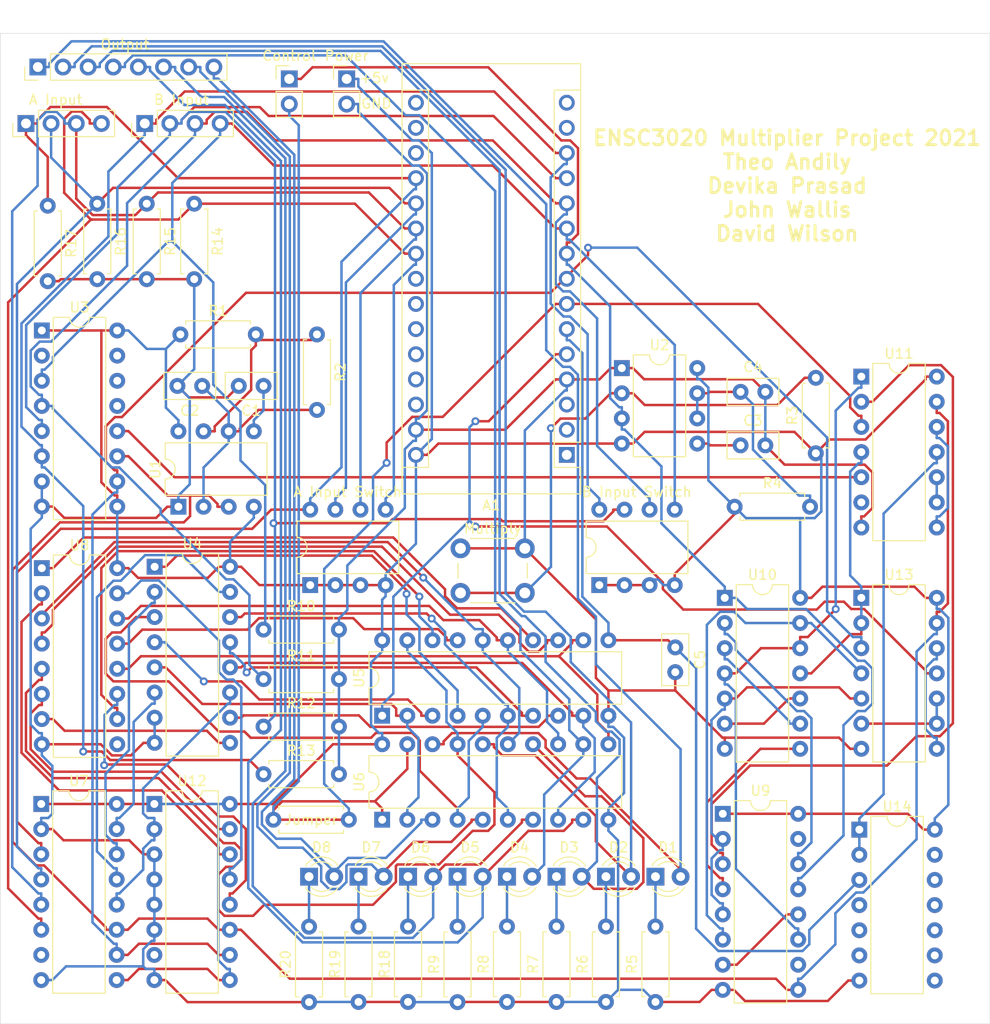
<source format=kicad_pcb>
(kicad_pcb (version 20171130) (host pcbnew "(5.1.10)-1")
  (layers (0 F.Cu signal) (31 B.Cu signal) (34 B.Paste user) (35 F.Paste user) (36 B.SilkS user) (37 F.SilkS user) (38 B.Mask user) (39 F.Mask user) (44 Edge.Cuts user))
  (net 0 "")
  (net 1 GND)
  (net 2 "Net-(C1-Pad1)")
  (net 3 "Net-(C2-Pad1)")
  (net 4 "Net-(C3-Pad1)")
  (net 5 "Net-(C4-Pad1)")
  (net 6 "Net-(D1-Pad1)")
  (net 7 "Net-(D2-Pad1)")
  (net 8 "Net-(D3-Pad1)")
  (net 9 "Net-(D4-Pad1)")
  (net 10 "Net-(D5-Pad1)")
  (net 11 "Net-(D6-Pad1)")
  (net 12 "Net-(D7-Pad1)")
  (net 13 "Net-(D8-Pad1)")
  (net 14 "Net-(R1-Pad2)")
  (net 15 +5V)
  (net 16 "Net-(R3-Pad2)")
  (net 17 /A3)
  (net 18 /A2)
  (net 19 /A1)
  (net 20 /A0)
  (net 21 /B3)
  (net 22 /B2)
  (net 23 /B1)
  (net 24 /B0)
  (net 25 /CLK)
  (net 26 /Go)
  (net 27 "Net-(U3-Pad15)")
  (net 28 "Net-(U3-Pad14)")
  (net 29 "Net-(U3-Pad13)")
  (net 30 /Astatus)
  (net 31 /~Ashift~\Load)
  (net 32 "Net-(U3-Pad2)")
  (net 33 /Bout2)
  (net 34 /Acc2)
  (net 35 /Bout0)
  (net 36 "Net-(U4-Pad13)")
  (net 37 /Acc0)
  (net 38 /Acc3)
  (net 39 "Net-(U4-Pad4)")
  (net 40 /Bout3)
  (net 41 /Acc1)
  (net 42 "Net-(U4-Pad10)")
  (net 43 /Bout1)
  (net 44 "Net-(U4-Pad9)")
  (net 45 "Net-(U4-Pad1)")
  (net 46 /Acc7)
  (net 47 "Net-(U5-Pad18)")
  (net 48 "Net-(U5-Pad17)")
  (net 49 /Acc6)
  (net 50 /Acc5)
  (net 51 "Net-(U5-Pad14)")
  (net 52 "Net-(U5-Pad13)")
  (net 53 /Acc4)
  (net 54 /AccCLK)
  (net 55 /~Reset)
  (net 56 /~DSP)
  (net 57 "Net-(U7-Pad7)")
  (net 58 /Bout6)
  (net 59 /Bout4)
  (net 60 /Bout7)
  (net 61 /Bout5)
  (net 62 "Net-(U8-Pad9)")
  (net 63 "Net-(U9-Pad15)")
  (net 64 /State1)
  (net 65 /~GoDetect)
  (net 66 /~State1)
  (net 67 /State0)
  (net 68 /PreState0)
  (net 69 /~State2)
  (net 70 /~State0)
  (net 71 /State2)
  (net 72 /~S2~nQ0)
  (net 73 /Acc_Load_En)
  (net 74 /~GoEdge)
  (net 75 /~Load~)
  (net 76 /Load)
  (net 77 /~AccCLK)
  (net 78 /~Load)
  (net 79 "Net-(U12-Pad7)")
  (net 80 /~Q1~nQ0)
  (net 81 /ResetFlag)
  (net 82 "Net-(A1-Pad16)")
  (net 83 "Net-(A1-Pad15)")
  (net 84 "Net-(A1-Pad14)")
  (net 85 "Net-(A1-Pad28)")
  (net 86 "Net-(A1-Pad27)")
  (net 87 "Net-(A1-Pad26)")
  (net 88 "Net-(A1-Pad25)")
  (net 89 "Net-(A1-Pad24)")
  (net 90 "Net-(A1-Pad23)")
  (net 91 "Net-(A1-Pad3)")
  (net 92 "Net-(A1-Pad18)")
  (net 93 "Net-(A1-Pad2)")
  (net 94 "Net-(A1-Pad17)")
  (net 95 "Net-(A1-Pad1)")
  (net 96 /Out0)
  (net 97 /Out1)
  (net 98 /Out2)
  (net 99 /Out3)
  (net 100 /Out4)
  (net 101 /Out5)
  (net 102 /Out6)
  (net 103 /Out7)
  (net 104 /~DSP1)
  (module Connector_PinHeader_2.54mm:PinHeader_1x02_P2.54mm_Vertical (layer F.Cu) (at 135 57.6)
    (fp_text reference Power (at 0 -2.33) (layer F.SilkS))
    (fp_text value Conn_01x02_Male)
    (pad 2 thru_hole oval (at 0 2.54) (size 1.7 1.7) (drill 1) (layers *.Cu *.Mask) (net 1 GND))
    (pad 1 thru_hole rect (at 0 0) (size 1.7 1.7) (drill 1) (layers *.Cu *.Mask) (net 15 +5V))
  )
  (module Resistor_THT:R_Axial_DIN0207_L6.3mm_D2.5mm_P7.62mm_Horizontal (layer F.Cu) (at 127.6 132.4)
    (fp_text reference Jumper (at 3.81 0) (layer F.SilkS))
    (fp_text value R)
    (pad 2 thru_hole oval (at 7.62 0) (size 1.6 1.6) (drill 0.8) (layers *.Cu *.Mask) (net 56 /~DSP))
    (pad 1 thru_hole circle (at 0 0) (size 1.6 1.6) (drill 0.8) (layers *.Cu *.Mask) (net 104 /~DSP1))
  )
  (module Connector_PinHeader_2.54mm:PinHeader_1x02_P2.54mm_Vertical (layer F.Cu) (at 129.2 57.6)
    (fp_text reference Control (at 0 -2.33) (layer F.SilkS))
    (fp_text value Conn_01x02_Male)
    (pad 2 thru_hole oval (at 0 2.54) (size 1.7 1.7) (drill 1) (layers *.Cu *.Mask) (net 104 /~DSP1))
    (pad 1 thru_hole rect (at 0 0) (size 1.7 1.7) (drill 1) (layers *.Cu *.Mask) (net 26 /Go))
  )
  (module Connector_PinHeader_2.54mm:PinHeader_1x08_P2.54mm_Vertical (layer F.Cu) (at 103.8 56.4 90)
    (fp_text reference Output (at 2.3 8.8 180) (layer F.SilkS))
    (fp_text value Conn_01x08_Male)
    (pad 8 thru_hole oval (at 0 17.78 90) (size 1.7 1.7) (drill 1) (layers *.Cu *.Mask) (net 103 /Out7))
    (pad 7 thru_hole oval (at 0 15.24 90) (size 1.7 1.7) (drill 1) (layers *.Cu *.Mask) (net 102 /Out6))
    (pad 6 thru_hole oval (at 0 12.7 90) (size 1.7 1.7) (drill 1) (layers *.Cu *.Mask) (net 101 /Out5))
    (pad 5 thru_hole oval (at 0 10.16 90) (size 1.7 1.7) (drill 1) (layers *.Cu *.Mask) (net 100 /Out4))
    (pad 4 thru_hole oval (at 0 7.62 90) (size 1.7 1.7) (drill 1) (layers *.Cu *.Mask) (net 99 /Out3))
    (pad 3 thru_hole oval (at 0 5.08 90) (size 1.7 1.7) (drill 1) (layers *.Cu *.Mask) (net 98 /Out2))
    (pad 2 thru_hole oval (at 0 2.54 90) (size 1.7 1.7) (drill 1) (layers *.Cu *.Mask) (net 97 /Out1))
    (pad 1 thru_hole rect (at 0 0 90) (size 1.7 1.7) (drill 1) (layers *.Cu *.Mask) (net 96 /Out0))
  )
  (module Connector_PinHeader_2.54mm:PinHeader_1x04_P2.54mm_Vertical (layer F.Cu) (at 102.6 62.1 90)
    (fp_text reference "A Input" (at 2.4 3 180) (layer F.SilkS))
    (fp_text value Conn_01x04_Male)
    (pad 4 thru_hole oval (at 0 7.62 90) (size 1.7 1.7) (drill 1) (layers *.Cu *.Mask) (net 21 /B3))
    (pad 3 thru_hole oval (at 0 5.08 90) (size 1.7 1.7) (drill 1) (layers *.Cu *.Mask) (net 22 /B2))
    (pad 2 thru_hole oval (at 0 2.54 90) (size 1.7 1.7) (drill 1) (layers *.Cu *.Mask) (net 23 /B1))
    (pad 1 thru_hole rect (at 0 0 90) (size 1.7 1.7) (drill 1) (layers *.Cu *.Mask) (net 24 /B0))
  )
  (module Connector_PinHeader_2.54mm:PinHeader_1x04_P2.54mm_Vertical (layer F.Cu) (at 114.6 62.1 90)
    (fp_text reference "B Input" (at 2.4 3.7 180) (layer F.SilkS))
    (fp_text value Conn_01x04_Male)
    (pad 4 thru_hole oval (at 0 7.62 90) (size 1.7 1.7) (drill 1) (layers *.Cu *.Mask) (net 17 /A3))
    (pad 3 thru_hole oval (at 0 5.08 90) (size 1.7 1.7) (drill 1) (layers *.Cu *.Mask) (net 18 /A2))
    (pad 2 thru_hole oval (at 0 2.54 90) (size 1.7 1.7) (drill 1) (layers *.Cu *.Mask) (net 19 /A1))
    (pad 1 thru_hole rect (at 0 0 90) (size 1.7 1.7) (drill 1) (layers *.Cu *.Mask) (net 20 /A0))
  )
  (module Module:Arduino_Nano (layer F.Cu) (at 157.24 95.56 180)
    (fp_text reference A1 (at 7.62 -5.08) (layer F.SilkS))
    (fp_text value Arduino_Nano_Every)
    (pad 16 thru_hole oval (at 15.24 35.56 180) (size 1.6 1.6) (drill 1) (layers *.Cu *.Mask) (net 82 "Net-(A1-Pad16)"))
    (pad 15 thru_hole oval (at 0 35.56 180) (size 1.6 1.6) (drill 1) (layers *.Cu *.Mask) (net 83 "Net-(A1-Pad15)"))
    (pad 30 thru_hole oval (at 15.24 0 180) (size 1.6 1.6) (drill 1) (layers *.Cu *.Mask) (net 15 +5V))
    (pad 14 thru_hole oval (at 0 33.02 180) (size 1.6 1.6) (drill 1) (layers *.Cu *.Mask) (net 84 "Net-(A1-Pad14)"))
    (pad 29 thru_hole oval (at 15.24 2.54 180) (size 1.6 1.6) (drill 1) (layers *.Cu *.Mask) (net 1 GND))
    (pad 13 thru_hole oval (at 0 30.48 180) (size 1.6 1.6) (drill 1) (layers *.Cu *.Mask) (net 20 /A0))
    (pad 28 thru_hole oval (at 15.24 5.08 180) (size 1.6 1.6) (drill 1) (layers *.Cu *.Mask) (net 85 "Net-(A1-Pad28)"))
    (pad 12 thru_hole oval (at 0 27.94 180) (size 1.6 1.6) (drill 1) (layers *.Cu *.Mask) (net 19 /A1))
    (pad 27 thru_hole oval (at 15.24 7.62 180) (size 1.6 1.6) (drill 1) (layers *.Cu *.Mask) (net 86 "Net-(A1-Pad27)"))
    (pad 11 thru_hole oval (at 0 25.4 180) (size 1.6 1.6) (drill 1) (layers *.Cu *.Mask) (net 18 /A2))
    (pad 26 thru_hole oval (at 15.24 10.16 180) (size 1.6 1.6) (drill 1) (layers *.Cu *.Mask) (net 87 "Net-(A1-Pad26)"))
    (pad 10 thru_hole oval (at 0 22.86 180) (size 1.6 1.6) (drill 1) (layers *.Cu *.Mask) (net 17 /A3))
    (pad 25 thru_hole oval (at 15.24 12.7 180) (size 1.6 1.6) (drill 1) (layers *.Cu *.Mask) (net 88 "Net-(A1-Pad25)"))
    (pad 9 thru_hole oval (at 0 20.32 180) (size 1.6 1.6) (drill 1) (layers *.Cu *.Mask) (net 26 /Go))
    (pad 24 thru_hole oval (at 15.24 15.24 180) (size 1.6 1.6) (drill 1) (layers *.Cu *.Mask) (net 89 "Net-(A1-Pad24)"))
    (pad 8 thru_hole oval (at 0 17.78 180) (size 1.6 1.6) (drill 1) (layers *.Cu *.Mask) (net 31 /~Ashift~\Load))
    (pad 23 thru_hole oval (at 15.24 17.78 180) (size 1.6 1.6) (drill 1) (layers *.Cu *.Mask) (net 90 "Net-(A1-Pad23)"))
    (pad 7 thru_hole oval (at 0 15.24 180) (size 1.6 1.6) (drill 1) (layers *.Cu *.Mask) (net 56 /~DSP))
    (pad 22 thru_hole oval (at 15.24 20.32 180) (size 1.6 1.6) (drill 1) (layers *.Cu *.Mask) (net 21 /B3))
    (pad 6 thru_hole oval (at 0 12.7 180) (size 1.6 1.6) (drill 1) (layers *.Cu *.Mask) (net 54 /AccCLK))
    (pad 21 thru_hole oval (at 15.24 22.86 180) (size 1.6 1.6) (drill 1) (layers *.Cu *.Mask) (net 22 /B2))
    (pad 5 thru_hole oval (at 0 10.16 180) (size 1.6 1.6) (drill 1) (layers *.Cu *.Mask) (net 55 /~Reset))
    (pad 20 thru_hole oval (at 15.24 25.4 180) (size 1.6 1.6) (drill 1) (layers *.Cu *.Mask) (net 23 /B1))
    (pad 4 thru_hole oval (at 0 7.62 180) (size 1.6 1.6) (drill 1) (layers *.Cu *.Mask) (net 1 GND))
    (pad 19 thru_hole oval (at 15.24 27.94 180) (size 1.6 1.6) (drill 1) (layers *.Cu *.Mask) (net 24 /B0))
    (pad 3 thru_hole oval (at 0 5.08 180) (size 1.6 1.6) (drill 1) (layers *.Cu *.Mask) (net 91 "Net-(A1-Pad3)"))
    (pad 18 thru_hole oval (at 15.24 30.48 180) (size 1.6 1.6) (drill 1) (layers *.Cu *.Mask) (net 92 "Net-(A1-Pad18)"))
    (pad 2 thru_hole oval (at 0 2.54 180) (size 1.6 1.6) (drill 1) (layers *.Cu *.Mask) (net 93 "Net-(A1-Pad2)"))
    (pad 17 thru_hole oval (at 15.24 33.02 180) (size 1.6 1.6) (drill 1) (layers *.Cu *.Mask) (net 94 "Net-(A1-Pad17)"))
    (pad 1 thru_hole rect (at 0 0 180) (size 1.6 1.6) (drill 1) (layers *.Cu *.Mask) (net 95 "Net-(A1-Pad1)"))
  )
  (module Package_DIP:DIP-8_W7.62mm (layer F.Cu) (at 131.318 108.712 90)
    (fp_text reference "A Input Switch" (at 9.412 3.782 180) (layer F.SilkS))
    (fp_text value SW_DIP_x04)
    (pad 8 thru_hole oval (at 7.62 0 90) (size 1.6 1.6) (drill 0.8) (layers *.Cu *.Mask) (net 24 /B0))
    (pad 4 thru_hole oval (at 0 7.62 90) (size 1.6 1.6) (drill 0.8) (layers *.Cu *.Mask) (net 15 +5V))
    (pad 7 thru_hole oval (at 7.62 2.54 90) (size 1.6 1.6) (drill 0.8) (layers *.Cu *.Mask) (net 23 /B1))
    (pad 3 thru_hole oval (at 0 5.08 90) (size 1.6 1.6) (drill 0.8) (layers *.Cu *.Mask) (net 15 +5V))
    (pad 6 thru_hole oval (at 7.62 5.08 90) (size 1.6 1.6) (drill 0.8) (layers *.Cu *.Mask) (net 22 /B2))
    (pad 2 thru_hole oval (at 0 2.54 90) (size 1.6 1.6) (drill 0.8) (layers *.Cu *.Mask) (net 15 +5V))
    (pad 5 thru_hole oval (at 7.62 7.62 90) (size 1.6 1.6) (drill 0.8) (layers *.Cu *.Mask) (net 21 /B3))
    (pad 1 thru_hole rect (at 0 0 90) (size 1.6 1.6) (drill 0.8) (layers *.Cu *.Mask) (net 15 +5V))
  )
  (module Package_DIP:DIP-8_W7.62mm (layer F.Cu) (at 160.528 108.712 90)
    (fp_text reference "B Input Switch" (at 9.412 3.772 180) (layer F.SilkS))
    (fp_text value SW_DIP_x04)
    (pad 8 thru_hole oval (at 7.62 0 90) (size 1.6 1.6) (drill 0.8) (layers *.Cu *.Mask) (net 20 /A0))
    (pad 4 thru_hole oval (at 0 7.62 90) (size 1.6 1.6) (drill 0.8) (layers *.Cu *.Mask) (net 15 +5V))
    (pad 7 thru_hole oval (at 7.62 2.54 90) (size 1.6 1.6) (drill 0.8) (layers *.Cu *.Mask) (net 19 /A1))
    (pad 3 thru_hole oval (at 0 5.08 90) (size 1.6 1.6) (drill 0.8) (layers *.Cu *.Mask) (net 15 +5V))
    (pad 6 thru_hole oval (at 7.62 5.08 90) (size 1.6 1.6) (drill 0.8) (layers *.Cu *.Mask) (net 18 /A2))
    (pad 2 thru_hole oval (at 0 2.54 90) (size 1.6 1.6) (drill 0.8) (layers *.Cu *.Mask) (net 15 +5V))
    (pad 5 thru_hole oval (at 7.62 7.62 90) (size 1.6 1.6) (drill 0.8) (layers *.Cu *.Mask) (net 17 /A3))
    (pad 1 thru_hole rect (at 0 0 90) (size 1.6 1.6) (drill 0.8) (layers *.Cu *.Mask) (net 15 +5V))
  )
  (module Capacitor_THT:C_Disc_D5.0mm_W2.5mm_P2.50mm (layer F.Cu) (at 168.2 115 270)
    (fp_text reference C5 (at 1.25 -2.5 90) (layer F.SilkS))
    (fp_text value 10n)
    (pad 2 thru_hole circle (at 2.5 0 270) (size 1.6 1.6) (drill 0.8) (layers *.Cu *.Mask) (net 1 GND))
    (pad 1 thru_hole circle (at 0 0 270) (size 1.6 1.6) (drill 0.8) (layers *.Cu *.Mask) (net 54 /AccCLK))
  )
  (module Package_DIP:DIP-14_W7.62mm (layer F.Cu) (at 186.8 133.4)
    (fp_text reference U14 (at 3.81 -2.33) (layer F.SilkS))
    (fp_text value 74HC00)
    (pad 14 thru_hole oval (at 7.62 0) (size 1.6 1.6) (drill 0.8) (layers *.Cu *.Mask) (net 15 +5V))
    (pad 7 thru_hole oval (at 0 15.24) (size 1.6 1.6) (drill 0.8) (layers *.Cu *.Mask) (net 1 GND))
    (pad 13 thru_hole oval (at 7.62 2.54) (size 1.6 1.6) (drill 0.8) (layers *.Cu *.Mask))
    (pad 6 thru_hole oval (at 0 12.7) (size 1.6 1.6) (drill 0.8) (layers *.Cu *.Mask))
    (pad 12 thru_hole oval (at 7.62 5.08) (size 1.6 1.6) (drill 0.8) (layers *.Cu *.Mask))
    (pad 5 thru_hole oval (at 0 10.16) (size 1.6 1.6) (drill 0.8) (layers *.Cu *.Mask))
    (pad 11 thru_hole oval (at 7.62 7.62) (size 1.6 1.6) (drill 0.8) (layers *.Cu *.Mask))
    (pad 4 thru_hole oval (at 0 7.62) (size 1.6 1.6) (drill 0.8) (layers *.Cu *.Mask))
    (pad 10 thru_hole oval (at 7.62 10.16) (size 1.6 1.6) (drill 0.8) (layers *.Cu *.Mask))
    (pad 3 thru_hole oval (at 0 5.08) (size 1.6 1.6) (drill 0.8) (layers *.Cu *.Mask) (net 54 /AccCLK))
    (pad 9 thru_hole oval (at 7.62 12.7) (size 1.6 1.6) (drill 0.8) (layers *.Cu *.Mask))
    (pad 2 thru_hole oval (at 0 2.54) (size 1.6 1.6) (drill 0.8) (layers *.Cu *.Mask) (net 77 /~AccCLK))
    (pad 8 thru_hole oval (at 7.62 15.24) (size 1.6 1.6) (drill 0.8) (layers *.Cu *.Mask))
    (pad 1 thru_hole rect (at 0 0) (size 1.6 1.6) (drill 0.8) (layers *.Cu *.Mask) (net 77 /~AccCLK))
  )
  (module Package_DIP:DIP-14_W7.62mm (layer F.Cu) (at 187 110)
    (fp_text reference U13 (at 3.81 -2.33) (layer F.SilkS))
    (fp_text value 74HC00)
    (pad 14 thru_hole oval (at 7.62 0) (size 1.6 1.6) (drill 0.8) (layers *.Cu *.Mask) (net 15 +5V))
    (pad 7 thru_hole oval (at 0 15.24) (size 1.6 1.6) (drill 0.8) (layers *.Cu *.Mask) (net 1 GND))
    (pad 13 thru_hole oval (at 7.62 2.54) (size 1.6 1.6) (drill 0.8) (layers *.Cu *.Mask) (net 25 /CLK))
    (pad 6 thru_hole oval (at 0 12.7) (size 1.6 1.6) (drill 0.8) (layers *.Cu *.Mask) (net 80 /~Q1~nQ0))
    (pad 12 thru_hole oval (at 7.62 5.08) (size 1.6 1.6) (drill 0.8) (layers *.Cu *.Mask) (net 81 /ResetFlag))
    (pad 5 thru_hole oval (at 0 10.16) (size 1.6 1.6) (drill 0.8) (layers *.Cu *.Mask) (net 67 /State0))
    (pad 11 thru_hole oval (at 7.62 7.62) (size 1.6 1.6) (drill 0.8) (layers *.Cu *.Mask) (net 55 /~Reset))
    (pad 4 thru_hole oval (at 0 7.62) (size 1.6 1.6) (drill 0.8) (layers *.Cu *.Mask) (net 66 /~State1))
    (pad 10 thru_hole oval (at 7.62 10.16) (size 1.6 1.6) (drill 0.8) (layers *.Cu *.Mask) (net 80 /~Q1~nQ0))
    (pad 3 thru_hole oval (at 0 5.08) (size 1.6 1.6) (drill 0.8) (layers *.Cu *.Mask) (net 31 /~Ashift~\Load))
    (pad 9 thru_hole oval (at 7.62 12.7) (size 1.6 1.6) (drill 0.8) (layers *.Cu *.Mask) (net 80 /~Q1~nQ0))
    (pad 2 thru_hole oval (at 0 2.54) (size 1.6 1.6) (drill 0.8) (layers *.Cu *.Mask) (net 73 /Acc_Load_En))
    (pad 8 thru_hole oval (at 7.62 15.24) (size 1.6 1.6) (drill 0.8) (layers *.Cu *.Mask) (net 81 /ResetFlag))
    (pad 1 thru_hole rect (at 0 0) (size 1.6 1.6) (drill 0.8) (layers *.Cu *.Mask) (net 73 /Acc_Load_En))
  )
  (module Package_DIP:DIP-16_W7.62mm (layer F.Cu) (at 115.57 130.81)
    (fp_text reference U12 (at 3.81 -2.33) (layer F.SilkS))
    (fp_text value 74LS194)
    (pad 16 thru_hole oval (at 7.62 0) (size 1.6 1.6) (drill 0.8) (layers *.Cu *.Mask) (net 15 +5V))
    (pad 8 thru_hole oval (at 0 17.78) (size 1.6 1.6) (drill 0.8) (layers *.Cu *.Mask) (net 1 GND))
    (pad 15 thru_hole oval (at 7.62 2.54) (size 1.6 1.6) (drill 0.8) (layers *.Cu *.Mask) (net 59 /Bout4))
    (pad 7 thru_hole oval (at 0 15.24) (size 1.6 1.6) (drill 0.8) (layers *.Cu *.Mask) (net 79 "Net-(U12-Pad7)"))
    (pad 14 thru_hole oval (at 7.62 5.08) (size 1.6 1.6) (drill 0.8) (layers *.Cu *.Mask) (net 61 /Bout5))
    (pad 6 thru_hole oval (at 0 12.7) (size 1.6 1.6) (drill 0.8) (layers *.Cu *.Mask) (net 1 GND))
    (pad 13 thru_hole oval (at 7.62 7.62) (size 1.6 1.6) (drill 0.8) (layers *.Cu *.Mask) (net 58 /Bout6))
    (pad 5 thru_hole oval (at 0 10.16) (size 1.6 1.6) (drill 0.8) (layers *.Cu *.Mask) (net 1 GND))
    (pad 12 thru_hole oval (at 7.62 10.16) (size 1.6 1.6) (drill 0.8) (layers *.Cu *.Mask) (net 60 /Bout7))
    (pad 4 thru_hole oval (at 0 7.62) (size 1.6 1.6) (drill 0.8) (layers *.Cu *.Mask) (net 1 GND))
    (pad 11 thru_hole oval (at 7.62 12.7) (size 1.6 1.6) (drill 0.8) (layers *.Cu *.Mask) (net 25 /CLK))
    (pad 3 thru_hole oval (at 0 5.08) (size 1.6 1.6) (drill 0.8) (layers *.Cu *.Mask) (net 1 GND))
    (pad 10 thru_hole oval (at 7.62 15.24) (size 1.6 1.6) (drill 0.8) (layers *.Cu *.Mask) (net 31 /~Ashift~\Load))
    (pad 2 thru_hole oval (at 0 2.54) (size 1.6 1.6) (drill 0.8) (layers *.Cu *.Mask) (net 40 /Bout3))
    (pad 9 thru_hole oval (at 7.62 17.78) (size 1.6 1.6) (drill 0.8) (layers *.Cu *.Mask) (net 15 +5V))
    (pad 1 thru_hole rect (at 0 0) (size 1.6 1.6) (drill 0.8) (layers *.Cu *.Mask) (net 15 +5V))
  )
  (module Package_DIP:DIP-14_W7.62mm (layer F.Cu) (at 187 87.66)
    (fp_text reference U11 (at 3.81 -2.33) (layer F.SilkS))
    (fp_text value 74HC00)
    (pad 14 thru_hole oval (at 7.62 0) (size 1.6 1.6) (drill 0.8) (layers *.Cu *.Mask) (net 15 +5V))
    (pad 7 thru_hole oval (at 0 15.24) (size 1.6 1.6) (drill 0.8) (layers *.Cu *.Mask) (net 1 GND))
    (pad 13 thru_hole oval (at 7.62 2.54) (size 1.6 1.6) (drill 0.8) (layers *.Cu *.Mask) (net 25 /CLK))
    (pad 6 thru_hole oval (at 0 12.7) (size 1.6 1.6) (drill 0.8) (layers *.Cu *.Mask) (net 75 /~Load~))
    (pad 12 thru_hole oval (at 7.62 5.08) (size 1.6 1.6) (drill 0.8) (layers *.Cu *.Mask) (net 76 /Load))
    (pad 5 thru_hole oval (at 0 10.16) (size 1.6 1.6) (drill 0.8) (layers *.Cu *.Mask) (net 30 /Astatus))
    (pad 11 thru_hole oval (at 7.62 7.62) (size 1.6 1.6) (drill 0.8) (layers *.Cu *.Mask) (net 77 /~AccCLK))
    (pad 4 thru_hole oval (at 0 7.62) (size 1.6 1.6) (drill 0.8) (layers *.Cu *.Mask) (net 73 /Acc_Load_En))
    (pad 10 thru_hole oval (at 7.62 10.16) (size 1.6 1.6) (drill 0.8) (layers *.Cu *.Mask) (net 78 /~Load))
    (pad 3 thru_hole oval (at 0 5.08) (size 1.6 1.6) (drill 0.8) (layers *.Cu *.Mask) (net 56 /~DSP))
    (pad 9 thru_hole oval (at 7.62 12.7) (size 1.6 1.6) (drill 0.8) (layers *.Cu *.Mask) (net 78 /~Load))
    (pad 2 thru_hole oval (at 0 2.54) (size 1.6 1.6) (drill 0.8) (layers *.Cu *.Mask) (net 70 /~State0))
    (pad 8 thru_hole oval (at 7.62 15.24) (size 1.6 1.6) (drill 0.8) (layers *.Cu *.Mask) (net 76 /Load))
    (pad 1 thru_hole rect (at 0 0) (size 1.6 1.6) (drill 0.8) (layers *.Cu *.Mask) (net 69 /~State2))
  )
  (module Package_DIP:DIP-14_W7.62mm (layer F.Cu) (at 173.2 110)
    (fp_text reference U10 (at 3.81 -2.33) (layer F.SilkS))
    (fp_text value 74HC00)
    (pad 14 thru_hole oval (at 7.62 0) (size 1.6 1.6) (drill 0.8) (layers *.Cu *.Mask) (net 15 +5V))
    (pad 7 thru_hole oval (at 0 15.24) (size 1.6 1.6) (drill 0.8) (layers *.Cu *.Mask) (net 1 GND))
    (pad 13 thru_hole oval (at 7.62 2.54) (size 1.6 1.6) (drill 0.8) (layers *.Cu *.Mask) (net 66 /~State1))
    (pad 6 thru_hole oval (at 0 12.7) (size 1.6 1.6) (drill 0.8) (layers *.Cu *.Mask) (net 72 /~S2~nQ0))
    (pad 12 thru_hole oval (at 7.62 5.08) (size 1.6 1.6) (drill 0.8) (layers *.Cu *.Mask) (net 69 /~State2))
    (pad 5 thru_hole oval (at 0 10.16) (size 1.6 1.6) (drill 0.8) (layers *.Cu *.Mask) (net 67 /State0))
    (pad 11 thru_hole oval (at 7.62 7.62) (size 1.6 1.6) (drill 0.8) (layers *.Cu *.Mask) (net 73 /Acc_Load_En))
    (pad 4 thru_hole oval (at 0 7.62) (size 1.6 1.6) (drill 0.8) (layers *.Cu *.Mask) (net 69 /~State2))
    (pad 10 thru_hole oval (at 7.62 10.16) (size 1.6 1.6) (drill 0.8) (layers *.Cu *.Mask) (net 72 /~S2~nQ0))
    (pad 3 thru_hole oval (at 0 5.08) (size 1.6 1.6) (drill 0.8) (layers *.Cu *.Mask) (net 74 /~GoEdge))
    (pad 9 thru_hole oval (at 7.62 12.7) (size 1.6 1.6) (drill 0.8) (layers *.Cu *.Mask) (net 74 /~GoEdge))
    (pad 2 thru_hole oval (at 0 2.54) (size 1.6 1.6) (drill 0.8) (layers *.Cu *.Mask) (net 65 /~GoDetect))
    (pad 8 thru_hole oval (at 7.62 15.24) (size 1.6 1.6) (drill 0.8) (layers *.Cu *.Mask) (net 68 /PreState0))
    (pad 1 thru_hole rect (at 0 0) (size 1.6 1.6) (drill 0.8) (layers *.Cu *.Mask) (net 26 /Go))
  )
  (module Package_DIP:DIP-16_W7.62mm (layer F.Cu) (at 173 131.8)
    (fp_text reference U9 (at 3.81 -2.33) (layer F.SilkS))
    (fp_text value 74LS175)
    (pad 16 thru_hole oval (at 7.62 0) (size 1.6 1.6) (drill 0.8) (layers *.Cu *.Mask) (net 15 +5V))
    (pad 8 thru_hole oval (at 0 17.78) (size 1.6 1.6) (drill 0.8) (layers *.Cu *.Mask) (net 1 GND))
    (pad 15 thru_hole oval (at 7.62 2.54) (size 1.6 1.6) (drill 0.8) (layers *.Cu *.Mask) (net 63 "Net-(U9-Pad15)"))
    (pad 7 thru_hole oval (at 0 15.24) (size 1.6 1.6) (drill 0.8) (layers *.Cu *.Mask) (net 64 /State1))
    (pad 14 thru_hole oval (at 7.62 5.08) (size 1.6 1.6) (drill 0.8) (layers *.Cu *.Mask) (net 65 /~GoDetect))
    (pad 6 thru_hole oval (at 0 12.7) (size 1.6 1.6) (drill 0.8) (layers *.Cu *.Mask) (net 66 /~State1))
    (pad 13 thru_hole oval (at 7.62 7.62) (size 1.6 1.6) (drill 0.8) (layers *.Cu *.Mask) (net 26 /Go))
    (pad 5 thru_hole oval (at 0 10.16) (size 1.6 1.6) (drill 0.8) (layers *.Cu *.Mask) (net 67 /State0))
    (pad 12 thru_hole oval (at 7.62 10.16) (size 1.6 1.6) (drill 0.8) (layers *.Cu *.Mask) (net 64 /State1))
    (pad 4 thru_hole oval (at 0 7.62) (size 1.6 1.6) (drill 0.8) (layers *.Cu *.Mask) (net 68 /PreState0))
    (pad 11 thru_hole oval (at 7.62 12.7) (size 1.6 1.6) (drill 0.8) (layers *.Cu *.Mask) (net 69 /~State2))
    (pad 3 thru_hole oval (at 0 5.08) (size 1.6 1.6) (drill 0.8) (layers *.Cu *.Mask) (net 70 /~State0))
    (pad 10 thru_hole oval (at 7.62 15.24) (size 1.6 1.6) (drill 0.8) (layers *.Cu *.Mask) (net 71 /State2))
    (pad 2 thru_hole oval (at 0 2.54) (size 1.6 1.6) (drill 0.8) (layers *.Cu *.Mask) (net 67 /State0))
    (pad 9 thru_hole oval (at 7.62 17.78) (size 1.6 1.6) (drill 0.8) (layers *.Cu *.Mask) (net 25 /CLK))
    (pad 1 thru_hole rect (at 0 0) (size 1.6 1.6) (drill 0.8) (layers *.Cu *.Mask) (net 15 +5V))
  )
  (module Package_DIP:DIP-16_W7.62mm (layer F.Cu) (at 104.2 107)
    (fp_text reference U8 (at 3.81 -2.33) (layer F.SilkS))
    (fp_text value 74LS283)
    (pad 16 thru_hole oval (at 7.62 0) (size 1.6 1.6) (drill 0.8) (layers *.Cu *.Mask) (net 15 +5V))
    (pad 8 thru_hole oval (at 0 17.78) (size 1.6 1.6) (drill 0.8) (layers *.Cu *.Mask) (net 1 GND))
    (pad 15 thru_hole oval (at 7.62 2.54) (size 1.6 1.6) (drill 0.8) (layers *.Cu *.Mask) (net 58 /Bout6))
    (pad 7 thru_hole oval (at 0 15.24) (size 1.6 1.6) (drill 0.8) (layers *.Cu *.Mask) (net 44 "Net-(U4-Pad9)"))
    (pad 14 thru_hole oval (at 7.62 5.08) (size 1.6 1.6) (drill 0.8) (layers *.Cu *.Mask) (net 50 /Acc5))
    (pad 6 thru_hole oval (at 0 12.7) (size 1.6 1.6) (drill 0.8) (layers *.Cu *.Mask) (net 59 /Bout4))
    (pad 13 thru_hole oval (at 7.62 7.62) (size 1.6 1.6) (drill 0.8) (layers *.Cu *.Mask) (net 48 "Net-(U5-Pad17)"))
    (pad 5 thru_hole oval (at 0 10.16) (size 1.6 1.6) (drill 0.8) (layers *.Cu *.Mask) (net 46 /Acc7))
    (pad 12 thru_hole oval (at 7.62 10.16) (size 1.6 1.6) (drill 0.8) (layers *.Cu *.Mask) (net 53 /Acc4))
    (pad 4 thru_hole oval (at 0 7.62) (size 1.6 1.6) (drill 0.8) (layers *.Cu *.Mask) (net 52 "Net-(U5-Pad13)"))
    (pad 11 thru_hole oval (at 7.62 12.7) (size 1.6 1.6) (drill 0.8) (layers *.Cu *.Mask) (net 60 /Bout7))
    (pad 3 thru_hole oval (at 0 5.08) (size 1.6 1.6) (drill 0.8) (layers *.Cu *.Mask) (net 49 /Acc6))
    (pad 10 thru_hole oval (at 7.62 15.24) (size 1.6 1.6) (drill 0.8) (layers *.Cu *.Mask) (net 47 "Net-(U5-Pad18)"))
    (pad 2 thru_hole oval (at 0 2.54) (size 1.6 1.6) (drill 0.8) (layers *.Cu *.Mask) (net 61 /Bout5))
    (pad 9 thru_hole oval (at 7.62 17.78) (size 1.6 1.6) (drill 0.8) (layers *.Cu *.Mask) (net 62 "Net-(U8-Pad9)"))
    (pad 1 thru_hole rect (at 0 0) (size 1.6 1.6) (drill 0.8) (layers *.Cu *.Mask) (net 51 "Net-(U5-Pad14)"))
  )
  (module Package_DIP:DIP-16_W7.62mm (layer F.Cu) (at 104.14 130.81)
    (fp_text reference U7 (at 3.81 -2.33) (layer F.SilkS))
    (fp_text value 74LS194)
    (pad 16 thru_hole oval (at 7.62 0) (size 1.6 1.6) (drill 0.8) (layers *.Cu *.Mask) (net 15 +5V))
    (pad 8 thru_hole oval (at 0 17.78) (size 1.6 1.6) (drill 0.8) (layers *.Cu *.Mask) (net 1 GND))
    (pad 15 thru_hole oval (at 7.62 2.54) (size 1.6 1.6) (drill 0.8) (layers *.Cu *.Mask) (net 35 /Bout0))
    (pad 7 thru_hole oval (at 0 15.24) (size 1.6 1.6) (drill 0.8) (layers *.Cu *.Mask) (net 57 "Net-(U7-Pad7)"))
    (pad 14 thru_hole oval (at 7.62 5.08) (size 1.6 1.6) (drill 0.8) (layers *.Cu *.Mask) (net 43 /Bout1))
    (pad 6 thru_hole oval (at 0 12.7) (size 1.6 1.6) (drill 0.8) (layers *.Cu *.Mask) (net 21 /B3))
    (pad 13 thru_hole oval (at 7.62 7.62) (size 1.6 1.6) (drill 0.8) (layers *.Cu *.Mask) (net 33 /Bout2))
    (pad 5 thru_hole oval (at 0 10.16) (size 1.6 1.6) (drill 0.8) (layers *.Cu *.Mask) (net 22 /B2))
    (pad 12 thru_hole oval (at 7.62 10.16) (size 1.6 1.6) (drill 0.8) (layers *.Cu *.Mask) (net 40 /Bout3))
    (pad 4 thru_hole oval (at 0 7.62) (size 1.6 1.6) (drill 0.8) (layers *.Cu *.Mask) (net 23 /B1))
    (pad 11 thru_hole oval (at 7.62 12.7) (size 1.6 1.6) (drill 0.8) (layers *.Cu *.Mask) (net 25 /CLK))
    (pad 3 thru_hole oval (at 0 5.08) (size 1.6 1.6) (drill 0.8) (layers *.Cu *.Mask) (net 24 /B0))
    (pad 10 thru_hole oval (at 7.62 15.24) (size 1.6 1.6) (drill 0.8) (layers *.Cu *.Mask) (net 31 /~Ashift~\Load))
    (pad 2 thru_hole oval (at 0 2.54) (size 1.6 1.6) (drill 0.8) (layers *.Cu *.Mask) (net 1 GND))
    (pad 9 thru_hole oval (at 7.62 17.78) (size 1.6 1.6) (drill 0.8) (layers *.Cu *.Mask) (net 15 +5V))
    (pad 1 thru_hole rect (at 0 0) (size 1.6 1.6) (drill 0.8) (layers *.Cu *.Mask) (net 15 +5V))
  )
  (module Package_DIP:DIP-20_W7.62mm (layer F.Cu) (at 138.59 132.4 90)
    (fp_text reference U6 (at 3.81 -2.33 90) (layer F.SilkS))
    (fp_text value 74LS244)
    (pad 20 thru_hole oval (at 7.62 0 90) (size 1.6 1.6) (drill 0.8) (layers *.Cu *.Mask) (net 15 +5V))
    (pad 10 thru_hole oval (at 0 22.86 90) (size 1.6 1.6) (drill 0.8) (layers *.Cu *.Mask) (net 1 GND))
    (pad 19 thru_hole oval (at 7.62 2.54 90) (size 1.6 1.6) (drill 0.8) (layers *.Cu *.Mask) (net 104 /~DSP1))
    (pad 9 thru_hole oval (at 0 20.32 90) (size 1.6 1.6) (drill 0.8) (layers *.Cu *.Mask) (net 100 /Out4))
    (pad 18 thru_hole oval (at 7.62 5.08 90) (size 1.6 1.6) (drill 0.8) (layers *.Cu *.Mask) (net 96 /Out0))
    (pad 8 thru_hole oval (at 0 17.78 90) (size 1.6 1.6) (drill 0.8) (layers *.Cu *.Mask) (net 38 /Acc3))
    (pad 17 thru_hole oval (at 7.62 7.62 90) (size 1.6 1.6) (drill 0.8) (layers *.Cu *.Mask) (net 46 /Acc7))
    (pad 7 thru_hole oval (at 0 15.24 90) (size 1.6 1.6) (drill 0.8) (layers *.Cu *.Mask) (net 101 /Out5))
    (pad 16 thru_hole oval (at 7.62 10.16 90) (size 1.6 1.6) (drill 0.8) (layers *.Cu *.Mask) (net 97 /Out1))
    (pad 6 thru_hole oval (at 0 12.7 90) (size 1.6 1.6) (drill 0.8) (layers *.Cu *.Mask) (net 34 /Acc2))
    (pad 15 thru_hole oval (at 7.62 12.7 90) (size 1.6 1.6) (drill 0.8) (layers *.Cu *.Mask) (net 49 /Acc6))
    (pad 5 thru_hole oval (at 0 10.16 90) (size 1.6 1.6) (drill 0.8) (layers *.Cu *.Mask) (net 102 /Out6))
    (pad 14 thru_hole oval (at 7.62 15.24 90) (size 1.6 1.6) (drill 0.8) (layers *.Cu *.Mask) (net 98 /Out2))
    (pad 4 thru_hole oval (at 0 7.62 90) (size 1.6 1.6) (drill 0.8) (layers *.Cu *.Mask) (net 41 /Acc1))
    (pad 13 thru_hole oval (at 7.62 17.78 90) (size 1.6 1.6) (drill 0.8) (layers *.Cu *.Mask) (net 50 /Acc5))
    (pad 3 thru_hole oval (at 0 5.08 90) (size 1.6 1.6) (drill 0.8) (layers *.Cu *.Mask) (net 103 /Out7))
    (pad 12 thru_hole oval (at 7.62 20.32 90) (size 1.6 1.6) (drill 0.8) (layers *.Cu *.Mask) (net 99 /Out3))
    (pad 2 thru_hole oval (at 0 2.54 90) (size 1.6 1.6) (drill 0.8) (layers *.Cu *.Mask) (net 37 /Acc0))
    (pad 11 thru_hole oval (at 7.62 22.86 90) (size 1.6 1.6) (drill 0.8) (layers *.Cu *.Mask) (net 53 /Acc4))
    (pad 1 thru_hole rect (at 0 0 90) (size 1.6 1.6) (drill 0.8) (layers *.Cu *.Mask) (net 104 /~DSP1))
  )
  (module Package_DIP:DIP-20_W7.62mm (layer F.Cu) (at 138.59 121.9 90)
    (fp_text reference U5 (at 3.81 -2.33 90) (layer F.SilkS))
    (fp_text value 74LS273)
    (pad 20 thru_hole oval (at 7.62 0 90) (size 1.6 1.6) (drill 0.8) (layers *.Cu *.Mask) (net 15 +5V))
    (pad 10 thru_hole oval (at 0 22.86 90) (size 1.6 1.6) (drill 0.8) (layers *.Cu *.Mask) (net 1 GND))
    (pad 19 thru_hole oval (at 7.62 2.54 90) (size 1.6 1.6) (drill 0.8) (layers *.Cu *.Mask) (net 46 /Acc7))
    (pad 9 thru_hole oval (at 0 20.32 90) (size 1.6 1.6) (drill 0.8) (layers *.Cu *.Mask) (net 38 /Acc3))
    (pad 18 thru_hole oval (at 7.62 5.08 90) (size 1.6 1.6) (drill 0.8) (layers *.Cu *.Mask) (net 47 "Net-(U5-Pad18)"))
    (pad 8 thru_hole oval (at 0 17.78 90) (size 1.6 1.6) (drill 0.8) (layers *.Cu *.Mask) (net 42 "Net-(U4-Pad10)"))
    (pad 17 thru_hole oval (at 7.62 7.62 90) (size 1.6 1.6) (drill 0.8) (layers *.Cu *.Mask) (net 48 "Net-(U5-Pad17)"))
    (pad 7 thru_hole oval (at 0 15.24 90) (size 1.6 1.6) (drill 0.8) (layers *.Cu *.Mask) (net 36 "Net-(U4-Pad13)"))
    (pad 16 thru_hole oval (at 7.62 10.16 90) (size 1.6 1.6) (drill 0.8) (layers *.Cu *.Mask) (net 49 /Acc6))
    (pad 6 thru_hole oval (at 0 12.7 90) (size 1.6 1.6) (drill 0.8) (layers *.Cu *.Mask) (net 34 /Acc2))
    (pad 15 thru_hole oval (at 7.62 12.7 90) (size 1.6 1.6) (drill 0.8) (layers *.Cu *.Mask) (net 50 /Acc5))
    (pad 5 thru_hole oval (at 0 10.16 90) (size 1.6 1.6) (drill 0.8) (layers *.Cu *.Mask) (net 41 /Acc1))
    (pad 14 thru_hole oval (at 7.62 15.24 90) (size 1.6 1.6) (drill 0.8) (layers *.Cu *.Mask) (net 51 "Net-(U5-Pad14)"))
    (pad 4 thru_hole oval (at 0 7.62 90) (size 1.6 1.6) (drill 0.8) (layers *.Cu *.Mask) (net 45 "Net-(U4-Pad1)"))
    (pad 13 thru_hole oval (at 7.62 17.78 90) (size 1.6 1.6) (drill 0.8) (layers *.Cu *.Mask) (net 52 "Net-(U5-Pad13)"))
    (pad 3 thru_hole oval (at 0 5.08 90) (size 1.6 1.6) (drill 0.8) (layers *.Cu *.Mask) (net 39 "Net-(U4-Pad4)"))
    (pad 12 thru_hole oval (at 7.62 20.32 90) (size 1.6 1.6) (drill 0.8) (layers *.Cu *.Mask) (net 53 /Acc4))
    (pad 2 thru_hole oval (at 0 2.54 90) (size 1.6 1.6) (drill 0.8) (layers *.Cu *.Mask) (net 37 /Acc0))
    (pad 11 thru_hole oval (at 7.62 22.86 90) (size 1.6 1.6) (drill 0.8) (layers *.Cu *.Mask) (net 54 /AccCLK))
    (pad 1 thru_hole rect (at 0 0 90) (size 1.6 1.6) (drill 0.8) (layers *.Cu *.Mask) (net 55 /~Reset))
  )
  (module Package_DIP:DIP-16_W7.62mm (layer F.Cu) (at 115.6 106.86)
    (fp_text reference U4 (at 3.81 -2.33) (layer F.SilkS))
    (fp_text value 74LS283)
    (pad 16 thru_hole oval (at 7.62 0) (size 1.6 1.6) (drill 0.8) (layers *.Cu *.Mask) (net 15 +5V))
    (pad 8 thru_hole oval (at 0 17.78) (size 1.6 1.6) (drill 0.8) (layers *.Cu *.Mask) (net 1 GND))
    (pad 15 thru_hole oval (at 7.62 2.54) (size 1.6 1.6) (drill 0.8) (layers *.Cu *.Mask) (net 33 /Bout2))
    (pad 7 thru_hole oval (at 0 15.24) (size 1.6 1.6) (drill 0.8) (layers *.Cu *.Mask) (net 1 GND))
    (pad 14 thru_hole oval (at 7.62 5.08) (size 1.6 1.6) (drill 0.8) (layers *.Cu *.Mask) (net 34 /Acc2))
    (pad 6 thru_hole oval (at 0 12.7) (size 1.6 1.6) (drill 0.8) (layers *.Cu *.Mask) (net 35 /Bout0))
    (pad 13 thru_hole oval (at 7.62 7.62) (size 1.6 1.6) (drill 0.8) (layers *.Cu *.Mask) (net 36 "Net-(U4-Pad13)"))
    (pad 5 thru_hole oval (at 0 10.16) (size 1.6 1.6) (drill 0.8) (layers *.Cu *.Mask) (net 37 /Acc0))
    (pad 12 thru_hole oval (at 7.62 10.16) (size 1.6 1.6) (drill 0.8) (layers *.Cu *.Mask) (net 38 /Acc3))
    (pad 4 thru_hole oval (at 0 7.62) (size 1.6 1.6) (drill 0.8) (layers *.Cu *.Mask) (net 39 "Net-(U4-Pad4)"))
    (pad 11 thru_hole oval (at 7.62 12.7) (size 1.6 1.6) (drill 0.8) (layers *.Cu *.Mask) (net 40 /Bout3))
    (pad 3 thru_hole oval (at 0 5.08) (size 1.6 1.6) (drill 0.8) (layers *.Cu *.Mask) (net 41 /Acc1))
    (pad 10 thru_hole oval (at 7.62 15.24) (size 1.6 1.6) (drill 0.8) (layers *.Cu *.Mask) (net 42 "Net-(U4-Pad10)"))
    (pad 2 thru_hole oval (at 0 2.54) (size 1.6 1.6) (drill 0.8) (layers *.Cu *.Mask) (net 43 /Bout1))
    (pad 9 thru_hole oval (at 7.62 17.78) (size 1.6 1.6) (drill 0.8) (layers *.Cu *.Mask) (net 44 "Net-(U4-Pad9)"))
    (pad 1 thru_hole rect (at 0 0) (size 1.6 1.6) (drill 0.8) (layers *.Cu *.Mask) (net 45 "Net-(U4-Pad1)"))
  )
  (module Package_DIP:DIP-16_W7.62mm (layer F.Cu) (at 104.2 83)
    (fp_text reference U3 (at 3.81 -2.33) (layer F.SilkS))
    (fp_text value 74LS194)
    (pad 16 thru_hole oval (at 7.62 0) (size 1.6 1.6) (drill 0.8) (layers *.Cu *.Mask) (net 15 +5V))
    (pad 8 thru_hole oval (at 0 17.78) (size 1.6 1.6) (drill 0.8) (layers *.Cu *.Mask) (net 1 GND))
    (pad 15 thru_hole oval (at 7.62 2.54) (size 1.6 1.6) (drill 0.8) (layers *.Cu *.Mask) (net 27 "Net-(U3-Pad15)"))
    (pad 7 thru_hole oval (at 0 15.24) (size 1.6 1.6) (drill 0.8) (layers *.Cu *.Mask) (net 1 GND))
    (pad 14 thru_hole oval (at 7.62 5.08) (size 1.6 1.6) (drill 0.8) (layers *.Cu *.Mask) (net 28 "Net-(U3-Pad14)"))
    (pad 6 thru_hole oval (at 0 12.7) (size 1.6 1.6) (drill 0.8) (layers *.Cu *.Mask) (net 20 /A0))
    (pad 13 thru_hole oval (at 7.62 7.62) (size 1.6 1.6) (drill 0.8) (layers *.Cu *.Mask) (net 29 "Net-(U3-Pad13)"))
    (pad 5 thru_hole oval (at 0 10.16) (size 1.6 1.6) (drill 0.8) (layers *.Cu *.Mask) (net 19 /A1))
    (pad 12 thru_hole oval (at 7.62 10.16) (size 1.6 1.6) (drill 0.8) (layers *.Cu *.Mask) (net 30 /Astatus))
    (pad 4 thru_hole oval (at 0 7.62) (size 1.6 1.6) (drill 0.8) (layers *.Cu *.Mask) (net 18 /A2))
    (pad 11 thru_hole oval (at 7.62 12.7) (size 1.6 1.6) (drill 0.8) (layers *.Cu *.Mask) (net 25 /CLK))
    (pad 3 thru_hole oval (at 0 5.08) (size 1.6 1.6) (drill 0.8) (layers *.Cu *.Mask) (net 17 /A3))
    (pad 10 thru_hole oval (at 7.62 15.24) (size 1.6 1.6) (drill 0.8) (layers *.Cu *.Mask) (net 31 /~Ashift~\Load))
    (pad 2 thru_hole oval (at 0 2.54) (size 1.6 1.6) (drill 0.8) (layers *.Cu *.Mask) (net 32 "Net-(U3-Pad2)"))
    (pad 9 thru_hole oval (at 7.62 17.78) (size 1.6 1.6) (drill 0.8) (layers *.Cu *.Mask) (net 15 +5V))
    (pad 1 thru_hole rect (at 0 0) (size 1.6 1.6) (drill 0.8) (layers *.Cu *.Mask) (net 15 +5V))
  )
  (module Package_DIP:DIP-8_W7.62mm (layer F.Cu) (at 162.8 86.8)
    (fp_text reference U2 (at 3.81 -2.33) (layer F.SilkS))
    (fp_text value NE555P)
    (pad 8 thru_hole oval (at 7.62 0) (size 1.6 1.6) (drill 0.8) (layers *.Cu *.Mask) (net 15 +5V))
    (pad 4 thru_hole oval (at 0 7.62) (size 1.6 1.6) (drill 0.8) (layers *.Cu *.Mask) (net 15 +5V))
    (pad 7 thru_hole oval (at 7.62 2.54) (size 1.6 1.6) (drill 0.8) (layers *.Cu *.Mask) (net 5 "Net-(C4-Pad1)"))
    (pad 3 thru_hole oval (at 0 5.08) (size 1.6 1.6) (drill 0.8) (layers *.Cu *.Mask) (net 26 /Go))
    (pad 6 thru_hole oval (at 7.62 5.08) (size 1.6 1.6) (drill 0.8) (layers *.Cu *.Mask) (net 5 "Net-(C4-Pad1)"))
    (pad 2 thru_hole oval (at 0 2.54) (size 1.6 1.6) (drill 0.8) (layers *.Cu *.Mask) (net 16 "Net-(R3-Pad2)"))
    (pad 5 thru_hole oval (at 7.62 7.62) (size 1.6 1.6) (drill 0.8) (layers *.Cu *.Mask) (net 4 "Net-(C3-Pad1)"))
    (pad 1 thru_hole rect (at 0 0) (size 1.6 1.6) (drill 0.8) (layers *.Cu *.Mask) (net 1 GND))
  )
  (module Package_DIP:DIP-8_W7.62mm (layer F.Cu) (at 118 100.8 90)
    (fp_text reference U1 (at 3.81 -2.33 90) (layer F.SilkS))
    (fp_text value NE555P)
    (pad 8 thru_hole oval (at 7.62 0 90) (size 1.6 1.6) (drill 0.8) (layers *.Cu *.Mask) (net 15 +5V))
    (pad 4 thru_hole oval (at 0 7.62 90) (size 1.6 1.6) (drill 0.8) (layers *.Cu *.Mask) (net 15 +5V))
    (pad 7 thru_hole oval (at 7.62 2.54 90) (size 1.6 1.6) (drill 0.8) (layers *.Cu *.Mask) (net 14 "Net-(R1-Pad2)"))
    (pad 3 thru_hole oval (at 0 5.08 90) (size 1.6 1.6) (drill 0.8) (layers *.Cu *.Mask) (net 25 /CLK))
    (pad 6 thru_hole oval (at 7.62 5.08 90) (size 1.6 1.6) (drill 0.8) (layers *.Cu *.Mask) (net 3 "Net-(C2-Pad1)"))
    (pad 2 thru_hole oval (at 0 2.54 90) (size 1.6 1.6) (drill 0.8) (layers *.Cu *.Mask) (net 3 "Net-(C2-Pad1)"))
    (pad 5 thru_hole oval (at 7.62 7.62 90) (size 1.6 1.6) (drill 0.8) (layers *.Cu *.Mask) (net 2 "Net-(C1-Pad1)"))
    (pad 1 thru_hole rect (at 0 0 90) (size 1.6 1.6) (drill 0.8) (layers *.Cu *.Mask) (net 1 GND))
  )
  (module Button_Switch_THT:SW_PUSH_6mm (layer F.Cu) (at 146.5 105)
    (fp_text reference Multiply (at 3.25 -2) (layer F.SilkS))
    (fp_text value SW_Push)
    (pad 1 thru_hole circle (at 6.5 0 90) (size 2 2) (drill 1.1) (layers *.Cu *.Mask) (net 1 GND))
    (pad 2 thru_hole circle (at 6.5 4.5 90) (size 2 2) (drill 1.1) (layers *.Cu *.Mask) (net 16 "Net-(R3-Pad2)"))
    (pad 1 thru_hole circle (at 0 0 90) (size 2 2) (drill 1.1) (layers *.Cu *.Mask) (net 1 GND))
    (pad 2 thru_hole circle (at 0 4.5 90) (size 2 2) (drill 1.1) (layers *.Cu *.Mask) (net 16 "Net-(R3-Pad2)"))
  )
  (module Resistor_THT:R_Axial_DIN0207_L6.3mm_D2.5mm_P7.62mm_Horizontal (layer F.Cu) (at 131.2 150.82 90)
    (fp_text reference R20 (at 3.81 -2.37 90) (layer F.SilkS))
    (fp_text value 330)
    (pad 2 thru_hole oval (at 7.62 0 90) (size 1.6 1.6) (drill 0.8) (layers *.Cu *.Mask) (net 13 "Net-(D8-Pad1)"))
    (pad 1 thru_hole circle (at 0 0 90) (size 1.6 1.6) (drill 0.8) (layers *.Cu *.Mask) (net 1 GND))
  )
  (module Resistor_THT:R_Axial_DIN0207_L6.3mm_D2.5mm_P7.62mm_Horizontal (layer F.Cu) (at 136.2 150.8 90)
    (fp_text reference R19 (at 3.81 -2.37 90) (layer F.SilkS))
    (fp_text value 330)
    (pad 2 thru_hole oval (at 7.62 0 90) (size 1.6 1.6) (drill 0.8) (layers *.Cu *.Mask) (net 12 "Net-(D7-Pad1)"))
    (pad 1 thru_hole circle (at 0 0 90) (size 1.6 1.6) (drill 0.8) (layers *.Cu *.Mask) (net 1 GND))
  )
  (module Resistor_THT:R_Axial_DIN0207_L6.3mm_D2.5mm_P7.62mm_Horizontal (layer F.Cu) (at 141.2 150.8 90)
    (fp_text reference R18 (at 3.81 -2.37 90) (layer F.SilkS))
    (fp_text value 330)
    (pad 2 thru_hole oval (at 7.62 0 90) (size 1.6 1.6) (drill 0.8) (layers *.Cu *.Mask) (net 11 "Net-(D6-Pad1)"))
    (pad 1 thru_hole circle (at 0 0 90) (size 1.6 1.6) (drill 0.8) (layers *.Cu *.Mask) (net 1 GND))
  )
  (module Resistor_THT:R_Axial_DIN0207_L6.3mm_D2.5mm_P7.62mm_Horizontal (layer F.Cu) (at 104.8 70.4 270)
    (fp_text reference R17 (at 3.81 -2.37 90) (layer F.SilkS))
    (fp_text value 1K)
    (pad 2 thru_hole oval (at 7.62 0 270) (size 1.6 1.6) (drill 0.8) (layers *.Cu *.Mask) (net 1 GND))
    (pad 1 thru_hole circle (at 0 0 270) (size 1.6 1.6) (drill 0.8) (layers *.Cu *.Mask) (net 24 /B0))
  )
  (module Resistor_THT:R_Axial_DIN0207_L6.3mm_D2.5mm_P7.62mm_Horizontal (layer F.Cu) (at 109.8 70.2 270)
    (fp_text reference R16 (at 3.81 -2.37 90) (layer F.SilkS))
    (fp_text value 1K)
    (pad 2 thru_hole oval (at 7.62 0 270) (size 1.6 1.6) (drill 0.8) (layers *.Cu *.Mask) (net 1 GND))
    (pad 1 thru_hole circle (at 0 0 270) (size 1.6 1.6) (drill 0.8) (layers *.Cu *.Mask) (net 23 /B1))
  )
  (module Resistor_THT:R_Axial_DIN0207_L6.3mm_D2.5mm_P7.62mm_Horizontal (layer F.Cu) (at 114.8 70.2 270)
    (fp_text reference R15 (at 3.81 -2.37 90) (layer F.SilkS))
    (fp_text value 1K)
    (pad 2 thru_hole oval (at 7.62 0 270) (size 1.6 1.6) (drill 0.8) (layers *.Cu *.Mask) (net 1 GND))
    (pad 1 thru_hole circle (at 0 0 270) (size 1.6 1.6) (drill 0.8) (layers *.Cu *.Mask) (net 22 /B2))
  )
  (module Resistor_THT:R_Axial_DIN0207_L6.3mm_D2.5mm_P7.62mm_Horizontal (layer F.Cu) (at 119.6 70.2 270)
    (fp_text reference R14 (at 3.81 -2.37 90) (layer F.SilkS))
    (fp_text value 1K)
    (pad 2 thru_hole oval (at 7.62 0 270) (size 1.6 1.6) (drill 0.8) (layers *.Cu *.Mask) (net 1 GND))
    (pad 1 thru_hole circle (at 0 0 270) (size 1.6 1.6) (drill 0.8) (layers *.Cu *.Mask) (net 21 /B3))
  )
  (module Resistor_THT:R_Axial_DIN0207_L6.3mm_D2.5mm_P7.62mm_Horizontal (layer F.Cu) (at 126.6 127.8)
    (fp_text reference R13 (at 3.81 -2.37) (layer F.SilkS))
    (fp_text value 1K)
    (pad 2 thru_hole oval (at 7.62 0) (size 1.6 1.6) (drill 0.8) (layers *.Cu *.Mask) (net 1 GND))
    (pad 1 thru_hole circle (at 0 0) (size 1.6 1.6) (drill 0.8) (layers *.Cu *.Mask) (net 20 /A0))
  )
  (module Resistor_THT:R_Axial_DIN0207_L6.3mm_D2.5mm_P7.62mm_Horizontal (layer F.Cu) (at 126.6 123)
    (fp_text reference R12 (at 3.81 -2.37) (layer F.SilkS))
    (fp_text value 1K)
    (pad 2 thru_hole oval (at 7.62 0) (size 1.6 1.6) (drill 0.8) (layers *.Cu *.Mask) (net 1 GND))
    (pad 1 thru_hole circle (at 0 0) (size 1.6 1.6) (drill 0.8) (layers *.Cu *.Mask) (net 19 /A1))
  )
  (module Resistor_THT:R_Axial_DIN0207_L6.3mm_D2.5mm_P7.62mm_Horizontal (layer F.Cu) (at 126.6 118.2)
    (fp_text reference R11 (at 3.81 -2.37) (layer F.SilkS))
    (fp_text value 1K)
    (pad 2 thru_hole oval (at 7.62 0) (size 1.6 1.6) (drill 0.8) (layers *.Cu *.Mask) (net 1 GND))
    (pad 1 thru_hole circle (at 0 0) (size 1.6 1.6) (drill 0.8) (layers *.Cu *.Mask) (net 18 /A2))
  )
  (module Resistor_THT:R_Axial_DIN0207_L6.3mm_D2.5mm_P7.62mm_Horizontal (layer F.Cu) (at 126.6 113.2)
    (fp_text reference R10 (at 3.81 -2.37) (layer F.SilkS))
    (fp_text value 1K)
    (pad 2 thru_hole oval (at 7.62 0) (size 1.6 1.6) (drill 0.8) (layers *.Cu *.Mask) (net 1 GND))
    (pad 1 thru_hole circle (at 0 0) (size 1.6 1.6) (drill 0.8) (layers *.Cu *.Mask) (net 17 /A3))
  )
  (module Resistor_THT:R_Axial_DIN0207_L6.3mm_D2.5mm_P7.62mm_Horizontal (layer F.Cu) (at 146.2 150.82 90)
    (fp_text reference R9 (at 3.81 -2.37 90) (layer F.SilkS))
    (fp_text value 330)
    (pad 2 thru_hole oval (at 7.62 0 90) (size 1.6 1.6) (drill 0.8) (layers *.Cu *.Mask) (net 10 "Net-(D5-Pad1)"))
    (pad 1 thru_hole circle (at 0 0 90) (size 1.6 1.6) (drill 0.8) (layers *.Cu *.Mask) (net 1 GND))
  )
  (module Resistor_THT:R_Axial_DIN0207_L6.3mm_D2.5mm_P7.62mm_Horizontal (layer F.Cu) (at 151.2 150.8 90)
    (fp_text reference R8 (at 3.81 -2.37 90) (layer F.SilkS))
    (fp_text value 330)
    (pad 2 thru_hole oval (at 7.62 0 90) (size 1.6 1.6) (drill 0.8) (layers *.Cu *.Mask) (net 9 "Net-(D4-Pad1)"))
    (pad 1 thru_hole circle (at 0 0 90) (size 1.6 1.6) (drill 0.8) (layers *.Cu *.Mask) (net 1 GND))
  )
  (module Resistor_THT:R_Axial_DIN0207_L6.3mm_D2.5mm_P7.62mm_Horizontal (layer F.Cu) (at 156.2 150.8 90)
    (fp_text reference R7 (at 3.81 -2.37 90) (layer F.SilkS))
    (fp_text value 330)
    (pad 2 thru_hole oval (at 7.62 0 90) (size 1.6 1.6) (drill 0.8) (layers *.Cu *.Mask) (net 8 "Net-(D3-Pad1)"))
    (pad 1 thru_hole circle (at 0 0 90) (size 1.6 1.6) (drill 0.8) (layers *.Cu *.Mask) (net 1 GND))
  )
  (module Resistor_THT:R_Axial_DIN0207_L6.3mm_D2.5mm_P7.62mm_Horizontal (layer F.Cu) (at 161.2 150.8 90)
    (fp_text reference R6 (at 3.81 -2.37 90) (layer F.SilkS))
    (fp_text value 330)
    (pad 2 thru_hole oval (at 7.62 0 90) (size 1.6 1.6) (drill 0.8) (layers *.Cu *.Mask) (net 7 "Net-(D2-Pad1)"))
    (pad 1 thru_hole circle (at 0 0 90) (size 1.6 1.6) (drill 0.8) (layers *.Cu *.Mask) (net 1 GND))
  )
  (module Resistor_THT:R_Axial_DIN0207_L6.3mm_D2.5mm_P7.62mm_Horizontal (layer F.Cu) (at 166.2 150.8 90)
    (fp_text reference R5 (at 3.81 -2.37 90) (layer F.SilkS))
    (fp_text value 330)
    (pad 2 thru_hole oval (at 7.62 0 90) (size 1.6 1.6) (drill 0.8) (layers *.Cu *.Mask) (net 6 "Net-(D1-Pad1)"))
    (pad 1 thru_hole circle (at 0 0 90) (size 1.6 1.6) (drill 0.8) (layers *.Cu *.Mask) (net 1 GND))
  )
  (module Resistor_THT:R_Axial_DIN0207_L6.3mm_D2.5mm_P7.62mm_Horizontal (layer F.Cu) (at 174.2 100.8)
    (fp_text reference R4 (at 3.81 -2.37) (layer F.SilkS))
    (fp_text value 1M)
    (pad 2 thru_hole oval (at 7.62 0) (size 1.6 1.6) (drill 0.8) (layers *.Cu *.Mask) (net 5 "Net-(C4-Pad1)"))
    (pad 1 thru_hole circle (at 0 0) (size 1.6 1.6) (drill 0.8) (layers *.Cu *.Mask) (net 15 +5V))
  )
  (module Resistor_THT:R_Axial_DIN0207_L6.3mm_D2.5mm_P7.62mm_Horizontal (layer F.Cu) (at 182.4 95.4 90)
    (fp_text reference R3 (at 3.81 -2.37 90) (layer F.SilkS))
    (fp_text value 1K)
    (pad 2 thru_hole oval (at 7.62 0 90) (size 1.6 1.6) (drill 0.8) (layers *.Cu *.Mask) (net 16 "Net-(R3-Pad2)"))
    (pad 1 thru_hole circle (at 0 0 90) (size 1.6 1.6) (drill 0.8) (layers *.Cu *.Mask) (net 15 +5V))
  )
  (module Resistor_THT:R_Axial_DIN0207_L6.3mm_D2.5mm_P7.62mm_Horizontal (layer F.Cu) (at 132 83.4 270)
    (fp_text reference R2 (at 3.81 -2.37 90) (layer F.SilkS))
    (fp_text value 1K)
    (pad 2 thru_hole oval (at 7.62 0 270) (size 1.6 1.6) (drill 0.8) (layers *.Cu *.Mask) (net 3 "Net-(C2-Pad1)"))
    (pad 1 thru_hole circle (at 0 0 270) (size 1.6 1.6) (drill 0.8) (layers *.Cu *.Mask) (net 14 "Net-(R1-Pad2)"))
  )
  (module Resistor_THT:R_Axial_DIN0207_L6.3mm_D2.5mm_P7.62mm_Horizontal (layer F.Cu) (at 118.2 83.4)
    (fp_text reference R1 (at 3.81 -2.37) (layer F.SilkS))
    (fp_text value 1K)
    (pad 2 thru_hole oval (at 7.62 0) (size 1.6 1.6) (drill 0.8) (layers *.Cu *.Mask) (net 14 "Net-(R1-Pad2)"))
    (pad 1 thru_hole circle (at 0 0) (size 1.6 1.6) (drill 0.8) (layers *.Cu *.Mask) (net 15 +5V))
  )
  (module LED_THT:LED_D3.0mm (layer F.Cu) (at 131.2 138.15)
    (fp_text reference D8 (at 1.27 -2.96) (layer F.SilkS))
    (fp_text value LED)
    (pad 2 thru_hole circle (at 2.54 0) (size 1.8 1.8) (drill 0.9) (layers *.Cu *.Mask) (net 103 /Out7))
    (pad 1 thru_hole rect (at 0 0) (size 1.8 1.8) (drill 0.9) (layers *.Cu *.Mask) (net 13 "Net-(D8-Pad1)"))
  )
  (module LED_THT:LED_D3.0mm (layer F.Cu) (at 136.2 138.15)
    (fp_text reference D7 (at 1.27 -2.96) (layer F.SilkS))
    (fp_text value LED)
    (pad 2 thru_hole circle (at 2.54 0) (size 1.8 1.8) (drill 0.9) (layers *.Cu *.Mask) (net 102 /Out6))
    (pad 1 thru_hole rect (at 0 0) (size 1.8 1.8) (drill 0.9) (layers *.Cu *.Mask) (net 12 "Net-(D7-Pad1)"))
  )
  (module LED_THT:LED_D3.0mm (layer F.Cu) (at 141.2 138.15)
    (fp_text reference D6 (at 1.27 -2.96) (layer F.SilkS))
    (fp_text value LED)
    (pad 2 thru_hole circle (at 2.54 0) (size 1.8 1.8) (drill 0.9) (layers *.Cu *.Mask) (net 101 /Out5))
    (pad 1 thru_hole rect (at 0 0) (size 1.8 1.8) (drill 0.9) (layers *.Cu *.Mask) (net 11 "Net-(D6-Pad1)"))
  )
  (module LED_THT:LED_D3.0mm (layer F.Cu) (at 146.2 138.15)
    (fp_text reference D5 (at 1.27 -2.96) (layer F.SilkS))
    (fp_text value LED)
    (pad 2 thru_hole circle (at 2.54 0) (size 1.8 1.8) (drill 0.9) (layers *.Cu *.Mask) (net 100 /Out4))
    (pad 1 thru_hole rect (at 0 0) (size 1.8 1.8) (drill 0.9) (layers *.Cu *.Mask) (net 10 "Net-(D5-Pad1)"))
  )
  (module LED_THT:LED_D3.0mm (layer F.Cu) (at 151.2 138.15)
    (fp_text reference D4 (at 1.27 -2.96) (layer F.SilkS))
    (fp_text value LED)
    (pad 2 thru_hole circle (at 2.54 0) (size 1.8 1.8) (drill 0.9) (layers *.Cu *.Mask) (net 99 /Out3))
    (pad 1 thru_hole rect (at 0 0) (size 1.8 1.8) (drill 0.9) (layers *.Cu *.Mask) (net 9 "Net-(D4-Pad1)"))
  )
  (module LED_THT:LED_D3.0mm (layer F.Cu) (at 156.2 138.15)
    (fp_text reference D3 (at 1.27 -2.96) (layer F.SilkS))
    (fp_text value LED)
    (pad 2 thru_hole circle (at 2.54 0) (size 1.8 1.8) (drill 0.9) (layers *.Cu *.Mask) (net 98 /Out2))
    (pad 1 thru_hole rect (at 0 0) (size 1.8 1.8) (drill 0.9) (layers *.Cu *.Mask) (net 8 "Net-(D3-Pad1)"))
  )
  (module LED_THT:LED_D3.0mm (layer F.Cu) (at 161.2 138.15)
    (fp_text reference D2 (at 1.27 -2.96) (layer F.SilkS))
    (fp_text value LED)
    (pad 2 thru_hole circle (at 2.54 0) (size 1.8 1.8) (drill 0.9) (layers *.Cu *.Mask) (net 97 /Out1))
    (pad 1 thru_hole rect (at 0 0) (size 1.8 1.8) (drill 0.9) (layers *.Cu *.Mask) (net 7 "Net-(D2-Pad1)"))
  )
  (module LED_THT:LED_D3.0mm (layer F.Cu) (at 166.2 138.15)
    (fp_text reference D1 (at 1.27 -2.96) (layer F.SilkS))
    (fp_text value LED)
    (pad 2 thru_hole circle (at 2.54 0) (size 1.8 1.8) (drill 0.9) (layers *.Cu *.Mask) (net 96 /Out0))
    (pad 1 thru_hole rect (at 0 0) (size 1.8 1.8) (drill 0.9) (layers *.Cu *.Mask) (net 6 "Net-(D1-Pad1)"))
  )
  (module Capacitor_THT:C_Disc_D5.0mm_W2.5mm_P2.50mm (layer F.Cu) (at 174.8 89.2)
    (fp_text reference C4 (at 1.25 -2.5) (layer F.SilkS))
    (fp_text value 100n)
    (pad 2 thru_hole circle (at 2.5 0) (size 1.6 1.6) (drill 0.8) (layers *.Cu *.Mask) (net 1 GND))
    (pad 1 thru_hole circle (at 0 0) (size 1.6 1.6) (drill 0.8) (layers *.Cu *.Mask) (net 5 "Net-(C4-Pad1)"))
  )
  (module Capacitor_THT:C_Disc_D5.0mm_W2.5mm_P2.50mm (layer F.Cu) (at 174.8 94.6)
    (fp_text reference C3 (at 1.25 -2.5) (layer F.SilkS))
    (fp_text value 10n)
    (pad 2 thru_hole circle (at 2.5 0) (size 1.6 1.6) (drill 0.8) (layers *.Cu *.Mask) (net 1 GND))
    (pad 1 thru_hole circle (at 0 0) (size 1.6 1.6) (drill 0.8) (layers *.Cu *.Mask) (net 4 "Net-(C3-Pad1)"))
  )
  (module Capacitor_THT:C_Disc_D5.0mm_W2.5mm_P2.50mm (layer F.Cu) (at 120.4 88.6 180)
    (fp_text reference C2 (at 1.25 -2.5) (layer F.SilkS))
    (fp_text value 10n)
    (pad 2 thru_hole circle (at 2.5 0 180) (size 1.6 1.6) (drill 0.8) (layers *.Cu *.Mask) (net 1 GND))
    (pad 1 thru_hole circle (at 0 0 180) (size 1.6 1.6) (drill 0.8) (layers *.Cu *.Mask) (net 3 "Net-(C2-Pad1)"))
  )
  (module Capacitor_THT:C_Disc_D5.0mm_W2.5mm_P2.50mm (layer F.Cu) (at 126.6 88.6 180)
    (fp_text reference C1 (at 1.25 -2.5) (layer F.SilkS))
    (fp_text value 10n)
    (pad 2 thru_hole circle (at 2.5 0 180) (size 1.6 1.6) (drill 0.8) (layers *.Cu *.Mask) (net 1 GND))
    (pad 1 thru_hole circle (at 0 0 180) (size 1.6 1.6) (drill 0.8) (layers *.Cu *.Mask) (net 2 "Net-(C1-Pad1)"))
  )
  (gr_line (start 135.1 132.4) (end 127.6 132.4) (layer F.Cu) (width 0.25))
  (gr_text "ENSC3020 Multiplier Project 2021\nTheo Andily\nDevika Prasad\nJohn Wallis\nDavid Wilson\n\n" (at 179.5 69.6) (layer F.SilkS) (effects (font (size 1.5 1.5) (thickness 0.3))))
  (gr_text "GND\n" (at 138 60.1) (layer F.SilkS) (effects (font (size 1 1))))
  (gr_text +5v (at 137.8 57.5) (layer F.SilkS) (effects (font (size 1 1))))
  (gr_line (start 100 153) (end 100 53) (layer Edge.Cuts) (width 0.05))
  (gr_line (start 200 153) (end 100 153) (layer Edge.Cuts) (width 0.05))
  (gr_line (start 200 53) (end 200 153) (layer Edge.Cuts) (width 0.05))
  (gr_line (start 100 53) (end 200 53) (layer Edge.Cuts) (width 0.05))
  (segment (start 161.45 119.35) (end 168.2 119.35) (width 0.25) (layer F.Cu) (net 1))
  (segment (start 153 105) (end 160.18 112.18) (width 0.25) (layer F.Cu) (net 1))
  (segment (start 160.18 112.18) (end 160.18 118.08) (width 0.25) (layer F.Cu) (net 1))
  (segment (start 160.18 118.08) (end 161.45 119.35) (width 0.25) (layer F.Cu) (net 1))
  (segment (start 114.445 147.207) (end 114.445 145.479) (width 0.25) (layer B.Cu) (net 1))
  (segment (start 114.445 145.479) (end 115.289 144.635) (width 0.25) (layer B.Cu) (net 1))
  (segment (start 115.289 144.635) (end 115.57 144.635) (width 0.25) (layer B.Cu) (net 1))
  (segment (start 115.57 144.635) (end 115.57 143.51) (width 0.25) (layer B.Cu) (net 1))
  (segment (start 115.57 148.59) (end 115.57 147.465) (width 0.25) (layer B.Cu) (net 1))
  (segment (start 115.57 147.465) (end 114.702 147.465) (width 0.25) (layer B.Cu) (net 1))
  (segment (start 114.702 147.465) (end 114.445 147.207) (width 0.25) (layer B.Cu) (net 1))
  (segment (start 162.425 149.575) (end 164.975 149.575) (width 0.25) (layer B.Cu) (net 1))
  (segment (start 164.975 149.575) (end 166.2 150.8) (width 0.25) (layer B.Cu) (net 1))
  (segment (start 161.45 132.4) (end 161.45 133.525) (width 0.25) (layer B.Cu) (net 1))
  (segment (start 161.45 133.525) (end 162.425 134.501) (width 0.25) (layer B.Cu) (net 1))
  (segment (start 162.425 134.501) (end 162.425 149.575) (width 0.25) (layer B.Cu) (net 1))
  (segment (start 115.6 122.1) (end 115.6 124.64) (width 0.25) (layer B.Cu) (net 1))
  (segment (start 115.6 124.64) (end 114.475 124.64) (width 0.25) (layer F.Cu) (net 1))
  (segment (start 114.475 124.64) (end 113.209 125.905) (width 0.25) (layer F.Cu) (net 1))
  (segment (start 113.209 125.905) (end 111.279 125.905) (width 0.25) (layer F.Cu) (net 1))
  (segment (start 111.279 125.905) (end 110.154 124.78) (width 0.25) (layer F.Cu) (net 1))
  (segment (start 110.154 124.78) (end 104.2 124.78) (width 0.25) (layer F.Cu) (net 1))
  (segment (start 115.57 135.89) (end 115.57 138.43) (width 0.25) (layer B.Cu) (net 1))
  (segment (start 115.57 138.43) (end 115.57 140.97) (width 0.25) (layer B.Cu) (net 1))
  (segment (start 115.57 140.97) (end 115.57 143.51) (width 0.25) (layer B.Cu) (net 1))
  (segment (start 186.8 148.64) (end 185.675 148.64) (width 0.25) (layer F.Cu) (net 1))
  (segment (start 185.675 148.64) (end 183.609 150.705) (width 0.25) (layer F.Cu) (net 1))
  (segment (start 183.609 150.705) (end 175.251 150.705) (width 0.25) (layer F.Cu) (net 1))
  (segment (start 175.251 150.705) (end 174.125 149.58) (width 0.25) (layer F.Cu) (net 1))
  (segment (start 174.125 149.58) (end 173 149.58) (width 0.25) (layer F.Cu) (net 1))
  (segment (start 124.1 88.6) (end 122.943 89.7571) (width 0.25) (layer F.Cu) (net 1))
  (segment (start 122.943 89.7571) (end 119.057 89.7571) (width 0.25) (layer F.Cu) (net 1))
  (segment (start 119.057 89.7571) (end 117.9 88.6) (width 0.25) (layer F.Cu) (net 1))
  (segment (start 177.3 94.6) (end 177.3 89.2) (width 0.25) (layer B.Cu) (net 1))
  (segment (start 177.3 94.6) (end 179.25 96.55) (width 0.25) (layer F.Cu) (net 1))
  (segment (start 179.25 96.55) (end 187.339 96.55) (width 0.25) (layer F.Cu) (net 1))
  (segment (start 187.339 96.55) (end 188.125 97.3366) (width 0.25) (layer F.Cu) (net 1))
  (segment (start 188.125 97.3366) (end 188.125 100.931) (width 0.25) (layer F.Cu) (net 1))
  (segment (start 188.125 100.931) (end 187.281 101.775) (width 0.25) (layer F.Cu) (net 1))
  (segment (start 187.281 101.775) (end 187 101.775) (width 0.25) (layer F.Cu) (net 1))
  (segment (start 187 101.775) (end 187 102.9) (width 0.25) (layer F.Cu) (net 1))
  (segment (start 134.22 118.2) (end 134.22 123) (width 0.25) (layer B.Cu) (net 1))
  (segment (start 134.22 123) (end 134.22 127.8) (width 0.25) (layer B.Cu) (net 1))
  (segment (start 119.6 77.82) (end 114.8 77.82) (width 0.25) (layer F.Cu) (net 1))
  (segment (start 157.24 87.94) (end 157.24 89.0653) (width 0.25) (layer B.Cu) (net 1))
  (segment (start 157.24 89.0653) (end 157.036 89.0653) (width 0.25) (layer B.Cu) (net 1))
  (segment (start 157.036 89.0653) (end 153 93.101) (width 0.25) (layer B.Cu) (net 1))
  (segment (start 153 93.101) (end 153 105) (width 0.25) (layer B.Cu) (net 1))
  (segment (start 134.22 113.2) (end 134.22 118.2) (width 0.25) (layer B.Cu) (net 1))
  (segment (start 136.2 150.8) (end 141.2 150.8) (width 0.25) (layer F.Cu) (net 1))
  (segment (start 162.8 86.8) (end 163.925 86.8) (width 0.25) (layer F.Cu) (net 1))
  (segment (start 163.925 86.8) (end 165.051 87.9253) (width 0.25) (layer F.Cu) (net 1))
  (segment (start 165.051 87.9253) (end 176.025 87.9253) (width 0.25) (layer F.Cu) (net 1))
  (segment (start 176.025 87.9253) (end 177.3 89.2) (width 0.25) (layer F.Cu) (net 1))
  (segment (start 104.2 98.24) (end 104.2 100.78) (width 0.25) (layer B.Cu) (net 1))
  (segment (start 104.2 100.78) (end 104.2 101.905) (width 0.25) (layer B.Cu) (net 1))
  (segment (start 104.2 101.905) (end 103.075 103.031) (width 0.25) (layer B.Cu) (net 1))
  (segment (start 103.075 103.031) (end 103.075 122.811) (width 0.25) (layer B.Cu) (net 1))
  (segment (start 103.075 122.811) (end 103.919 123.655) (width 0.25) (layer B.Cu) (net 1))
  (segment (start 103.919 123.655) (end 104.2 123.655) (width 0.25) (layer B.Cu) (net 1))
  (segment (start 104.2 123.655) (end 104.2 124.78) (width 0.25) (layer B.Cu) (net 1))
  (segment (start 115.57 135.89) (end 114.445 135.89) (width 0.25) (layer F.Cu) (net 1))
  (segment (start 114.445 135.89) (end 113.03 134.475) (width 0.25) (layer F.Cu) (net 1))
  (segment (start 113.03 134.475) (end 106.391 134.475) (width 0.25) (layer F.Cu) (net 1))
  (segment (start 106.391 134.475) (end 105.265 133.35) (width 0.25) (layer F.Cu) (net 1))
  (segment (start 105.265 133.35) (end 104.14 133.35) (width 0.25) (layer F.Cu) (net 1))
  (segment (start 136.2 150.8) (end 131.22 150.8) (width 0.25) (layer B.Cu) (net 1))
  (segment (start 131.22 150.8) (end 131.2 150.82) (width 0.25) (layer B.Cu) (net 1))
  (segment (start 162.8 86.8) (end 161.675 86.8) (width 0.25) (layer F.Cu) (net 1))
  (segment (start 161.675 86.8) (end 160.535 87.94) (width 0.25) (layer F.Cu) (net 1))
  (segment (start 160.535 87.94) (end 157.24 87.94) (width 0.25) (layer F.Cu) (net 1))
  (segment (start 114.8 77.82) (end 109.8 77.82) (width 0.25) (layer F.Cu) (net 1))
  (segment (start 109.8 77.82) (end 106.125 77.82) (width 0.25) (layer F.Cu) (net 1))
  (segment (start 106.125 77.82) (end 105.925 78.02) (width 0.25) (layer F.Cu) (net 1))
  (segment (start 105.925 78.02) (end 104.8 78.02) (width 0.25) (layer F.Cu) (net 1))
  (segment (start 118 100.8) (end 118 99.6747) (width 0.25) (layer B.Cu) (net 1))
  (segment (start 118 99.6747) (end 119.146 98.5285) (width 0.25) (layer B.Cu) (net 1))
  (segment (start 119.146 98.5285) (end 119.146 89.8462) (width 0.25) (layer B.Cu) (net 1))
  (segment (start 119.146 89.8462) (end 117.9 88.6) (width 0.25) (layer B.Cu) (net 1))
  (segment (start 162.425 149.575) (end 161.2 150.8) (width 0.25) (layer B.Cu) (net 1))
  (segment (start 161.2 150.8) (end 156.2 150.8) (width 0.25) (layer B.Cu) (net 1))
  (segment (start 117.9 88.6) (end 119.6 86.9) (width 0.25) (layer B.Cu) (net 1))
  (segment (start 119.6 86.9) (end 119.6 77.82) (width 0.25) (layer B.Cu) (net 1))
  (segment (start 146.2 150.82) (end 141.22 150.82) (width 0.25) (layer B.Cu) (net 1))
  (segment (start 141.22 150.82) (end 141.2 150.8) (width 0.25) (layer B.Cu) (net 1))
  (segment (start 131.2 150.82) (end 118.925 150.82) (width 0.25) (layer F.Cu) (net 1))
  (segment (start 118.925 150.82) (end 116.695 148.59) (width 0.25) (layer F.Cu) (net 1))
  (segment (start 116.695 148.59) (end 115.57 148.59) (width 0.25) (layer F.Cu) (net 1))
  (segment (start 156.2 150.8) (end 151.2 150.8) (width 0.25) (layer F.Cu) (net 1))
  (segment (start 151.2 150.8) (end 146.22 150.8) (width 0.25) (layer F.Cu) (net 1))
  (segment (start 146.22 150.8) (end 146.2 150.82) (width 0.25) (layer F.Cu) (net 1))
  (segment (start 104.2 100.78) (end 105.325 100.78) (width 0.25) (layer F.Cu) (net 1))
  (segment (start 105.325 100.78) (end 106.47 101.925) (width 0.25) (layer F.Cu) (net 1))
  (segment (start 106.47 101.925) (end 115.75 101.925) (width 0.25) (layer F.Cu) (net 1))
  (segment (start 115.75 101.925) (end 116.875 100.8) (width 0.25) (layer F.Cu) (net 1))
  (segment (start 116.875 100.8) (end 118 100.8) (width 0.25) (layer F.Cu) (net 1))
  (segment (start 161.45 121.9) (end 161.45 123.025) (width 0.25) (layer B.Cu) (net 1))
  (segment (start 161.45 123.025) (end 161.928 123.025) (width 0.25) (layer B.Cu) (net 1))
  (segment (start 161.928 123.025) (end 163.026 124.123) (width 0.25) (layer B.Cu) (net 1))
  (segment (start 163.026 124.123) (end 163.026 129.699) (width 0.25) (layer B.Cu) (net 1))
  (segment (start 163.026 129.699) (end 161.45 131.275) (width 0.25) (layer B.Cu) (net 1))
  (segment (start 161.45 131.275) (end 161.45 132.4) (width 0.25) (layer B.Cu) (net 1))
  (segment (start 104.14 133.35) (end 104.14 132.225) (width 0.25) (layer B.Cu) (net 1))
  (segment (start 104.14 132.225) (end 104.843 132.225) (width 0.25) (layer B.Cu) (net 1))
  (segment (start 104.843 132.225) (end 105.265 131.803) (width 0.25) (layer B.Cu) (net 1))
  (segment (start 105.265 131.803) (end 105.265 126.971) (width 0.25) (layer B.Cu) (net 1))
  (segment (start 105.265 126.971) (end 104.2 125.905) (width 0.25) (layer B.Cu) (net 1))
  (segment (start 104.2 125.905) (end 104.2 124.78) (width 0.25) (layer B.Cu) (net 1))
  (segment (start 142 93.02) (end 142 94.1453) (width 0.25) (layer B.Cu) (net 1))
  (segment (start 142 94.1453) (end 141.719 94.1453) (width 0.25) (layer B.Cu) (net 1))
  (segment (start 141.719 94.1453) (end 140.875 94.9892) (width 0.25) (layer B.Cu) (net 1))
  (segment (start 140.875 94.9892) (end 140.875 100.92) (width 0.25) (layer B.Cu) (net 1))
  (segment (start 140.875 100.92) (end 135.067 106.728) (width 0.25) (layer B.Cu) (net 1))
  (segment (start 135.067 106.728) (end 135.067 111.227) (width 0.25) (layer B.Cu) (net 1))
  (segment (start 135.067 111.227) (end 134.22 112.075) (width 0.25) (layer B.Cu) (net 1))
  (segment (start 134.22 112.075) (end 134.22 113.2) (width 0.25) (layer B.Cu) (net 1))
  (segment (start 142 93.02) (end 142 91.8947) (width 0.25) (layer B.Cu) (net 1))
  (segment (start 142 91.8947) (end 142.281 91.8947) (width 0.25) (layer B.Cu) (net 1))
  (segment (start 142.281 91.8947) (end 143.126 91.0499) (width 0.25) (layer B.Cu) (net 1))
  (segment (start 143.126 91.0499) (end 143.126 67.1505) (width 0.25) (layer B.Cu) (net 1))
  (segment (start 143.126 67.1505) (end 142.326 66.35) (width 0.25) (layer B.Cu) (net 1))
  (segment (start 142.326 66.35) (end 141.628 66.35) (width 0.25) (layer B.Cu) (net 1))
  (segment (start 141.628 66.35) (end 136.175 60.897) (width 0.25) (layer B.Cu) (net 1))
  (segment (start 136.175 60.897) (end 136.175 60.14) (width 0.25) (layer B.Cu) (net 1))
  (segment (start 136.175 60.14) (end 135 60.14) (width 0.25) (layer B.Cu) (net 1))
  (segment (start 166.2 150.8) (end 170.655 150.8) (width 0.25) (layer F.Cu) (net 1))
  (segment (start 170.655 150.8) (end 171.875 149.58) (width 0.25) (layer F.Cu) (net 1))
  (segment (start 171.875 149.58) (end 173 149.58) (width 0.25) (layer F.Cu) (net 1))
  (segment (start 173.2 125.24) (end 173.2 124.115) (width 0.25) (layer F.Cu) (net 1))
  (segment (start 173.2 124.115) (end 184.749 124.115) (width 0.25) (layer F.Cu) (net 1))
  (segment (start 184.749 124.115) (end 185.875 125.24) (width 0.25) (layer F.Cu) (net 1))
  (segment (start 185.875 125.24) (end 187 125.24) (width 0.25) (layer F.Cu) (net 1))
  (segment (start 157.24 87.94) (end 156.115 87.94) (width 0.25) (layer F.Cu) (net 1))
  (segment (start 156.115 87.94) (end 151.035 93.02) (width 0.25) (layer F.Cu) (net 1))
  (segment (start 151.035 93.02) (end 142 93.02) (width 0.25) (layer F.Cu) (net 1))
  (segment (start 104.14 148.59) (end 105.265 148.59) (width 0.25) (layer B.Cu) (net 1))
  (segment (start 105.265 148.59) (end 106.648 147.207) (width 0.25) (layer B.Cu) (net 1))
  (segment (start 106.648 147.207) (end 114.445 147.207) (width 0.25) (layer B.Cu) (net 1))
  (segment (start 146.5 105) (end 153 105) (width 0.25) (layer F.Cu) (net 1))
  (segment (start 161.45 119.35) (end 161.45 121.9) (width 0.25) (layer F.Cu) (net 1))
  (segment (start 168.2 117.5) (end 168.2 119.35) (width 0.25) (layer F.Cu) (net 1))
  (segment (start 168.2 119.35) (end 172.965 124.115) (width 0.25) (layer F.Cu) (net 1))
  (segment (start 172.965 124.115) (end 173.2 124.115) (width 0.25) (layer F.Cu) (net 1))
  (segment (start 126.6 88.6) (end 126.6 91.0747) (width 0.25) (layer B.Cu) (net 2))
  (segment (start 126.6 91.0747) (end 125.62 92.0547) (width 0.25) (layer B.Cu) (net 2))
  (segment (start 125.62 92.0547) (end 125.62 93.18) (width 0.25) (layer B.Cu) (net 2))
  (segment (start 120.4 88.6) (end 123.08 91.28) (width 0.25) (layer B.Cu) (net 3))
  (segment (start 123.08 91.28) (end 123.08 93.18) (width 0.25) (layer B.Cu) (net 3))
  (segment (start 120.54 100.8) (end 120.54 96.8453) (width 0.25) (layer B.Cu) (net 3))
  (segment (start 120.54 96.8453) (end 123.08 94.3053) (width 0.25) (layer B.Cu) (net 3))
  (segment (start 123.08 94.3053) (end 123.08 93.18) (width 0.25) (layer B.Cu) (net 3))
  (segment (start 123.08 93.18) (end 124.205 93.18) (width 0.25) (layer F.Cu) (net 3))
  (segment (start 124.205 93.18) (end 124.205 92.8987) (width 0.25) (layer F.Cu) (net 3))
  (segment (start 124.205 92.8987) (end 126.084 91.02) (width 0.25) (layer F.Cu) (net 3))
  (segment (start 126.084 91.02) (end 132 91.02) (width 0.25) (layer F.Cu) (net 3))
  (segment (start 174.8 94.6) (end 171.725 94.6) (width 0.25) (layer F.Cu) (net 4))
  (segment (start 171.725 94.6) (end 171.545 94.42) (width 0.25) (layer F.Cu) (net 4))
  (segment (start 171.545 94.42) (end 170.42 94.42) (width 0.25) (layer F.Cu) (net 4))
  (segment (start 174.8 89.2) (end 171.685 89.2) (width 0.25) (layer F.Cu) (net 5))
  (segment (start 171.685 89.2) (end 171.545 89.34) (width 0.25) (layer F.Cu) (net 5))
  (segment (start 171.545 89.34) (end 170.42 89.34) (width 0.25) (layer F.Cu) (net 5))
  (segment (start 170.42 89.34) (end 170.42 91.88) (width 0.25) (layer B.Cu) (net 5))
  (segment (start 174.8 89.2) (end 176.05 90.45) (width 0.25) (layer B.Cu) (net 5))
  (segment (start 176.05 90.45) (end 176.05 95.03) (width 0.25) (layer B.Cu) (net 5))
  (segment (start 176.05 95.03) (end 180.695 99.6747) (width 0.25) (layer B.Cu) (net 5))
  (segment (start 180.695 99.6747) (end 181.82 99.6747) (width 0.25) (layer B.Cu) (net 5))
  (segment (start 181.82 99.6747) (end 181.82 100.8) (width 0.25) (layer B.Cu) (net 5))
  (segment (start 166.2 138.15) (end 166.2 143.18) (width 0.25) (layer B.Cu) (net 6))
  (segment (start 161.2 138.15) (end 161.2 143.18) (width 0.25) (layer B.Cu) (net 7))
  (segment (start 156.2 138.15) (end 156.2 143.18) (width 0.25) (layer B.Cu) (net 8))
  (segment (start 151.2 138.15) (end 151.2 143.18) (width 0.25) (layer B.Cu) (net 9))
  (segment (start 146.2 138.15) (end 146.2 143.2) (width 0.25) (layer B.Cu) (net 10))
  (segment (start 141.2 138.15) (end 141.2 143.18) (width 0.25) (layer B.Cu) (net 11))
  (segment (start 136.2 138.15) (end 136.2 143.18) (width 0.25) (layer B.Cu) (net 12))
  (segment (start 131.2 138.15) (end 131.2 143.2) (width 0.25) (layer B.Cu) (net 13))
  (segment (start 120.54 93.18) (end 121.665 93.18) (width 0.25) (layer F.Cu) (net 14))
  (segment (start 121.665 93.18) (end 121.665 92.6858) (width 0.25) (layer F.Cu) (net 14))
  (segment (start 121.665 92.6858) (end 125.354 88.9975) (width 0.25) (layer F.Cu) (net 14))
  (segment (start 125.354 88.9975) (end 125.354 84.9917) (width 0.25) (layer F.Cu) (net 14))
  (segment (start 125.354 84.9917) (end 125.82 84.5253) (width 0.25) (layer F.Cu) (net 14))
  (segment (start 125.82 84.5253) (end 125.82 83.9626) (width 0.25) (layer F.Cu) (net 14))
  (segment (start 125.82 83.4) (end 125.82 83.9626) (width 0.25) (layer F.Cu) (net 14))
  (segment (start 125.82 83.9626) (end 131.437 83.9626) (width 0.25) (layer F.Cu) (net 14))
  (segment (start 131.437 83.9626) (end 132 83.4) (width 0.25) (layer F.Cu) (net 14))
  (segment (start 122.026 130.81) (end 123.19 130.81) (width 0.25) (layer B.Cu) (net 15))
  (segment (start 123.19 148.59) (end 123.19 147.465) (width 0.25) (layer B.Cu) (net 15))
  (segment (start 123.19 147.465) (end 122.909 147.465) (width 0.25) (layer B.Cu) (net 15))
  (segment (start 122.909 147.465) (end 122.026 146.582) (width 0.25) (layer B.Cu) (net 15))
  (segment (start 122.026 146.582) (end 122.026 130.81) (width 0.25) (layer B.Cu) (net 15))
  (segment (start 180.82 101.946) (end 182.288 101.946) (width 0.25) (layer B.Cu) (net 15))
  (segment (start 182.288 101.946) (end 182.955 101.279) (width 0.25) (layer B.Cu) (net 15))
  (segment (start 182.955 101.279) (end 182.955 95.9549) (width 0.25) (layer B.Cu) (net 15))
  (segment (start 182.955 95.9549) (end 182.4 95.4) (width 0.25) (layer B.Cu) (net 15))
  (segment (start 180.82 110) (end 180.82 101.946) (width 0.25) (layer B.Cu) (net 15))
  (segment (start 194.42 133.4) (end 193.295 133.4) (width 0.25) (layer F.Cu) (net 15))
  (segment (start 193.295 133.4) (end 191.695 131.8) (width 0.25) (layer F.Cu) (net 15))
  (segment (start 191.695 131.8) (end 180.62 131.8) (width 0.25) (layer F.Cu) (net 15))
  (segment (start 194.62 87.66) (end 193.495 87.66) (width 0.25) (layer F.Cu) (net 15))
  (segment (start 193.495 87.66) (end 193.495 87.9413) (width 0.25) (layer F.Cu) (net 15))
  (segment (start 193.495 87.9413) (end 187.426 94.01) (width 0.25) (layer F.Cu) (net 15))
  (segment (start 187.426 94.01) (end 183.79 94.01) (width 0.25) (layer F.Cu) (net 15))
  (segment (start 183.79 94.01) (end 182.4 95.4) (width 0.25) (layer F.Cu) (net 15))
  (segment (start 160.528 108.712) (end 163.068 108.712) (width 0.25) (layer F.Cu) (net 15))
  (segment (start 163.068 108.712) (end 165.608 108.712) (width 0.25) (layer F.Cu) (net 15))
  (segment (start 142 95.56) (end 143.125 95.56) (width 0.25) (layer F.Cu) (net 15))
  (segment (start 143.125 95.56) (end 144.265 94.42) (width 0.25) (layer F.Cu) (net 15))
  (segment (start 144.265 94.42) (end 162.8 94.42) (width 0.25) (layer F.Cu) (net 15))
  (segment (start 123.22 106.86) (end 122.095 106.86) (width 0.25) (layer F.Cu) (net 15))
  (segment (start 122.095 106.86) (end 120.969 107.985) (width 0.25) (layer F.Cu) (net 15))
  (segment (start 120.969 107.985) (end 113.931 107.985) (width 0.25) (layer F.Cu) (net 15))
  (segment (start 113.931 107.985) (end 112.945 107) (width 0.25) (layer F.Cu) (net 15))
  (segment (start 112.945 107) (end 111.82 107) (width 0.25) (layer F.Cu) (net 15))
  (segment (start 125.62 100.8) (end 125.62 101.925) (width 0.25) (layer B.Cu) (net 15))
  (segment (start 125.62 101.925) (end 123.22 104.325) (width 0.25) (layer B.Cu) (net 15))
  (segment (start 123.22 104.325) (end 123.22 106.86) (width 0.25) (layer B.Cu) (net 15))
  (segment (start 131.318 108.712) (end 126.197 108.712) (width 0.25) (layer F.Cu) (net 15))
  (segment (start 126.197 108.712) (end 124.345 106.86) (width 0.25) (layer F.Cu) (net 15))
  (segment (start 124.345 106.86) (end 123.22 106.86) (width 0.25) (layer F.Cu) (net 15))
  (segment (start 174.2 100.8) (end 171.545 98.1453) (width 0.25) (layer B.Cu) (net 15))
  (segment (start 171.545 98.1453) (end 171.545 88.7692) (width 0.25) (layer B.Cu) (net 15))
  (segment (start 171.545 88.7692) (end 170.701 87.9253) (width 0.25) (layer B.Cu) (net 15))
  (segment (start 170.701 87.9253) (end 170.42 87.9253) (width 0.25) (layer B.Cu) (net 15))
  (segment (start 170.42 87.9253) (end 170.42 86.8) (width 0.25) (layer B.Cu) (net 15))
  (segment (start 180.62 131.8) (end 173 131.8) (width 0.25) (layer F.Cu) (net 15))
  (segment (start 118 93.18) (end 118 92.0547) (width 0.25) (layer B.Cu) (net 15))
  (segment (start 118 92.0547) (end 116.738 90.7925) (width 0.25) (layer B.Cu) (net 15))
  (segment (start 116.738 90.7925) (end 116.738 84.8622) (width 0.25) (layer B.Cu) (net 15))
  (segment (start 111.82 83) (end 112.945 83) (width 0.25) (layer B.Cu) (net 15))
  (segment (start 112.945 83) (end 114.808 84.8622) (width 0.25) (layer B.Cu) (net 15))
  (segment (start 114.808 84.8622) (end 116.738 84.8622) (width 0.25) (layer B.Cu) (net 15))
  (segment (start 116.738 84.8622) (end 118.2 83.4) (width 0.25) (layer B.Cu) (net 15))
  (segment (start 131.318 108.712) (end 133.858 108.712) (width 0.25) (layer F.Cu) (net 15))
  (segment (start 136.398 108.712) (end 133.858 108.712) (width 0.25) (layer F.Cu) (net 15))
  (segment (start 165.608 108.712) (end 165.608 108.149) (width 0.25) (layer B.Cu) (net 15))
  (segment (start 165.608 108.149) (end 166.46 108.149) (width 0.25) (layer B.Cu) (net 15))
  (segment (start 166.46 108.149) (end 167.023 108.712) (width 0.25) (layer B.Cu) (net 15))
  (segment (start 167.023 108.712) (end 168.148 108.712) (width 0.25) (layer B.Cu) (net 15))
  (segment (start 168.148 108.712) (end 168.148 107.587) (width 0.25) (layer F.Cu) (net 15))
  (segment (start 168.148 107.587) (end 174.2 101.535) (width 0.25) (layer F.Cu) (net 15))
  (segment (start 174.2 101.535) (end 174.2 100.8) (width 0.25) (layer F.Cu) (net 15))
  (segment (start 180.82 101.946) (end 175.346 101.946) (width 0.25) (layer B.Cu) (net 15))
  (segment (start 175.346 101.946) (end 174.2 100.8) (width 0.25) (layer B.Cu) (net 15))
  (segment (start 111.82 100.78) (end 111.82 107) (width 0.25) (layer B.Cu) (net 15))
  (segment (start 115.57 130.81) (end 111.76 130.81) (width 0.25) (layer F.Cu) (net 15))
  (segment (start 111.76 130.81) (end 104.14 130.81) (width 0.25) (layer F.Cu) (net 15))
  (segment (start 123.19 148.59) (end 122.065 148.59) (width 0.25) (layer F.Cu) (net 15))
  (segment (start 122.065 148.59) (end 120.939 147.465) (width 0.25) (layer F.Cu) (net 15))
  (segment (start 120.939 147.465) (end 114.011 147.465) (width 0.25) (layer F.Cu) (net 15))
  (segment (start 114.011 147.465) (end 112.885 148.59) (width 0.25) (layer F.Cu) (net 15))
  (segment (start 112.885 148.59) (end 111.76 148.59) (width 0.25) (layer F.Cu) (net 15))
  (segment (start 138.59 124.78) (end 133.62 124.78) (width 0.25) (layer F.Cu) (net 15))
  (segment (start 133.62 124.78) (end 127.59 130.81) (width 0.25) (layer F.Cu) (net 15))
  (segment (start 127.59 130.81) (end 123.19 130.81) (width 0.25) (layer F.Cu) (net 15))
  (segment (start 111.82 100.78) (end 111.82 99.6547) (width 0.25) (layer F.Cu) (net 15))
  (segment (start 111.82 99.6547) (end 111.539 99.6547) (width 0.25) (layer F.Cu) (net 15))
  (segment (start 111.539 99.6547) (end 110.215 98.3314) (width 0.25) (layer F.Cu) (net 15))
  (segment (start 110.215 98.3314) (end 110.215 83) (width 0.25) (layer F.Cu) (net 15))
  (segment (start 104.2 83) (end 110.215 83) (width 0.25) (layer F.Cu) (net 15))
  (segment (start 110.215 83) (end 111.82 83) (width 0.25) (layer F.Cu) (net 15))
  (segment (start 138.938 108.712) (end 136.398 108.712) (width 0.25) (layer F.Cu) (net 15))
  (segment (start 138.938 108.712) (end 138.938 109.837) (width 0.25) (layer B.Cu) (net 15))
  (segment (start 138.938 109.837) (end 138.59 110.185) (width 0.25) (layer B.Cu) (net 15))
  (segment (start 138.59 110.185) (end 138.59 114.28) (width 0.25) (layer B.Cu) (net 15))
  (segment (start 138.59 114.28) (end 138.59 115.405) (width 0.25) (layer B.Cu) (net 15))
  (segment (start 138.59 115.405) (end 137.465 116.531) (width 0.25) (layer B.Cu) (net 15))
  (segment (start 137.465 116.531) (end 137.465 122.846) (width 0.25) (layer B.Cu) (net 15))
  (segment (start 137.465 122.846) (end 138.273 123.655) (width 0.25) (layer B.Cu) (net 15))
  (segment (start 138.273 123.655) (end 138.59 123.655) (width 0.25) (layer B.Cu) (net 15))
  (segment (start 138.59 123.655) (end 138.59 124.78) (width 0.25) (layer B.Cu) (net 15))
  (segment (start 194.62 110) (end 194.62 111.125) (width 0.25) (layer B.Cu) (net 15))
  (segment (start 194.62 111.125) (end 194.901 111.125) (width 0.25) (layer B.Cu) (net 15))
  (segment (start 194.901 111.125) (end 195.79 112.014) (width 0.25) (layer B.Cu) (net 15))
  (segment (start 195.79 112.014) (end 195.79 130.904) (width 0.25) (layer B.Cu) (net 15))
  (segment (start 195.79 130.904) (end 194.42 132.275) (width 0.25) (layer B.Cu) (net 15))
  (segment (start 194.42 132.275) (end 194.42 133.4) (width 0.25) (layer B.Cu) (net 15))
  (segment (start 138.938 108.712) (end 138.938 107.587) (width 0.25) (layer B.Cu) (net 15))
  (segment (start 138.938 107.587) (end 142 104.525) (width 0.25) (layer B.Cu) (net 15))
  (segment (start 142 104.525) (end 142 95.56) (width 0.25) (layer B.Cu) (net 15))
  (segment (start 135 57.6) (end 136.175 57.6) (width 0.25) (layer B.Cu) (net 15))
  (segment (start 136.175 57.6) (end 136.175 58.3573) (width 0.25) (layer B.Cu) (net 15))
  (segment (start 136.175 58.3573) (end 141.628 63.81) (width 0.25) (layer B.Cu) (net 15))
  (segment (start 141.628 63.81) (end 142.325 63.81) (width 0.25) (layer B.Cu) (net 15))
  (segment (start 142.325 63.81) (end 143.603 65.0887) (width 0.25) (layer B.Cu) (net 15))
  (segment (start 143.603 65.0887) (end 143.603 93.9567) (width 0.25) (layer B.Cu) (net 15))
  (segment (start 143.603 93.9567) (end 142 95.56) (width 0.25) (layer B.Cu) (net 15))
  (segment (start 162.8 94.42) (end 163.925 94.42) (width 0.25) (layer F.Cu) (net 15))
  (segment (start 163.925 94.42) (end 165.106 93.2394) (width 0.25) (layer F.Cu) (net 15))
  (segment (start 165.106 93.2394) (end 180.239 93.2394) (width 0.25) (layer F.Cu) (net 15))
  (segment (start 180.239 93.2394) (end 182.4 95.4) (width 0.25) (layer F.Cu) (net 15))
  (segment (start 122.026 130.81) (end 115.57 130.81) (width 0.25) (layer B.Cu) (net 15))
  (segment (start 180.82 110) (end 181.945 110) (width 0.25) (layer F.Cu) (net 15))
  (segment (start 181.945 110) (end 183.071 108.875) (width 0.25) (layer F.Cu) (net 15))
  (segment (start 183.071 108.875) (end 192.369 108.875) (width 0.25) (layer F.Cu) (net 15))
  (segment (start 192.369 108.875) (end 193.495 110) (width 0.25) (layer F.Cu) (net 15))
  (segment (start 193.495 110) (end 194.62 110) (width 0.25) (layer F.Cu) (net 15))
  (segment (start 146.5 109.5) (end 153 109.5) (width 0.25) (layer F.Cu) (net 16))
  (segment (start 162.8 89.34) (end 163.925 89.34) (width 0.25) (layer F.Cu) (net 16))
  (segment (start 163.925 89.34) (end 165.116 90.5306) (width 0.25) (layer F.Cu) (net 16))
  (segment (start 165.116 90.5306) (end 178.524 90.5306) (width 0.25) (layer F.Cu) (net 16))
  (segment (start 178.524 90.5306) (end 181.275 87.78) (width 0.25) (layer F.Cu) (net 16))
  (segment (start 181.275 87.78) (end 182.4 87.78) (width 0.25) (layer F.Cu) (net 16))
  (segment (start 153 109.5) (end 155.64 106.86) (width 0.25) (layer B.Cu) (net 16))
  (segment (start 155.64 106.86) (end 155.64 92.8663) (width 0.25) (layer B.Cu) (net 16))
  (segment (start 155.64 92.8663) (end 156.612 91.8946) (width 0.25) (layer F.Cu) (net 16))
  (segment (start 156.612 91.8946) (end 159.12 91.8946) (width 0.25) (layer F.Cu) (net 16))
  (segment (start 159.12 91.8946) (end 161.675 89.34) (width 0.25) (layer F.Cu) (net 16))
  (segment (start 161.675 89.34) (end 162.8 89.34) (width 0.25) (layer F.Cu) (net 16))
  (via (at 155.64 92.8663) (size 0.8) (layers F.Cu B.Cu) (net 16))
  (segment (start 122.22 62.1) (end 122.22 63.2753) (width 0.25) (layer B.Cu) (net 17))
  (segment (start 122.22 63.2753) (end 117.383 68.1123) (width 0.25) (layer B.Cu) (net 17))
  (segment (start 117.383 68.1123) (end 117.383 74.01) (width 0.25) (layer B.Cu) (net 17))
  (segment (start 104.2 88.08) (end 104.2 86.9547) (width 0.25) (layer B.Cu) (net 17))
  (segment (start 104.2 86.9547) (end 104.481 86.9547) (width 0.25) (layer B.Cu) (net 17))
  (segment (start 104.481 86.9547) (end 105.325 86.1108) (width 0.25) (layer B.Cu) (net 17))
  (segment (start 105.325 86.1108) (end 105.325 85.6686) (width 0.25) (layer B.Cu) (net 17))
  (segment (start 105.325 85.6686) (end 116.984 74.01) (width 0.25) (layer B.Cu) (net 17))
  (segment (start 116.984 74.01) (end 117.383 74.01) (width 0.25) (layer B.Cu) (net 17))
  (segment (start 117.383 74.01) (end 121.525 78.1524) (width 0.25) (layer B.Cu) (net 17))
  (segment (start 121.525 78.1524) (end 121.525 88.4736) (width 0.25) (layer B.Cu) (net 17))
  (segment (start 121.525 88.4736) (end 124.276 91.2243) (width 0.25) (layer B.Cu) (net 17))
  (segment (start 124.276 91.2243) (end 124.276 96.1266) (width 0.25) (layer B.Cu) (net 17))
  (segment (start 124.276 96.1266) (end 126.771 98.6211) (width 0.25) (layer B.Cu) (net 17))
  (segment (start 126.771 98.6211) (end 126.771 113.029) (width 0.25) (layer B.Cu) (net 17))
  (segment (start 126.771 113.029) (end 126.6 113.2) (width 0.25) (layer B.Cu) (net 17))
  (segment (start 122.22 62.1) (end 123.395 62.1) (width 0.25) (layer F.Cu) (net 17))
  (segment (start 123.395 62.1) (end 127.645 66.35) (width 0.25) (layer F.Cu) (net 17))
  (segment (start 127.645 66.35) (end 149.765 66.35) (width 0.25) (layer F.Cu) (net 17))
  (segment (start 149.765 66.35) (end 156.115 72.7) (width 0.25) (layer F.Cu) (net 17))
  (segment (start 156.115 72.7) (end 157.24 72.7) (width 0.25) (layer F.Cu) (net 17))
  (segment (start 157.24 72.7) (end 157.24 73.8253) (width 0.25) (layer B.Cu) (net 17))
  (segment (start 157.24 73.8253) (end 157.512 73.8253) (width 0.25) (layer B.Cu) (net 17))
  (segment (start 157.512 73.8253) (end 168.148 84.4612) (width 0.25) (layer B.Cu) (net 17))
  (segment (start 168.148 84.4612) (end 168.148 101.092) (width 0.25) (layer B.Cu) (net 17))
  (segment (start 157.24 70.16) (end 156.115 70.16) (width 0.25) (layer F.Cu) (net 18))
  (segment (start 156.115 70.16) (end 149.765 63.81) (width 0.25) (layer F.Cu) (net 18))
  (segment (start 149.765 63.81) (end 127.785 63.81) (width 0.25) (layer F.Cu) (net 18))
  (segment (start 127.785 63.81) (end 124.9 60.9247) (width 0.25) (layer F.Cu) (net 18))
  (segment (start 124.9 60.9247) (end 121.663 60.9247) (width 0.25) (layer F.Cu) (net 18))
  (segment (start 121.663 60.9247) (end 120.855 61.7326) (width 0.25) (layer F.Cu) (net 18))
  (segment (start 120.855 61.7326) (end 120.855 62.1) (width 0.25) (layer F.Cu) (net 18))
  (segment (start 120.855 62.1) (end 119.68 62.1) (width 0.25) (layer F.Cu) (net 18))
  (segment (start 104.2 90.62) (end 105.325 90.62) (width 0.25) (layer B.Cu) (net 18))
  (segment (start 105.325 90.62) (end 105.325 90.9013) (width 0.25) (layer B.Cu) (net 18))
  (segment (start 105.325 90.9013) (end 111.256 96.8321) (width 0.25) (layer B.Cu) (net 18))
  (segment (start 111.256 96.8321) (end 112.022 96.8321) (width 0.25) (layer B.Cu) (net 18))
  (segment (start 112.022 96.8321) (end 116.206 101.016) (width 0.25) (layer B.Cu) (net 18))
  (segment (start 116.206 101.016) (end 116.206 101.521) (width 0.25) (layer B.Cu) (net 18))
  (segment (start 116.206 101.521) (end 122.815 108.13) (width 0.25) (layer B.Cu) (net 18))
  (segment (start 122.815 108.13) (end 123.58 108.13) (width 0.25) (layer B.Cu) (net 18))
  (segment (start 123.58 108.13) (end 125.173 109.722) (width 0.25) (layer B.Cu) (net 18))
  (segment (start 125.173 109.722) (end 125.173 116.773) (width 0.25) (layer B.Cu) (net 18))
  (segment (start 125.173 116.773) (end 126.6 118.2) (width 0.25) (layer B.Cu) (net 18))
  (segment (start 119.68 62.1) (end 119.68 63.2753) (width 0.25) (layer B.Cu) (net 18))
  (segment (start 119.68 63.2753) (end 112.816 70.1391) (width 0.25) (layer B.Cu) (net 18))
  (segment (start 112.816 70.1391) (end 112.816 76.46) (width 0.25) (layer B.Cu) (net 18))
  (segment (start 112.816 76.46) (end 105.151 84.1254) (width 0.25) (layer B.Cu) (net 18))
  (segment (start 105.151 84.1254) (end 103.983 84.1254) (width 0.25) (layer B.Cu) (net 18))
  (segment (start 103.983 84.1254) (end 103.075 85.0336) (width 0.25) (layer B.Cu) (net 18))
  (segment (start 103.075 85.0336) (end 103.075 88.6508) (width 0.25) (layer B.Cu) (net 18))
  (segment (start 103.075 88.6508) (end 103.919 89.4947) (width 0.25) (layer B.Cu) (net 18))
  (segment (start 103.919 89.4947) (end 104.2 89.4947) (width 0.25) (layer B.Cu) (net 18))
  (segment (start 104.2 89.4947) (end 104.2 90.62) (width 0.25) (layer B.Cu) (net 18))
  (segment (start 157.24 70.16) (end 157.24 71.2853) (width 0.25) (layer B.Cu) (net 18))
  (segment (start 157.24 71.2853) (end 156.959 71.2853) (width 0.25) (layer B.Cu) (net 18))
  (segment (start 156.959 71.2853) (end 156.115 72.1292) (width 0.25) (layer B.Cu) (net 18))
  (segment (start 156.115 72.1292) (end 156.115 78.3003) (width 0.25) (layer B.Cu) (net 18))
  (segment (start 156.115 78.3003) (end 156.864 79.05) (width 0.25) (layer B.Cu) (net 18))
  (segment (start 156.864 79.05) (end 157.566 79.05) (width 0.25) (layer B.Cu) (net 18))
  (segment (start 157.566 79.05) (end 160.304 81.7876) (width 0.25) (layer B.Cu) (net 18))
  (segment (start 160.304 81.7876) (end 160.304 94.6622) (width 0.25) (layer B.Cu) (net 18))
  (segment (start 160.304 94.6622) (end 165.608 99.9667) (width 0.25) (layer B.Cu) (net 18))
  (segment (start 165.608 99.9667) (end 165.608 101.092) (width 0.25) (layer B.Cu) (net 18))
  (segment (start 117.14 62.1) (end 118.315 62.1) (width 0.25) (layer B.Cu) (net 19))
  (segment (start 118.315 62.1) (end 118.315 61.7326) (width 0.25) (layer B.Cu) (net 19))
  (segment (start 118.315 61.7326) (end 119.123 60.9247) (width 0.25) (layer B.Cu) (net 19))
  (segment (start 119.123 60.9247) (end 122.759 60.9247) (width 0.25) (layer B.Cu) (net 19))
  (segment (start 122.759 60.9247) (end 127.758 65.9235) (width 0.25) (layer B.Cu) (net 19))
  (segment (start 127.758 65.9235) (end 127.758 102.313) (width 0.25) (layer B.Cu) (net 19))
  (segment (start 127.758 102.313) (end 127.611 102.461) (width 0.25) (layer B.Cu) (net 19))
  (segment (start 126.6 123) (end 127.758 121.842) (width 0.25) (layer B.Cu) (net 19))
  (segment (start 127.758 121.842) (end 127.758 102.608) (width 0.25) (layer B.Cu) (net 19))
  (segment (start 127.758 102.608) (end 127.611 102.461) (width 0.25) (layer B.Cu) (net 19))
  (segment (start 104.2 93.16) (end 104.2 92.0347) (width 0.25) (layer B.Cu) (net 19))
  (segment (start 104.2 92.0347) (end 103.919 92.0347) (width 0.25) (layer B.Cu) (net 19))
  (segment (start 103.919 92.0347) (end 102.622 90.7376) (width 0.25) (layer B.Cu) (net 19))
  (segment (start 102.622 90.7376) (end 102.622 82.4597) (width 0.25) (layer B.Cu) (net 19))
  (segment (start 102.622 82.4597) (end 111.826 73.2553) (width 0.25) (layer B.Cu) (net 19))
  (segment (start 111.826 73.2553) (end 111.826 68.5893) (width 0.25) (layer B.Cu) (net 19))
  (segment (start 111.826 68.5893) (end 117.14 63.2753) (width 0.25) (layer B.Cu) (net 19))
  (segment (start 117.14 63.2753) (end 117.14 62.1) (width 0.25) (layer B.Cu) (net 19))
  (segment (start 117.14 62.1) (end 118.315 62.1) (width 0.25) (layer F.Cu) (net 19))
  (segment (start 118.315 62.1) (end 118.315 61.7327) (width 0.25) (layer F.Cu) (net 19))
  (segment (start 118.315 61.7327) (end 119.602 60.4458) (width 0.25) (layer F.Cu) (net 19))
  (segment (start 119.602 60.4458) (end 126.225 60.4458) (width 0.25) (layer F.Cu) (net 19))
  (segment (start 126.225 60.4458) (end 127.122 61.3422) (width 0.25) (layer F.Cu) (net 19))
  (segment (start 127.122 61.3422) (end 149.837 61.3422) (width 0.25) (layer F.Cu) (net 19))
  (segment (start 149.837 61.3422) (end 156.115 67.62) (width 0.25) (layer F.Cu) (net 19))
  (segment (start 156.115 67.62) (end 157.24 67.62) (width 0.25) (layer F.Cu) (net 19))
  (via (at 127.611 102.461) (size 0.8) (layers F.Cu B.Cu) (net 19))
  (segment (start 163.068 101.092) (end 161.943 101.092) (width 0.25) (layer F.Cu) (net 19))
  (segment (start 161.943 101.092) (end 161.943 101.269) (width 0.25) (layer F.Cu) (net 19))
  (segment (start 161.943 101.269) (end 160.948 102.264) (width 0.25) (layer F.Cu) (net 19))
  (segment (start 160.948 102.264) (end 150.746 102.264) (width 0.25) (layer F.Cu) (net 19))
  (segment (start 139.234002 102.461) (end 127.611 102.461) (width 0.25) (layer F.Cu) (net 19))
  (segment (start 139.647501 102.047501) (end 139.234002 102.461) (width 0.25) (layer F.Cu) (net 19))
  (segment (start 150.529501 102.047501) (end 139.647501 102.047501) (width 0.25) (layer F.Cu) (net 19))
  (segment (start 150.746 102.264) (end 150.529501 102.047501) (width 0.25) (layer F.Cu) (net 19))
  (segment (start 157.24 65.08) (end 156.115 65.08) (width 0.25) (layer F.Cu) (net 20))
  (segment (start 156.115 65.08) (end 149.904 58.8695) (width 0.25) (layer F.Cu) (net 20))
  (segment (start 149.904 58.8695) (end 118.638 58.8695) (width 0.25) (layer F.Cu) (net 20))
  (segment (start 118.638 58.8695) (end 115.775 61.7327) (width 0.25) (layer F.Cu) (net 20))
  (segment (start 115.775 61.7327) (end 115.775 62.1) (width 0.25) (layer F.Cu) (net 20))
  (segment (start 115.775 62.1) (end 114.6 62.1) (width 0.25) (layer F.Cu) (net 20))
  (segment (start 160.528 101.092) (end 160.528 99.9667) (width 0.25) (layer B.Cu) (net 20))
  (segment (start 160.528 99.9667) (end 159.348 98.787) (width 0.25) (layer B.Cu) (net 20))
  (segment (start 159.348 98.787) (end 159.348 83.3711) (width 0.25) (layer B.Cu) (net 20))
  (segment (start 159.348 83.3711) (end 157.567 81.59) (width 0.25) (layer B.Cu) (net 20))
  (segment (start 157.567 81.59) (end 156.912 81.59) (width 0.25) (layer B.Cu) (net 20))
  (segment (start 156.912 81.59) (end 155.613 80.2918) (width 0.25) (layer B.Cu) (net 20))
  (segment (start 155.613 80.2918) (end 155.613 67.5507) (width 0.25) (layer B.Cu) (net 20))
  (segment (start 155.613 67.5507) (end 156.959 66.2053) (width 0.25) (layer B.Cu) (net 20))
  (segment (start 156.959 66.2053) (end 157.24 66.2053) (width 0.25) (layer B.Cu) (net 20))
  (segment (start 157.24 66.2053) (end 157.24 65.08) (width 0.25) (layer B.Cu) (net 20))
  (segment (start 114.6 62.1) (end 114.6 63.2753) (width 0.25) (layer B.Cu) (net 20))
  (segment (start 114.6 63.2753) (end 110.925 66.9499) (width 0.25) (layer B.Cu) (net 20))
  (segment (start 110.925 66.9499) (end 110.925 73.519) (width 0.25) (layer B.Cu) (net 20))
  (segment (start 110.925 73.519) (end 102.145 82.2997) (width 0.25) (layer B.Cu) (net 20))
  (segment (start 102.145 82.2997) (end 102.145 92.7051) (width 0.25) (layer B.Cu) (net 20))
  (segment (start 102.145 92.7051) (end 104.014 94.5747) (width 0.25) (layer B.Cu) (net 20))
  (segment (start 104.014 94.5747) (end 104.2 94.5747) (width 0.25) (layer B.Cu) (net 20))
  (segment (start 104.2 94.5747) (end 104.2 95.7) (width 0.25) (layer B.Cu) (net 20))
  (segment (start 108.387 125.514) (end 110.251 125.514) (width 0.25) (layer F.Cu) (net 20))
  (segment (start 110.251 125.514) (end 111.113 126.376) (width 0.25) (layer F.Cu) (net 20))
  (segment (start 111.113 126.376) (end 125.176 126.376) (width 0.25) (layer F.Cu) (net 20))
  (segment (start 125.176 126.376) (end 126.6 127.8) (width 0.25) (layer F.Cu) (net 20))
  (segment (start 104.2 95.7) (end 104.2 96.8253) (width 0.25) (layer B.Cu) (net 20))
  (segment (start 104.2 96.8253) (end 104.481 96.8253) (width 0.25) (layer B.Cu) (net 20))
  (segment (start 104.481 96.8253) (end 108.387 100.731) (width 0.25) (layer B.Cu) (net 20))
  (segment (start 108.387 100.731) (end 108.387 125.514) (width 0.25) (layer B.Cu) (net 20))
  (via (at 108.387 125.514) (size 0.8) (layers F.Cu B.Cu) (net 20))
  (segment (start 142 75.24) (end 142 76.3653) (width 0.25) (layer B.Cu) (net 21))
  (segment (start 142 76.3653) (end 141.796 76.3653) (width 0.25) (layer B.Cu) (net 21))
  (segment (start 141.796 76.3653) (end 139.764 78.3966) (width 0.25) (layer B.Cu) (net 21))
  (segment (start 139.764 78.3966) (end 139.764 99.1403) (width 0.25) (layer B.Cu) (net 21))
  (segment (start 139.764 99.1403) (end 138.938 99.9667) (width 0.25) (layer B.Cu) (net 21))
  (segment (start 138.938 99.9667) (end 138.938 101.092) (width 0.25) (layer B.Cu) (net 21))
  (segment (start 142 75.24) (end 140.875 75.24) (width 0.25) (layer F.Cu) (net 21))
  (segment (start 140.875 75.24) (end 135.835 70.2) (width 0.25) (layer F.Cu) (net 21))
  (segment (start 135.835 70.2) (end 119.6 70.2) (width 0.25) (layer F.Cu) (net 21))
  (segment (start 110.22 62.1) (end 109.045 62.1) (width 0.25) (layer F.Cu) (net 21))
  (segment (start 109.045 62.1) (end 109.045 61.7327) (width 0.25) (layer F.Cu) (net 21))
  (segment (start 109.045 61.7327) (end 108.199 60.887) (width 0.25) (layer F.Cu) (net 21))
  (segment (start 108.199 60.887) (end 107.221 60.887) (width 0.25) (layer F.Cu) (net 21))
  (segment (start 107.221 60.887) (end 106.461 61.6469) (width 0.25) (layer F.Cu) (net 21))
  (segment (start 106.461 61.6469) (end 106.461 69.1032) (width 0.25) (layer F.Cu) (net 21))
  (segment (start 118.001 71.7994) (end 119.6 70.2) (width 0.25) (layer F.Cu) (net 21))
  (segment (start 104.14 143.51) (end 104.14 142.385) (width 0.25) (layer F.Cu) (net 21))
  (segment (start 104.14 142.385) (end 103.859 142.385) (width 0.25) (layer F.Cu) (net 21))
  (segment (start 103.859 142.385) (end 100.798 139.324) (width 0.25) (layer F.Cu) (net 21))
  (segment (start 100.798 139.324) (end 100.798 80.1584) (width 0.25) (layer F.Cu) (net 21))
  (segment (start 100.798 80.1584) (end 109.157 71.7994) (width 0.25) (layer F.Cu) (net 21))
  (segment (start 109.156959 71.7994) (end 109.3006 71.7994) (width 0.25) (layer F.Cu) (net 21))
  (segment (start 106.461409 69.1032) (end 109.156959 71.7994) (width 0.25) (layer F.Cu) (net 21))
  (segment (start 106.461 69.1032) (end 106.461409 69.1032) (width 0.25) (layer F.Cu) (net 21))
  (segment (start 109.3006 71.7994) (end 118.001 71.7994) (width 0.25) (layer F.Cu) (net 21))
  (segment (start 109.157 71.7994) (end 109.3006 71.7994) (width 0.25) (layer F.Cu) (net 21))
  (segment (start 142 72.7) (end 142 73.8253) (width 0.25) (layer B.Cu) (net 22))
  (segment (start 142 73.8253) (end 141.796 73.8253) (width 0.25) (layer B.Cu) (net 22))
  (segment (start 141.796 73.8253) (end 136.398 79.223) (width 0.25) (layer B.Cu) (net 22))
  (segment (start 136.398 79.223) (end 136.398 101.092) (width 0.25) (layer B.Cu) (net 22))
  (segment (start 142 72.7) (end 140.875 72.7) (width 0.25) (layer F.Cu) (net 22))
  (segment (start 140.875 72.7) (end 137.243 69.0683) (width 0.25) (layer F.Cu) (net 22))
  (segment (start 137.243 69.0683) (end 115.932 69.0683) (width 0.25) (layer F.Cu) (net 22))
  (segment (start 115.932 69.0683) (end 114.8 70.2) (width 0.25) (layer F.Cu) (net 22))
  (segment (start 107.68 62.1) (end 107.68 69.6856) (width 0.25) (layer F.Cu) (net 22))
  (segment (start 107.68 69.6856) (end 109.343 71.349) (width 0.25) (layer F.Cu) (net 22))
  (segment (start 109.343 71.349) (end 113.651 71.349) (width 0.25) (layer F.Cu) (net 22))
  (segment (start 113.651 71.349) (end 114.8 70.2) (width 0.25) (layer F.Cu) (net 22))
  (segment (start 104.14 140.97) (end 104.14 139.845) (width 0.25) (layer B.Cu) (net 22))
  (segment (start 104.14 139.845) (end 103.859 139.845) (width 0.25) (layer B.Cu) (net 22))
  (segment (start 103.859 139.845) (end 101.207 137.193) (width 0.25) (layer B.Cu) (net 22))
  (segment (start 101.207 137.193) (end 101.207 70.9665) (width 0.25) (layer B.Cu) (net 22))
  (segment (start 101.207 70.9665) (end 103.775 68.3978) (width 0.25) (layer B.Cu) (net 22))
  (segment (start 103.775 68.3978) (end 103.775 61.7927) (width 0.25) (layer B.Cu) (net 22))
  (segment (start 103.775 61.7927) (end 104.643 60.9247) (width 0.25) (layer B.Cu) (net 22))
  (segment (start 104.643 60.9247) (end 105.697 60.9247) (width 0.25) (layer B.Cu) (net 22))
  (segment (start 105.697 60.9247) (end 106.505 61.7326) (width 0.25) (layer B.Cu) (net 22))
  (segment (start 106.505 61.7326) (end 106.505 62.1) (width 0.25) (layer B.Cu) (net 22))
  (segment (start 106.505 62.1) (end 107.68 62.1) (width 0.25) (layer B.Cu) (net 22))
  (segment (start 142 70.16) (end 142 71.2853) (width 0.25) (layer B.Cu) (net 23))
  (segment (start 142 71.2853) (end 141.796 71.2853) (width 0.25) (layer B.Cu) (net 23))
  (segment (start 141.796 71.2853) (end 134.926 78.1545) (width 0.25) (layer B.Cu) (net 23))
  (segment (start 134.926 78.1545) (end 134.926 98.8982) (width 0.25) (layer B.Cu) (net 23))
  (segment (start 134.926 98.8982) (end 133.858 99.9667) (width 0.25) (layer B.Cu) (net 23))
  (segment (start 133.858 99.9667) (end 133.858 101.092) (width 0.25) (layer B.Cu) (net 23))
  (segment (start 105.14 62.1) (end 105.14 65.54) (width 0.25) (layer B.Cu) (net 23))
  (segment (start 105.14 65.54) (end 109.8 70.2) (width 0.25) (layer B.Cu) (net 23))
  (segment (start 109.8 70.2) (end 111.399 68.6009) (width 0.25) (layer F.Cu) (net 23))
  (segment (start 111.399 68.6009) (end 139.316 68.6009) (width 0.25) (layer F.Cu) (net 23))
  (segment (start 139.316 68.6009) (end 140.875 70.16) (width 0.25) (layer F.Cu) (net 23))
  (segment (start 140.875 70.16) (end 142 70.16) (width 0.25) (layer F.Cu) (net 23))
  (segment (start 104.14 138.43) (end 104.14 137.305) (width 0.25) (layer B.Cu) (net 23))
  (segment (start 104.14 137.305) (end 103.859 137.305) (width 0.25) (layer B.Cu) (net 23))
  (segment (start 103.859 137.305) (end 101.691 135.137) (width 0.25) (layer B.Cu) (net 23))
  (segment (start 101.691 135.137) (end 101.691 78.3086) (width 0.25) (layer B.Cu) (net 23))
  (segment (start 101.691 78.3086) (end 109.8 70.2) (width 0.25) (layer B.Cu) (net 23))
  (segment (start 131.318 101.092) (end 131.318 99.9667) (width 0.25) (layer B.Cu) (net 24))
  (segment (start 131.318 99.9667) (end 134.476 96.8085) (width 0.25) (layer B.Cu) (net 24))
  (segment (start 134.476 96.8085) (end 134.476 76.0648) (width 0.25) (layer B.Cu) (net 24))
  (segment (start 134.476 76.0648) (end 141.796 68.7453) (width 0.25) (layer B.Cu) (net 24))
  (segment (start 141.796 68.7453) (end 142 68.7453) (width 0.25) (layer B.Cu) (net 24))
  (segment (start 142 68.7453) (end 142 67.62) (width 0.25) (layer B.Cu) (net 24))
  (segment (start 104.8 70.4) (end 104.8 65.4753) (width 0.25) (layer F.Cu) (net 24))
  (segment (start 104.8 65.4753) (end 102.6 63.2753) (width 0.25) (layer F.Cu) (net 24))
  (segment (start 102.6 63.2753) (end 102.6 62.1) (width 0.25) (layer F.Cu) (net 24))
  (segment (start 104.14 135.89) (end 104.14 134.765) (width 0.25) (layer F.Cu) (net 24))
  (segment (start 104.14 134.765) (end 103.859 134.765) (width 0.25) (layer F.Cu) (net 24))
  (segment (start 103.859 134.765) (end 101.698 132.604) (width 0.25) (layer F.Cu) (net 24))
  (segment (start 101.698 132.604) (end 101.698 107.438) (width 0.25) (layer F.Cu) (net 24))
  (segment (start 101.698 107.438) (end 106.11 103.026) (width 0.25) (layer F.Cu) (net 24))
  (segment (start 106.11 103.026) (end 125.454 103.026) (width 0.25) (layer F.Cu) (net 24))
  (segment (start 125.454 103.026) (end 127.389 101.092) (width 0.25) (layer F.Cu) (net 24))
  (segment (start 127.389 101.092) (end 131.318 101.092) (width 0.25) (layer F.Cu) (net 24))
  (segment (start 142 67.62) (end 117.96 67.62) (width 0.25) (layer F.Cu) (net 24))
  (segment (start 117.96 67.62) (end 110.775 60.4348) (width 0.25) (layer F.Cu) (net 24))
  (segment (start 110.775 60.4348) (end 105.073 60.4348) (width 0.25) (layer F.Cu) (net 24))
  (segment (start 105.073 60.4348) (end 103.775 61.7327) (width 0.25) (layer F.Cu) (net 24))
  (segment (start 103.775 61.7327) (end 103.775 62.1) (width 0.25) (layer F.Cu) (net 24))
  (segment (start 103.775 62.1) (end 102.6 62.1) (width 0.25) (layer F.Cu) (net 24))
  (segment (start 123.19 143.51) (end 124.315 143.51) (width 0.25) (layer F.Cu) (net 25))
  (segment (start 124.315 143.51) (end 129.26 148.455) (width 0.25) (layer F.Cu) (net 25))
  (segment (start 129.26 148.455) (end 178.369 148.455) (width 0.25) (layer F.Cu) (net 25))
  (segment (start 178.369 148.455) (end 179.495 149.58) (width 0.25) (layer F.Cu) (net 25))
  (segment (start 179.495 149.58) (end 180.62 149.58) (width 0.25) (layer F.Cu) (net 25))
  (segment (start 111.76 143.51) (end 112.885 143.51) (width 0.25) (layer F.Cu) (net 25))
  (segment (start 112.885 143.51) (end 114.011 142.385) (width 0.25) (layer F.Cu) (net 25))
  (segment (start 114.011 142.385) (end 120.939 142.385) (width 0.25) (layer F.Cu) (net 25))
  (segment (start 120.939 142.385) (end 122.065 143.51) (width 0.25) (layer F.Cu) (net 25))
  (segment (start 122.065 143.51) (end 123.19 143.51) (width 0.25) (layer F.Cu) (net 25))
  (segment (start 194.62 112.54) (end 194.62 111.415) (width 0.25) (layer F.Cu) (net 25))
  (segment (start 194.62 111.415) (end 194.901 111.415) (width 0.25) (layer F.Cu) (net 25))
  (segment (start 194.901 111.415) (end 195.745 110.571) (width 0.25) (layer F.Cu) (net 25))
  (segment (start 195.745 110.571) (end 195.745 92.1692) (width 0.25) (layer F.Cu) (net 25))
  (segment (start 195.745 92.1692) (end 194.901 91.3253) (width 0.25) (layer F.Cu) (net 25))
  (segment (start 194.901 91.3253) (end 194.62 91.3253) (width 0.25) (layer F.Cu) (net 25))
  (segment (start 194.62 91.3253) (end 194.62 90.2) (width 0.25) (layer F.Cu) (net 25))
  (segment (start 111.82 95.7) (end 112.945 95.7) (width 0.25) (layer F.Cu) (net 25))
  (segment (start 112.945 95.7) (end 116.915 99.6701) (width 0.25) (layer F.Cu) (net 25))
  (segment (start 116.915 99.6701) (end 119.18 99.6701) (width 0.25) (layer F.Cu) (net 25))
  (segment (start 123.08 100.8) (end 121.955 100.8) (width 0.25) (layer F.Cu) (net 25))
  (segment (start 121.955 100.8) (end 121.955 100.519) (width 0.25) (layer F.Cu) (net 25))
  (segment (start 121.955 100.519) (end 121.106 99.6701) (width 0.25) (layer F.Cu) (net 25))
  (segment (start 121.106 99.6701) (end 119.18 99.6701) (width 0.25) (layer F.Cu) (net 25))
  (segment (start 111.76 143.51) (end 110.635 143.51) (width 0.25) (layer F.Cu) (net 25))
  (segment (start 110.635 143.51) (end 110.635 143.229) (width 0.25) (layer F.Cu) (net 25))
  (segment (start 110.635 143.229) (end 104.421 137.015) (width 0.25) (layer F.Cu) (net 25))
  (segment (start 104.421 137.015) (end 103.626 137.015) (width 0.25) (layer F.Cu) (net 25))
  (segment (start 103.626 137.015) (end 101.248 134.637) (width 0.25) (layer F.Cu) (net 25))
  (segment (start 101.248 134.637) (end 101.248 107.162) (width 0.25) (layer F.Cu) (net 25))
  (segment (start 101.248 107.162) (end 106.035 102.375) (width 0.25) (layer F.Cu) (net 25))
  (segment (start 106.035 102.375) (end 118.55 102.375) (width 0.25) (layer F.Cu) (net 25))
  (segment (start 118.55 102.375) (end 119.18 101.745) (width 0.25) (layer F.Cu) (net 25))
  (segment (start 119.18 101.745) (end 119.18 99.6701) (width 0.25) (layer F.Cu) (net 25))
  (segment (start 180.62 149.58) (end 180.62 148.455) (width 0.25) (layer B.Cu) (net 25))
  (segment (start 180.62 148.455) (end 180.901 148.455) (width 0.25) (layer B.Cu) (net 25))
  (segment (start 180.901 148.455) (end 184.378 144.978) (width 0.25) (layer B.Cu) (net 25))
  (segment (start 184.378 144.978) (end 184.378 141.849) (width 0.25) (layer B.Cu) (net 25))
  (segment (start 184.378 141.849) (end 186.477 139.75) (width 0.25) (layer B.Cu) (net 25))
  (segment (start 186.477 139.75) (end 187.201 139.75) (width 0.25) (layer B.Cu) (net 25))
  (segment (start 187.201 139.75) (end 192.582 134.37) (width 0.25) (layer B.Cu) (net 25))
  (segment (start 192.582 134.37) (end 192.582 115.422) (width 0.25) (layer B.Cu) (net 25))
  (segment (start 192.582 115.422) (end 194.339 113.665) (width 0.25) (layer B.Cu) (net 25))
  (segment (start 194.339 113.665) (end 194.62 113.665) (width 0.25) (layer B.Cu) (net 25))
  (segment (start 194.62 113.665) (end 194.62 112.54) (width 0.25) (layer B.Cu) (net 25))
  (segment (start 162.8 91.88) (end 162.8 90.7547) (width 0.25) (layer B.Cu) (net 26))
  (segment (start 162.8 90.7547) (end 162.536 90.7547) (width 0.25) (layer B.Cu) (net 26))
  (segment (start 162.536 90.7547) (end 161.62 89.8387) (width 0.25) (layer B.Cu) (net 26))
  (segment (start 161.62 89.8387) (end 161.62 80.5629) (width 0.25) (layer B.Cu) (net 26))
  (segment (start 161.62 80.5629) (end 157.423 76.3653) (width 0.25) (layer B.Cu) (net 26))
  (segment (start 157.423 76.3653) (end 157.24 76.3653) (width 0.25) (layer B.Cu) (net 26))
  (segment (start 157.24 76.3653) (end 157.24 75.24) (width 0.25) (layer B.Cu) (net 26))
  (segment (start 162.8 91.88) (end 162.8 93.0053) (width 0.25) (layer B.Cu) (net 26))
  (segment (start 162.8 93.0053) (end 163.081 93.0053) (width 0.25) (layer B.Cu) (net 26))
  (segment (start 163.081 93.0053) (end 166.804 96.7281) (width 0.25) (layer B.Cu) (net 26))
  (segment (start 166.804 96.7281) (end 166.804 102.479) (width 0.25) (layer B.Cu) (net 26))
  (segment (start 166.804 102.479) (end 173.2 108.875) (width 0.25) (layer B.Cu) (net 26))
  (segment (start 173.2 108.875) (end 173.2 110) (width 0.25) (layer B.Cu) (net 26))
  (segment (start 180.62 139.42) (end 180.62 138.295) (width 0.25) (layer B.Cu) (net 26))
  (segment (start 180.62 138.295) (end 180.901 138.295) (width 0.25) (layer B.Cu) (net 26))
  (segment (start 180.901 138.295) (end 185.197 133.999) (width 0.25) (layer B.Cu) (net 26))
  (segment (start 185.197 133.999) (end 185.197 122.862) (width 0.25) (layer B.Cu) (net 26))
  (segment (start 185.197 122.862) (end 186.629 121.43) (width 0.25) (layer B.Cu) (net 26))
  (segment (start 186.629 121.43) (end 187.374 121.43) (width 0.25) (layer B.Cu) (net 26))
  (segment (start 187.374 121.43) (end 188.125 120.679) (width 0.25) (layer B.Cu) (net 26))
  (segment (start 188.125 120.679) (end 188.125 117.148) (width 0.25) (layer B.Cu) (net 26))
  (segment (start 188.125 117.148) (end 187.328 116.35) (width 0.25) (layer B.Cu) (net 26))
  (segment (start 187.328 116.35) (end 186.645 116.35) (width 0.25) (layer B.Cu) (net 26))
  (segment (start 186.645 116.35) (end 181.42 111.125) (width 0.25) (layer B.Cu) (net 26))
  (segment (start 181.42 111.125) (end 175.451 111.125) (width 0.25) (layer B.Cu) (net 26))
  (segment (start 175.451 111.125) (end 174.325 110) (width 0.25) (layer B.Cu) (net 26))
  (segment (start 174.325 110) (end 173.2 110) (width 0.25) (layer B.Cu) (net 26))
  (segment (start 157.24 75.24) (end 157.24 74.1147) (width 0.25) (layer F.Cu) (net 26))
  (segment (start 157.24 74.1147) (end 157.521 74.1147) (width 0.25) (layer F.Cu) (net 26))
  (segment (start 157.521 74.1147) (end 158.372 73.2645) (width 0.25) (layer F.Cu) (net 26))
  (segment (start 158.372 73.2645) (end 158.372 64.5959) (width 0.25) (layer F.Cu) (net 26))
  (segment (start 158.372 64.5959) (end 157.586 63.81) (width 0.25) (layer F.Cu) (net 26))
  (segment (start 157.586 63.81) (end 156.69 63.81) (width 0.25) (layer F.Cu) (net 26))
  (segment (start 156.69 63.81) (end 149.305 56.4247) (width 0.25) (layer F.Cu) (net 26))
  (segment (start 149.305 56.4247) (end 131.551 56.4247) (width 0.25) (layer F.Cu) (net 26))
  (segment (start 131.551 56.4247) (end 130.375 57.6) (width 0.25) (layer F.Cu) (net 26))
  (segment (start 130.375 57.6) (end 129.2 57.6) (width 0.25) (layer F.Cu) (net 26))
  (segment (start 187 97.82) (end 117.605 97.82) (width 0.25) (layer F.Cu) (net 30))
  (segment (start 117.605 97.82) (end 112.945 93.16) (width 0.25) (layer F.Cu) (net 30))
  (segment (start 112.945 93.16) (end 111.82 93.16) (width 0.25) (layer F.Cu) (net 30))
  (segment (start 111.76 146.05) (end 112.885 146.05) (width 0.25) (layer F.Cu) (net 31))
  (segment (start 112.885 146.05) (end 114.011 144.925) (width 0.25) (layer F.Cu) (net 31))
  (segment (start 114.011 144.925) (end 120.939 144.925) (width 0.25) (layer F.Cu) (net 31))
  (segment (start 120.939 144.925) (end 122.065 146.05) (width 0.25) (layer F.Cu) (net 31))
  (segment (start 122.065 146.05) (end 123.19 146.05) (width 0.25) (layer F.Cu) (net 31))
  (segment (start 157.24 77.78) (end 157.006 77.78) (width 0.25) (layer F.Cu) (net 31))
  (segment (start 187 115.08) (end 187 113.955) (width 0.25) (layer B.Cu) (net 31))
  (segment (start 187 113.955) (end 186.156 113.955) (width 0.25) (layer B.Cu) (net 31))
  (segment (start 186.156 113.955) (end 183.544 111.343) (width 0.25) (layer B.Cu) (net 31))
  (segment (start 183.544 111.343) (end 183.544 93.8226) (width 0.25) (layer B.Cu) (net 31))
  (segment (start 183.544 93.8226) (end 164.36 74.6385) (width 0.25) (layer B.Cu) (net 31))
  (segment (start 164.36 74.6385) (end 159.391 74.6385) (width 0.25) (layer B.Cu) (net 31))
  (segment (start 111.82 98.24) (end 111.82 97.1147) (width 0.25) (layer F.Cu) (net 31))
  (segment (start 111.82 97.1147) (end 111.539 97.1147) (width 0.25) (layer F.Cu) (net 31))
  (segment (start 111.539 97.1147) (end 110.666 96.2418) (width 0.25) (layer F.Cu) (net 31))
  (segment (start 110.666 96.2418) (end 110.666 92.6674) (width 0.25) (layer F.Cu) (net 31))
  (segment (start 110.666 92.6674) (end 111.588 91.7454) (width 0.25) (layer F.Cu) (net 31))
  (segment (start 111.588 91.7454) (end 112.286 91.7454) (width 0.25) (layer F.Cu) (net 31))
  (segment (start 112.286 91.7454) (end 124.837 79.1946) (width 0.25) (layer F.Cu) (net 31))
  (segment (start 124.837 79.1946) (end 155.591 79.1946) (width 0.25) (layer F.Cu) (net 31))
  (segment (start 155.591 79.1946) (end 157.006 77.78) (width 0.25) (layer F.Cu) (net 31))
  (segment (start 157.006 77.78) (end 159.391 75.3944) (width 0.25) (layer F.Cu) (net 31))
  (segment (start 159.391 75.3944) (end 159.391 74.6385) (width 0.25) (layer F.Cu) (net 31))
  (segment (start 111.82 98.24) (end 111.82 99.3653) (width 0.25) (layer B.Cu) (net 31))
  (segment (start 111.82 99.3653) (end 111.539 99.3653) (width 0.25) (layer B.Cu) (net 31))
  (segment (start 111.539 99.3653) (end 109.318 101.586) (width 0.25) (layer B.Cu) (net 31))
  (segment (start 109.318 101.586) (end 109.318 142.764) (width 0.25) (layer B.Cu) (net 31))
  (segment (start 109.318 142.764) (end 111.479 144.925) (width 0.25) (layer B.Cu) (net 31))
  (segment (start 111.479 144.925) (end 111.76 144.925) (width 0.25) (layer B.Cu) (net 31))
  (segment (start 111.76 144.925) (end 111.76 146.05) (width 0.25) (layer B.Cu) (net 31))
  (via (at 159.391 74.6385) (size 0.8) (layers F.Cu B.Cu) (net 31))
  (segment (start 123.22 109.4) (end 122.095 109.4) (width 0.25) (layer B.Cu) (net 33))
  (segment (start 122.095 109.4) (end 118.376 105.681) (width 0.25) (layer B.Cu) (net 33))
  (segment (start 118.376 105.681) (end 114.642 105.681) (width 0.25) (layer B.Cu) (net 33))
  (segment (start 114.642 105.681) (end 113.085 107.238) (width 0.25) (layer B.Cu) (net 33))
  (segment (start 113.085 107.238) (end 113.085 107.367) (width 0.25) (layer B.Cu) (net 33))
  (segment (start 113.085 107.367) (end 112.182 108.27) (width 0.25) (layer B.Cu) (net 33))
  (segment (start 112.182 108.27) (end 111.438 108.27) (width 0.25) (layer B.Cu) (net 33))
  (segment (start 111.438 108.27) (end 109.768 109.94) (width 0.25) (layer B.Cu) (net 33))
  (segment (start 109.768 109.94) (end 109.768 135.594) (width 0.25) (layer B.Cu) (net 33))
  (segment (start 109.768 135.594) (end 111.479 137.305) (width 0.25) (layer B.Cu) (net 33))
  (segment (start 111.479 137.305) (end 111.76 137.305) (width 0.25) (layer B.Cu) (net 33))
  (segment (start 111.76 137.305) (end 111.76 138.43) (width 0.25) (layer B.Cu) (net 33))
  (segment (start 151.29 132.4) (end 151.29 131.275) (width 0.25) (layer B.Cu) (net 34))
  (segment (start 151.29 131.275) (end 150.165 130.149) (width 0.25) (layer B.Cu) (net 34))
  (segment (start 150.165 130.149) (end 150.165 124.151) (width 0.25) (layer B.Cu) (net 34))
  (segment (start 150.165 124.151) (end 151.29 123.025) (width 0.25) (layer B.Cu) (net 34))
  (segment (start 151.29 123.025) (end 151.29 121.9) (width 0.25) (layer B.Cu) (net 34))
  (segment (start 123.22 111.94) (end 124.345 111.94) (width 0.25) (layer F.Cu) (net 34))
  (segment (start 124.345 111.94) (end 124.709 111.576) (width 0.25) (layer F.Cu) (net 34))
  (segment (start 124.709 111.576) (end 143.078 111.576) (width 0.25) (layer F.Cu) (net 34))
  (segment (start 143.078 111.576) (end 143.592 112.09) (width 0.25) (layer F.Cu) (net 34))
  (segment (start 143.592 112.09) (end 144.94 113.438) (width 0.25) (layer B.Cu) (net 34))
  (segment (start 144.94 113.438) (end 144.94 114.706) (width 0.25) (layer B.Cu) (net 34))
  (segment (start 144.94 114.706) (end 151.009 120.775) (width 0.25) (layer B.Cu) (net 34))
  (segment (start 151.009 120.775) (end 151.29 120.775) (width 0.25) (layer B.Cu) (net 34))
  (segment (start 151.29 120.775) (end 151.29 121.9) (width 0.25) (layer B.Cu) (net 34))
  (via (at 143.592 112.09) (size 0.8) (layers F.Cu B.Cu) (net 34))
  (segment (start 115.6 119.56) (end 115.6 120.685) (width 0.25) (layer B.Cu) (net 35))
  (segment (start 115.6 120.685) (end 115.319 120.685) (width 0.25) (layer B.Cu) (net 35))
  (segment (start 115.319 120.685) (end 113.478 122.526) (width 0.25) (layer B.Cu) (net 35))
  (segment (start 113.478 122.526) (end 113.478 130.788) (width 0.25) (layer B.Cu) (net 35))
  (segment (start 113.478 130.788) (end 112.041 132.225) (width 0.25) (layer B.Cu) (net 35))
  (segment (start 112.041 132.225) (end 111.76 132.225) (width 0.25) (layer B.Cu) (net 35))
  (segment (start 111.76 132.225) (end 111.76 133.35) (width 0.25) (layer B.Cu) (net 35))
  (segment (start 123.22 114.48) (end 123.22 115.605) (width 0.25) (layer B.Cu) (net 36))
  (segment (start 123.22 115.605) (end 123.501 115.605) (width 0.25) (layer B.Cu) (net 36))
  (segment (start 123.501 115.605) (end 124.694 116.798) (width 0.25) (layer B.Cu) (net 36))
  (segment (start 124.694 116.798) (end 124.694 117.329) (width 0.25) (layer B.Cu) (net 36))
  (segment (start 124.694 117.329) (end 124.893 117.528) (width 0.25) (layer B.Cu) (net 36))
  (segment (start 153.83 121.9) (end 152.705 121.9) (width 0.25) (layer F.Cu) (net 36))
  (segment (start 152.705 121.9) (end 152.705 121.619) (width 0.25) (layer F.Cu) (net 36))
  (segment (start 152.705 121.619) (end 148.11 117.024) (width 0.25) (layer F.Cu) (net 36))
  (segment (start 148.11 117.024) (end 125.397 117.024) (width 0.25) (layer F.Cu) (net 36))
  (segment (start 125.397 117.024) (end 124.893 117.528) (width 0.25) (layer F.Cu) (net 36))
  (via (at 124.893 117.528) (size 0.8) (layers F.Cu B.Cu) (net 36))
  (segment (start 141.13 121.9) (end 140.005 121.9) (width 0.25) (layer F.Cu) (net 37))
  (segment (start 140.005 121.9) (end 140.005 121.197) (width 0.25) (layer F.Cu) (net 37))
  (segment (start 140.005 121.197) (end 139.523 120.715) (width 0.25) (layer F.Cu) (net 37))
  (segment (start 139.523 120.715) (end 120.42 120.715) (width 0.25) (layer F.Cu) (net 37))
  (segment (start 120.42 120.715) (end 116.725 117.02) (width 0.25) (layer F.Cu) (net 37))
  (segment (start 116.725 117.02) (end 115.6 117.02) (width 0.25) (layer F.Cu) (net 37))
  (segment (start 141.13 121.9) (end 141.13 123.025) (width 0.25) (layer B.Cu) (net 37))
  (segment (start 141.13 123.025) (end 142.255 124.151) (width 0.25) (layer B.Cu) (net 37))
  (segment (start 142.255 124.151) (end 142.255 130.149) (width 0.25) (layer B.Cu) (net 37))
  (segment (start 142.255 130.149) (end 141.13 131.275) (width 0.25) (layer B.Cu) (net 37))
  (segment (start 141.13 131.275) (end 141.13 132.4) (width 0.25) (layer B.Cu) (net 37))
  (segment (start 158.91 121.9) (end 158.91 123.025) (width 0.25) (layer B.Cu) (net 38))
  (segment (start 158.91 123.025) (end 160.059 124.175) (width 0.25) (layer B.Cu) (net 38))
  (segment (start 160.059 124.175) (end 160.059 127.585) (width 0.25) (layer B.Cu) (net 38))
  (segment (start 160.059 127.585) (end 156.37 131.275) (width 0.25) (layer B.Cu) (net 38))
  (segment (start 156.37 131.275) (end 156.37 132.4) (width 0.25) (layer B.Cu) (net 38))
  (segment (start 158.91 121.9) (end 157.785 121.9) (width 0.25) (layer F.Cu) (net 38))
  (segment (start 157.785 121.9) (end 157.785 121.619) (width 0.25) (layer F.Cu) (net 38))
  (segment (start 157.785 121.619) (end 152.732 116.566) (width 0.25) (layer F.Cu) (net 38))
  (segment (start 152.732 116.566) (end 124.799 116.566) (width 0.25) (layer F.Cu) (net 38))
  (segment (start 124.799 116.566) (end 124.345 117.02) (width 0.25) (layer F.Cu) (net 38))
  (segment (start 124.345 117.02) (end 123.22 117.02) (width 0.25) (layer F.Cu) (net 38))
  (segment (start 143.67 121.9) (end 142.545 121.9) (width 0.25) (layer F.Cu) (net 39))
  (segment (start 142.545 121.9) (end 142.545 121.619) (width 0.25) (layer F.Cu) (net 39))
  (segment (start 142.545 121.619) (end 141.19 120.264) (width 0.25) (layer F.Cu) (net 39))
  (segment (start 141.19 120.264) (end 126.178 120.264) (width 0.25) (layer F.Cu) (net 39))
  (segment (start 126.178 120.264) (end 124.349 118.435) (width 0.25) (layer F.Cu) (net 39))
  (segment (start 124.349 118.435) (end 120.57 118.435) (width 0.25) (layer F.Cu) (net 39))
  (segment (start 115.6 114.48) (end 116.725 114.48) (width 0.25) (layer B.Cu) (net 39))
  (segment (start 116.725 114.48) (end 116.725 114.59) (width 0.25) (layer B.Cu) (net 39))
  (segment (start 116.725 114.59) (end 120.57 118.435) (width 0.25) (layer B.Cu) (net 39))
  (via (at 120.57 118.435) (size 0.8) (layers F.Cu B.Cu) (net 39))
  (segment (start 111.76 140.97) (end 111.76 139.845) (width 0.25) (layer B.Cu) (net 40))
  (segment (start 111.76 139.845) (end 112.041 139.845) (width 0.25) (layer B.Cu) (net 40))
  (segment (start 112.041 139.845) (end 114.445 137.441) (width 0.25) (layer B.Cu) (net 40))
  (segment (start 114.445 137.441) (end 114.445 135.319) (width 0.25) (layer B.Cu) (net 40))
  (segment (start 114.445 135.319) (end 115.289 134.475) (width 0.25) (layer B.Cu) (net 40))
  (segment (start 115.289 134.475) (end 115.57 134.475) (width 0.25) (layer B.Cu) (net 40))
  (segment (start 115.57 134.475) (end 115.57 133.35) (width 0.25) (layer B.Cu) (net 40))
  (segment (start 123.22 119.56) (end 123.22 120.685) (width 0.25) (layer B.Cu) (net 40))
  (segment (start 123.22 120.685) (end 122.994 120.685) (width 0.25) (layer B.Cu) (net 40))
  (segment (start 122.994 120.685) (end 114.435 129.244) (width 0.25) (layer B.Cu) (net 40))
  (segment (start 114.435 129.244) (end 114.435 131.766) (width 0.25) (layer B.Cu) (net 40))
  (segment (start 114.435 131.766) (end 114.893 132.225) (width 0.25) (layer B.Cu) (net 40))
  (segment (start 114.893 132.225) (end 115.57 132.225) (width 0.25) (layer B.Cu) (net 40))
  (segment (start 115.57 132.225) (end 115.57 133.35) (width 0.25) (layer B.Cu) (net 40))
  (segment (start 148.75 121.9) (end 148.75 123.025) (width 0.25) (layer B.Cu) (net 41))
  (segment (start 148.75 123.025) (end 147.335 124.44) (width 0.25) (layer B.Cu) (net 41))
  (segment (start 147.335 124.44) (end 147.335 130.149) (width 0.25) (layer B.Cu) (net 41))
  (segment (start 147.335 130.149) (end 146.21 131.275) (width 0.25) (layer B.Cu) (net 41))
  (segment (start 146.21 131.275) (end 146.21 132.4) (width 0.25) (layer B.Cu) (net 41))
  (segment (start 146.21 132.4) (end 146.21 131.275) (width 0.25) (layer F.Cu) (net 41))
  (segment (start 146.21 131.275) (end 142.385 127.45) (width 0.25) (layer F.Cu) (net 41))
  (segment (start 142.385 127.45) (end 142.385 124.415) (width 0.25) (layer F.Cu) (net 41))
  (segment (start 142.385 124.415) (end 141.608 123.638) (width 0.25) (layer F.Cu) (net 41))
  (segment (start 141.608 123.638) (end 137.952 123.638) (width 0.25) (layer F.Cu) (net 41))
  (segment (start 137.952 123.638) (end 137.465 124.125) (width 0.25) (layer F.Cu) (net 41))
  (segment (start 137.465 124.125) (end 125.303 124.125) (width 0.25) (layer F.Cu) (net 41))
  (segment (start 125.303 124.125) (end 124.673 123.496) (width 0.25) (layer F.Cu) (net 41))
  (segment (start 124.673 123.496) (end 122.071 123.496) (width 0.25) (layer F.Cu) (net 41))
  (segment (start 122.071 123.496) (end 117.005 118.43) (width 0.25) (layer F.Cu) (net 41))
  (segment (start 117.005 118.43) (end 111.43 118.43) (width 0.25) (layer F.Cu) (net 41))
  (segment (start 111.43 118.43) (end 110.662 117.662) (width 0.25) (layer F.Cu) (net 41))
  (segment (start 110.662 117.662) (end 110.662 114.13) (width 0.25) (layer F.Cu) (net 41))
  (segment (start 110.662 114.13) (end 111.297 113.495) (width 0.25) (layer F.Cu) (net 41))
  (segment (start 111.297 113.495) (end 112.168 113.495) (width 0.25) (layer F.Cu) (net 41))
  (segment (start 112.168 113.495) (end 113.722 111.94) (width 0.25) (layer F.Cu) (net 41))
  (segment (start 113.722 111.94) (end 115.6 111.94) (width 0.25) (layer F.Cu) (net 41))
  (segment (start 156.37 121.9) (end 155.245 121.9) (width 0.25) (layer F.Cu) (net 42))
  (segment (start 155.245 121.9) (end 155.245 122.181) (width 0.25) (layer F.Cu) (net 42))
  (segment (start 155.245 122.181) (end 154.401 123.025) (width 0.25) (layer F.Cu) (net 42))
  (segment (start 154.401 123.025) (end 137.392 123.025) (width 0.25) (layer F.Cu) (net 42))
  (segment (start 137.392 123.025) (end 136.233 121.866) (width 0.25) (layer F.Cu) (net 42))
  (segment (start 136.233 121.866) (end 124.579 121.866) (width 0.25) (layer F.Cu) (net 42))
  (segment (start 124.579 121.866) (end 124.345 122.1) (width 0.25) (layer F.Cu) (net 42))
  (segment (start 124.345 122.1) (end 123.22 122.1) (width 0.25) (layer F.Cu) (net 42))
  (segment (start 115.6 109.4) (end 115.6 110.525) (width 0.25) (layer B.Cu) (net 43))
  (segment (start 115.6 110.525) (end 115.319 110.525) (width 0.25) (layer B.Cu) (net 43))
  (segment (start 115.319 110.525) (end 113 112.844) (width 0.25) (layer B.Cu) (net 43))
  (segment (start 113 112.844) (end 113 125.389) (width 0.25) (layer B.Cu) (net 43))
  (segment (start 113 125.389) (end 110.635 127.755) (width 0.25) (layer B.Cu) (net 43))
  (segment (start 110.635 127.755) (end 110.635 133.921) (width 0.25) (layer B.Cu) (net 43))
  (segment (start 110.635 133.921) (end 111.479 134.765) (width 0.25) (layer B.Cu) (net 43))
  (segment (start 111.479 134.765) (end 111.76 134.765) (width 0.25) (layer B.Cu) (net 43))
  (segment (start 111.76 134.765) (end 111.76 135.89) (width 0.25) (layer B.Cu) (net 43))
  (segment (start 123.22 124.64) (end 122.095 124.64) (width 0.25) (layer F.Cu) (net 44))
  (segment (start 122.095 124.64) (end 120.875 123.42) (width 0.25) (layer F.Cu) (net 44))
  (segment (start 120.875 123.42) (end 106.506 123.42) (width 0.25) (layer F.Cu) (net 44))
  (segment (start 106.506 123.42) (end 105.325 122.24) (width 0.25) (layer F.Cu) (net 44))
  (segment (start 105.325 122.24) (end 104.2 122.24) (width 0.25) (layer F.Cu) (net 44))
  (segment (start 115.6 106.86) (end 116.725 106.86) (width 0.25) (layer F.Cu) (net 45))
  (segment (start 116.725 106.86) (end 117.851 105.735) (width 0.25) (layer F.Cu) (net 45))
  (segment (start 117.851 105.735) (end 137.554 105.735) (width 0.25) (layer F.Cu) (net 45))
  (segment (start 137.554 105.735) (end 141.052 109.232) (width 0.25) (layer F.Cu) (net 45))
  (segment (start 141.052 109.232) (end 141.052 109.598) (width 0.25) (layer F.Cu) (net 45))
  (segment (start 146.21 121.9) (end 146.21 119.355) (width 0.25) (layer B.Cu) (net 45))
  (segment (start 146.21 119.355) (end 142.355 115.501) (width 0.25) (layer B.Cu) (net 45))
  (segment (start 142.355 115.501) (end 142.355 112.974) (width 0.25) (layer B.Cu) (net 45))
  (segment (start 142.355 112.974) (end 141.052 111.671) (width 0.25) (layer B.Cu) (net 45))
  (segment (start 141.052 111.671) (end 141.052 109.598) (width 0.25) (layer B.Cu) (net 45))
  (via (at 141.052 109.598) (size 0.8) (layers F.Cu B.Cu) (net 45))
  (segment (start 141.13 114.28) (end 141.13 115.405) (width 0.25) (layer B.Cu) (net 46))
  (segment (start 141.13 115.405) (end 145.085 119.36) (width 0.25) (layer B.Cu) (net 46))
  (segment (start 145.085 119.36) (end 145.085 122.529) (width 0.25) (layer B.Cu) (net 46))
  (segment (start 145.085 122.529) (end 146.21 123.655) (width 0.25) (layer B.Cu) (net 46))
  (segment (start 146.21 123.655) (end 146.21 124.78) (width 0.25) (layer B.Cu) (net 46))
  (segment (start 146.21 124.78) (end 146.21 125.905) (width 0.25) (layer F.Cu) (net 46))
  (segment (start 146.21 125.905) (end 149.93 129.625) (width 0.25) (layer F.Cu) (net 46))
  (segment (start 149.93 129.625) (end 149.93 132.892) (width 0.25) (layer F.Cu) (net 46))
  (segment (start 149.93 132.892) (end 149.296 133.525) (width 0.25) (layer F.Cu) (net 46))
  (segment (start 149.296 133.525) (end 147.728 133.525) (width 0.25) (layer F.Cu) (net 46))
  (segment (start 147.728 133.525) (end 144.333 136.92) (width 0.25) (layer F.Cu) (net 46))
  (segment (start 144.333 136.92) (end 140.129 136.92) (width 0.25) (layer F.Cu) (net 46))
  (segment (start 140.129 136.92) (end 139.975 137.074) (width 0.25) (layer F.Cu) (net 46))
  (segment (start 139.975 137.074) (end 139.975 138.676) (width 0.25) (layer F.Cu) (net 46))
  (segment (start 139.975 138.676) (end 137.662 140.989) (width 0.25) (layer F.Cu) (net 46))
  (segment (start 137.662 140.989) (end 126.666 140.989) (width 0.25) (layer F.Cu) (net 46))
  (segment (start 126.666 140.989) (end 125.548 142.106) (width 0.25) (layer F.Cu) (net 46))
  (segment (start 125.548 142.106) (end 122.65 142.106) (width 0.25) (layer F.Cu) (net 46))
  (segment (start 122.65 142.106) (end 122.045 141.5) (width 0.25) (layer F.Cu) (net 46))
  (segment (start 122.045 141.5) (end 122.045 137.93) (width 0.25) (layer F.Cu) (net 46))
  (segment (start 122.045 137.93) (end 122.815 137.16) (width 0.25) (layer F.Cu) (net 46))
  (segment (start 122.815 137.16) (end 123.588 137.16) (width 0.25) (layer F.Cu) (net 46))
  (segment (start 123.588 137.16) (end 124.362 136.386) (width 0.25) (layer F.Cu) (net 46))
  (segment (start 124.362 136.386) (end 124.362 135.432) (width 0.25) (layer F.Cu) (net 46))
  (segment (start 124.362 135.432) (end 123.694 134.765) (width 0.25) (layer F.Cu) (net 46))
  (segment (start 123.694 134.765) (end 122.561 134.765) (width 0.25) (layer F.Cu) (net 46))
  (segment (start 122.561 134.765) (end 115.999 128.202) (width 0.25) (layer F.Cu) (net 46))
  (segment (start 115.999 128.202) (end 105.348 128.202) (width 0.25) (layer F.Cu) (net 46))
  (segment (start 105.348 128.202) (end 102.599 125.453) (width 0.25) (layer F.Cu) (net 46))
  (segment (start 102.599 125.453) (end 102.599 119.605) (width 0.25) (layer F.Cu) (net 46))
  (segment (start 102.599 119.605) (end 103.919 118.285) (width 0.25) (layer F.Cu) (net 46))
  (segment (start 103.919 118.285) (end 104.2 118.285) (width 0.25) (layer F.Cu) (net 46))
  (segment (start 104.2 118.285) (end 104.2 117.16) (width 0.25) (layer F.Cu) (net 46))
  (segment (start 111.82 122.24) (end 111.82 121.115) (width 0.25) (layer F.Cu) (net 47))
  (segment (start 111.82 121.115) (end 111.539 121.115) (width 0.25) (layer F.Cu) (net 47))
  (segment (start 111.539 121.115) (end 110.212 119.788) (width 0.25) (layer F.Cu) (net 47))
  (segment (start 110.212 119.788) (end 110.212 106.982) (width 0.25) (layer F.Cu) (net 47))
  (segment (start 110.212 106.982) (end 111.912 105.282) (width 0.25) (layer F.Cu) (net 47))
  (segment (start 111.912 105.282) (end 137.765 105.282) (width 0.25) (layer F.Cu) (net 47))
  (segment (start 137.765 105.282) (end 142.345 109.862) (width 0.25) (layer F.Cu) (net 47))
  (segment (start 143.67 114.28) (end 143.67 113.155) (width 0.25) (layer B.Cu) (net 47))
  (segment (start 143.67 113.155) (end 143.631 113.155) (width 0.25) (layer B.Cu) (net 47))
  (segment (start 143.631 113.155) (end 142.345 111.868) (width 0.25) (layer B.Cu) (net 47))
  (segment (start 142.345 111.868) (end 142.345 109.862) (width 0.25) (layer B.Cu) (net 47))
  (via (at 142.345 109.862) (size 0.8) (layers F.Cu B.Cu) (net 47))
  (segment (start 146.21 114.28) (end 145.085 114.28) (width 0.25) (layer F.Cu) (net 48))
  (segment (start 145.085 114.28) (end 145.085 113.999) (width 0.25) (layer F.Cu) (net 48))
  (segment (start 145.085 113.999) (end 144.241 113.155) (width 0.25) (layer F.Cu) (net 48))
  (segment (start 144.241 113.155) (end 136.766 113.155) (width 0.25) (layer F.Cu) (net 48))
  (segment (start 136.766 113.155) (end 135.663 112.052) (width 0.25) (layer F.Cu) (net 48))
  (segment (start 135.663 112.052) (end 126.144 112.052) (width 0.25) (layer F.Cu) (net 48))
  (segment (start 126.144 112.052) (end 124.986 113.21) (width 0.25) (layer F.Cu) (net 48))
  (segment (start 124.986 113.21) (end 114.355 113.21) (width 0.25) (layer F.Cu) (net 48))
  (segment (start 114.355 113.21) (end 112.945 114.62) (width 0.25) (layer F.Cu) (net 48))
  (segment (start 112.945 114.62) (end 111.82 114.62) (width 0.25) (layer F.Cu) (net 48))
  (segment (start 148.75 114.28) (end 148.75 113.155) (width 0.25) (layer B.Cu) (net 49))
  (segment (start 148.75 113.155) (end 147.936 113.155) (width 0.25) (layer B.Cu) (net 49))
  (segment (start 147.936 113.155) (end 142.74 107.958) (width 0.25) (layer B.Cu) (net 49))
  (segment (start 104.2 112.08) (end 104.2 111.706) (width 0.25) (layer F.Cu) (net 49))
  (segment (start 104.2 111.706) (end 111.538 104.368) (width 0.25) (layer F.Cu) (net 49))
  (segment (start 111.538 104.368) (end 139.15 104.368) (width 0.25) (layer F.Cu) (net 49))
  (segment (start 139.15 104.368) (end 142.74 107.958) (width 0.25) (layer F.Cu) (net 49))
  (segment (start 148.75 114.28) (end 148.75 115.405) (width 0.25) (layer B.Cu) (net 49))
  (segment (start 148.75 115.405) (end 152.439 119.095) (width 0.25) (layer B.Cu) (net 49))
  (segment (start 152.439 119.095) (end 152.439 123.631) (width 0.25) (layer B.Cu) (net 49))
  (segment (start 152.439 123.631) (end 151.29 124.78) (width 0.25) (layer B.Cu) (net 49))
  (via (at 142.74 107.958) (size 0.8) (layers F.Cu B.Cu) (net 49))
  (segment (start 151.29 114.28) (end 150.165 114.28) (width 0.25) (layer F.Cu) (net 50))
  (segment (start 150.165 114.28) (end 150.165 113.999) (width 0.25) (layer F.Cu) (net 50))
  (segment (start 150.165 113.999) (end 148.414 112.248) (width 0.25) (layer F.Cu) (net 50))
  (segment (start 148.414 112.248) (end 144.775 112.248) (width 0.25) (layer F.Cu) (net 50))
  (segment (start 144.775 112.248) (end 143.342 110.815) (width 0.25) (layer F.Cu) (net 50))
  (segment (start 143.342 110.815) (end 114.211 110.815) (width 0.25) (layer F.Cu) (net 50))
  (segment (start 114.211 110.815) (end 112.945 112.08) (width 0.25) (layer F.Cu) (net 50))
  (segment (start 112.945 112.08) (end 111.82 112.08) (width 0.25) (layer F.Cu) (net 50))
  (segment (start 151.29 114.28) (end 151.29 115.405) (width 0.25) (layer B.Cu) (net 50))
  (segment (start 151.29 115.405) (end 155.245 119.36) (width 0.25) (layer B.Cu) (net 50))
  (segment (start 155.245 119.36) (end 155.245 122.529) (width 0.25) (layer B.Cu) (net 50))
  (segment (start 155.245 122.529) (end 156.37 123.655) (width 0.25) (layer B.Cu) (net 50))
  (segment (start 156.37 123.655) (end 156.37 124.78) (width 0.25) (layer B.Cu) (net 50))
  (segment (start 153.83 114.28) (end 150.606 111.056) (width 0.25) (layer F.Cu) (net 51))
  (segment (start 150.606 111.056) (end 146.164 111.056) (width 0.25) (layer F.Cu) (net 51))
  (segment (start 146.164 111.056) (end 144.94 109.832) (width 0.25) (layer F.Cu) (net 51))
  (segment (start 144.94 109.832) (end 144.94 109.132) (width 0.25) (layer F.Cu) (net 51))
  (segment (start 144.94 109.132) (end 139.71 103.903) (width 0.25) (layer F.Cu) (net 51))
  (segment (start 139.71 103.903) (end 108.423 103.903) (width 0.25) (layer F.Cu) (net 51))
  (segment (start 108.423 103.903) (end 105.325 107) (width 0.25) (layer F.Cu) (net 51))
  (segment (start 105.325 107) (end 104.2 107) (width 0.25) (layer F.Cu) (net 51))
  (segment (start 156.37 114.28) (end 155.245 114.28) (width 0.25) (layer F.Cu) (net 52))
  (segment (start 155.245 114.28) (end 155.245 114.561) (width 0.25) (layer F.Cu) (net 52))
  (segment (start 155.245 114.561) (end 154.362 115.444) (width 0.25) (layer F.Cu) (net 52))
  (segment (start 154.362 115.444) (end 153.401 115.444) (width 0.25) (layer F.Cu) (net 52))
  (segment (start 153.401 115.444) (end 152.466 114.508) (width 0.25) (layer F.Cu) (net 52))
  (segment (start 152.466 114.508) (end 152.466 113.797) (width 0.25) (layer F.Cu) (net 52))
  (segment (start 152.466 113.797) (end 150.37 111.701) (width 0.25) (layer F.Cu) (net 52))
  (segment (start 150.37 111.701) (end 145.443 111.701) (width 0.25) (layer F.Cu) (net 52))
  (segment (start 145.443 111.701) (end 138.57 104.829) (width 0.25) (layer F.Cu) (net 52))
  (segment (start 138.57 104.829) (end 111.714 104.829) (width 0.25) (layer F.Cu) (net 52))
  (segment (start 111.714 104.829) (end 105.325 111.218) (width 0.25) (layer F.Cu) (net 52))
  (segment (start 105.325 111.218) (end 105.325 112.651) (width 0.25) (layer F.Cu) (net 52))
  (segment (start 105.325 112.651) (end 104.481 113.495) (width 0.25) (layer F.Cu) (net 52))
  (segment (start 104.481 113.495) (end 104.2 113.495) (width 0.25) (layer F.Cu) (net 52))
  (segment (start 104.2 113.495) (end 104.2 114.62) (width 0.25) (layer F.Cu) (net 52))
  (segment (start 156.452 115.894) (end 160.325 119.768) (width 0.25) (layer F.Cu) (net 53))
  (segment (start 160.325 119.768) (end 160.325 122.529) (width 0.25) (layer F.Cu) (net 53))
  (segment (start 160.325 122.529) (end 161.45 123.655) (width 0.25) (layer F.Cu) (net 53))
  (segment (start 161.45 123.655) (end 161.45 124.78) (width 0.25) (layer F.Cu) (net 53))
  (segment (start 158.91 114.28) (end 157.785 114.28) (width 0.25) (layer F.Cu) (net 53))
  (segment (start 157.785 114.28) (end 157.785 114.561) (width 0.25) (layer F.Cu) (net 53))
  (segment (start 157.785 114.561) (end 156.452 115.894) (width 0.25) (layer F.Cu) (net 53))
  (segment (start 111.82 117.16) (end 112.945 117.16) (width 0.25) (layer F.Cu) (net 53))
  (segment (start 112.945 117.16) (end 114.211 115.894) (width 0.25) (layer F.Cu) (net 53))
  (segment (start 114.211 115.894) (end 156.452 115.894) (width 0.25) (layer F.Cu) (net 53))
  (segment (start 161.45 114.28) (end 167.48 114.28) (width 0.25) (layer F.Cu) (net 54))
  (segment (start 167.48 114.28) (end 168.2 115) (width 0.25) (layer F.Cu) (net 54))
  (segment (start 161.45 114.28) (end 161.45 112.518) (width 0.25) (layer B.Cu) (net 54))
  (segment (start 161.45 112.518) (end 158.816 109.883) (width 0.25) (layer B.Cu) (net 54))
  (segment (start 158.816 109.883) (end 158.816 85.2795) (width 0.25) (layer B.Cu) (net 54))
  (segment (start 158.816 85.2795) (end 157.521 83.9853) (width 0.25) (layer B.Cu) (net 54))
  (segment (start 157.521 83.9853) (end 157.24 83.9853) (width 0.25) (layer B.Cu) (net 54))
  (segment (start 157.24 83.9853) (end 157.24 82.86) (width 0.25) (layer B.Cu) (net 54))
  (segment (start 168.2 115) (end 170.31 117.11) (width 0.25) (layer B.Cu) (net 54))
  (segment (start 170.31 117.11) (end 170.31 143.41) (width 0.25) (layer B.Cu) (net 54))
  (segment (start 170.31 143.41) (end 172.557 145.657) (width 0.25) (layer B.Cu) (net 54))
  (segment (start 172.557 145.657) (end 181.06 145.657) (width 0.25) (layer B.Cu) (net 54))
  (segment (start 181.06 145.657) (end 181.745 144.972) (width 0.25) (layer B.Cu) (net 54))
  (segment (start 181.745 144.972) (end 181.745 143.535) (width 0.25) (layer B.Cu) (net 54))
  (segment (start 181.745 143.535) (end 186.8 138.48) (width 0.25) (layer B.Cu) (net 54))
  (segment (start 148.013 92.1663) (end 149.348 92.1663) (width 0.25) (layer F.Cu) (net 55))
  (segment (start 149.348 92.1663) (end 156.115 85.4) (width 0.25) (layer F.Cu) (net 55))
  (segment (start 156.115 85.4) (end 157.24 85.4) (width 0.25) (layer F.Cu) (net 55))
  (segment (start 138.59 121.9) (end 138.59 120.775) (width 0.25) (layer B.Cu) (net 55))
  (segment (start 138.59 120.775) (end 139.715 119.649) (width 0.25) (layer B.Cu) (net 55))
  (segment (start 139.715 119.649) (end 139.715 109.889) (width 0.25) (layer B.Cu) (net 55))
  (segment (start 139.715 109.889) (end 147.413 102.192) (width 0.25) (layer B.Cu) (net 55))
  (segment (start 194.62 117.62) (end 193.495 117.62) (width 0.25) (layer F.Cu) (net 55))
  (segment (start 193.495 117.62) (end 193.495 117.339) (width 0.25) (layer F.Cu) (net 55))
  (segment (start 193.495 117.339) (end 187.281 111.125) (width 0.25) (layer F.Cu) (net 55))
  (segment (start 187.281 111.125) (end 185.982 111.125) (width 0.25) (layer F.Cu) (net 55))
  (segment (start 185.982 111.125) (end 185.245 110.389) (width 0.25) (layer F.Cu) (net 55))
  (segment (start 185.245 110.389) (end 183.292 110.389) (width 0.25) (layer F.Cu) (net 55))
  (segment (start 183.292 110.389) (end 182.5 111.181) (width 0.25) (layer F.Cu) (net 55))
  (segment (start 182.5 111.181) (end 169.014 111.181) (width 0.25) (layer F.Cu) (net 55))
  (segment (start 169.014 111.181) (end 166.952 109.118) (width 0.25) (layer F.Cu) (net 55))
  (segment (start 166.952 109.118) (end 166.952 108.448) (width 0.25) (layer F.Cu) (net 55))
  (segment (start 166.952 108.448) (end 161.296 102.792) (width 0.25) (layer F.Cu) (net 55))
  (segment (start 161.296 102.792) (end 148.013 102.792) (width 0.25) (layer F.Cu) (net 55))
  (segment (start 148.013 102.792) (end 147.413 102.192) (width 0.25) (layer B.Cu) (net 55))
  (segment (start 147.413 102.192) (end 147.413 92.7669) (width 0.25) (layer B.Cu) (net 55))
  (segment (start 147.413 92.7669) (end 148.013 92.1663) (width 0.25) (layer B.Cu) (net 55))
  (via (at 148.013 92.1663) (size 0.8) (layers F.Cu B.Cu) (net 55))
  (via (at 148.013 102.792) (size 0.8) (layers F.Cu B.Cu) (net 55))
  (segment (start 157.24 80.32) (end 156.115 80.32) (width 0.25) (layer F.Cu) (net 56))
  (segment (start 156.115 80.32) (end 144.71 91.7243) (width 0.25) (layer F.Cu) (net 56))
  (segment (start 144.71 91.7243) (end 141.628 91.7243) (width 0.25) (layer F.Cu) (net 56))
  (segment (start 141.628 91.7243) (end 139.039 94.3136) (width 0.25) (layer F.Cu) (net 56))
  (segment (start 139.039 94.3136) (end 139.039 96.3712) (width 0.25) (layer F.Cu) (net 56))
  (segment (start 135.22 132.4) (end 135.22 131.275) (width 0.25) (layer B.Cu) (net 56))
  (segment (start 135.22 131.275) (end 132.73 128.784) (width 0.25) (layer B.Cu) (net 56))
  (segment (start 132.73 128.784) (end 132.73 107.079) (width 0.25) (layer B.Cu) (net 56))
  (segment (start 132.73 107.079) (end 137.668 102.141) (width 0.25) (layer B.Cu) (net 56))
  (segment (start 137.668 102.141) (end 137.668 97.7423) (width 0.25) (layer B.Cu) (net 56))
  (segment (start 137.668 97.7423) (end 139.039 96.3712) (width 0.25) (layer B.Cu) (net 56))
  (segment (start 187 92.74) (end 187 91.6147) (width 0.25) (layer F.Cu) (net 56))
  (segment (start 187 91.6147) (end 186.719 91.6147) (width 0.25) (layer F.Cu) (net 56))
  (segment (start 186.719 91.6147) (end 185.875 90.7708) (width 0.25) (layer F.Cu) (net 56))
  (segment (start 185.875 90.7708) (end 185.875 89.6336) (width 0.25) (layer F.Cu) (net 56))
  (segment (start 185.875 89.6336) (end 176.561 80.32) (width 0.25) (layer F.Cu) (net 56))
  (segment (start 176.561 80.32) (end 157.24 80.32) (width 0.25) (layer F.Cu) (net 56))
  (via (at 139.039 96.3712) (size 0.8) (layers F.Cu B.Cu) (net 56))
  (segment (start 111.82 109.54) (end 112.945 109.54) (width 0.25) (layer B.Cu) (net 58))
  (segment (start 112.945 109.54) (end 114.238 108.247) (width 0.25) (layer B.Cu) (net 58))
  (segment (start 114.238 108.247) (end 116.041 108.247) (width 0.25) (layer B.Cu) (net 58))
  (segment (start 116.041 108.247) (end 122.095 114.301) (width 0.25) (layer B.Cu) (net 58))
  (segment (start 122.095 114.301) (end 122.095 117.495) (width 0.25) (layer B.Cu) (net 58))
  (segment (start 122.095 117.495) (end 122.853 118.254) (width 0.25) (layer B.Cu) (net 58))
  (segment (start 122.853 118.254) (end 123.549 118.254) (width 0.25) (layer B.Cu) (net 58))
  (segment (start 123.549 118.254) (end 124.353 119.057) (width 0.25) (layer B.Cu) (net 58))
  (segment (start 124.353 119.057) (end 124.353 136.423) (width 0.25) (layer B.Cu) (net 58))
  (segment (start 124.353 136.423) (end 123.471 137.305) (width 0.25) (layer B.Cu) (net 58))
  (segment (start 123.471 137.305) (end 123.19 137.305) (width 0.25) (layer B.Cu) (net 58))
  (segment (start 123.19 137.305) (end 123.19 138.43) (width 0.25) (layer B.Cu) (net 58))
  (segment (start 104.2 119.7) (end 104.2 120.825) (width 0.25) (layer F.Cu) (net 59))
  (segment (start 104.2 120.825) (end 103.919 120.825) (width 0.25) (layer F.Cu) (net 59))
  (segment (start 103.919 120.825) (end 103.071 121.673) (width 0.25) (layer F.Cu) (net 59))
  (segment (start 103.071 121.673) (end 103.071 125.286) (width 0.25) (layer F.Cu) (net 59))
  (segment (start 103.071 125.286) (end 105.336 127.552) (width 0.25) (layer F.Cu) (net 59))
  (segment (start 105.336 127.552) (end 116.266 127.552) (width 0.25) (layer F.Cu) (net 59))
  (segment (start 116.266 127.552) (end 122.065 133.35) (width 0.25) (layer F.Cu) (net 59))
  (segment (start 122.065 133.35) (end 123.19 133.35) (width 0.25) (layer F.Cu) (net 59))
  (segment (start 123.19 140.97) (end 123.19 139.845) (width 0.25) (layer F.Cu) (net 60))
  (segment (start 123.19 139.845) (end 123.471 139.845) (width 0.25) (layer F.Cu) (net 60))
  (segment (start 123.471 139.845) (end 124.812 138.504) (width 0.25) (layer F.Cu) (net 60))
  (segment (start 124.812 138.504) (end 124.812 133.334) (width 0.25) (layer F.Cu) (net 60))
  (segment (start 124.812 133.334) (end 123.559 132.08) (width 0.25) (layer F.Cu) (net 60))
  (segment (start 123.559 132.08) (end 122.065 132.08) (width 0.25) (layer F.Cu) (net 60))
  (segment (start 122.065 132.08) (end 116.811 126.826) (width 0.25) (layer F.Cu) (net 60))
  (segment (start 116.811 126.826) (end 110.538 126.826) (width 0.25) (layer F.Cu) (net 60))
  (segment (start 111.82 119.7) (end 111.82 120.825) (width 0.25) (layer B.Cu) (net 60))
  (segment (start 111.82 120.825) (end 111.539 120.825) (width 0.25) (layer B.Cu) (net 60))
  (segment (start 111.539 120.825) (end 110.538 121.826) (width 0.25) (layer B.Cu) (net 60))
  (segment (start 110.538 121.826) (end 110.538 126.826) (width 0.25) (layer B.Cu) (net 60))
  (via (at 110.5 126.9) (size 0.8) (layers F.Cu B.Cu) (net 60))
  (segment (start 104.2 109.54) (end 104.2 110.665) (width 0.25) (layer F.Cu) (net 61))
  (segment (start 104.2 110.665) (end 103.919 110.665) (width 0.25) (layer F.Cu) (net 61))
  (segment (start 103.919 110.665) (end 102.149 112.435) (width 0.25) (layer F.Cu) (net 61))
  (segment (start 102.149 112.435) (end 102.149 125.64) (width 0.25) (layer F.Cu) (net 61))
  (segment (start 102.149 125.64) (end 105.951 129.442) (width 0.25) (layer F.Cu) (net 61))
  (segment (start 105.951 129.442) (end 116.32 129.442) (width 0.25) (layer F.Cu) (net 61))
  (segment (start 116.32 129.442) (end 122.065 135.187) (width 0.25) (layer F.Cu) (net 61))
  (segment (start 122.065 135.187) (end 122.065 135.89) (width 0.25) (layer F.Cu) (net 61))
  (segment (start 122.065 135.89) (end 123.19 135.89) (width 0.25) (layer F.Cu) (net 61))
  (segment (start 180.62 141.96) (end 179.495 141.96) (width 0.25) (layer F.Cu) (net 64))
  (segment (start 179.495 141.96) (end 174.415 147.04) (width 0.25) (layer F.Cu) (net 64))
  (segment (start 174.415 147.04) (end 173 147.04) (width 0.25) (layer F.Cu) (net 64))
  (segment (start 180.62 136.88) (end 180.62 135.755) (width 0.25) (layer B.Cu) (net 65))
  (segment (start 180.62 135.755) (end 180.901 135.755) (width 0.25) (layer B.Cu) (net 65))
  (segment (start 180.901 135.755) (end 181.961 134.695) (width 0.25) (layer B.Cu) (net 65))
  (segment (start 181.961 134.695) (end 181.961 122.175) (width 0.25) (layer B.Cu) (net 65))
  (segment (start 181.961 122.175) (end 181.216 121.429) (width 0.25) (layer B.Cu) (net 65))
  (segment (start 181.216 121.429) (end 180.492 121.429) (width 0.25) (layer B.Cu) (net 65))
  (segment (start 180.492 121.429) (end 174.325 115.262) (width 0.25) (layer B.Cu) (net 65))
  (segment (start 174.325 115.262) (end 174.325 114.509) (width 0.25) (layer B.Cu) (net 65))
  (segment (start 174.325 114.509) (end 173.481 113.665) (width 0.25) (layer B.Cu) (net 65))
  (segment (start 173.481 113.665) (end 173.2 113.665) (width 0.25) (layer B.Cu) (net 65))
  (segment (start 173.2 113.665) (end 173.2 112.54) (width 0.25) (layer B.Cu) (net 65))
  (segment (start 173 144.5) (end 173 143.375) (width 0.25) (layer B.Cu) (net 66))
  (segment (start 173 143.375) (end 172.719 143.375) (width 0.25) (layer B.Cu) (net 66))
  (segment (start 172.719 143.375) (end 171.391 142.047) (width 0.25) (layer B.Cu) (net 66))
  (segment (start 171.391 142.047) (end 171.391 112.729) (width 0.25) (layer B.Cu) (net 66))
  (segment (start 171.391 112.729) (end 172.714 111.407) (width 0.25) (layer B.Cu) (net 66))
  (segment (start 172.714 111.407) (end 174.156 111.407) (width 0.25) (layer B.Cu) (net 66))
  (segment (start 174.156 111.407) (end 175.29 112.54) (width 0.25) (layer B.Cu) (net 66))
  (segment (start 175.29 112.54) (end 180.82 112.54) (width 0.25) (layer B.Cu) (net 66))
  (segment (start 180.82 112.54) (end 181.945 112.54) (width 0.25) (layer B.Cu) (net 66))
  (segment (start 181.945 112.54) (end 181.945 112.565) (width 0.25) (layer B.Cu) (net 66))
  (segment (start 181.945 112.565) (end 187 117.62) (width 0.25) (layer B.Cu) (net 66))
  (segment (start 173 134.903) (end 173 135.465) (width 0.25) (layer B.Cu) (net 67))
  (segment (start 173 135.465) (end 172.719 135.465) (width 0.25) (layer B.Cu) (net 67))
  (segment (start 172.719 135.465) (end 171.875 136.309) (width 0.25) (layer B.Cu) (net 67))
  (segment (start 171.875 136.309) (end 171.875 139.991) (width 0.25) (layer B.Cu) (net 67))
  (segment (start 171.875 139.991) (end 172.719 140.835) (width 0.25) (layer B.Cu) (net 67))
  (segment (start 172.719 140.835) (end 173 140.835) (width 0.25) (layer B.Cu) (net 67))
  (segment (start 173 140.835) (end 173 141.96) (width 0.25) (layer B.Cu) (net 67))
  (segment (start 173 134.34) (end 173 134.903) (width 0.25) (layer B.Cu) (net 67))
  (segment (start 173 134.903) (end 171.861 133.764) (width 0.25) (layer B.Cu) (net 67))
  (segment (start 171.861 133.764) (end 171.861 122.343) (width 0.25) (layer B.Cu) (net 67))
  (segment (start 171.861 122.343) (end 172.919 121.285) (width 0.25) (layer B.Cu) (net 67))
  (segment (start 172.919 121.285) (end 173.2 121.285) (width 0.25) (layer B.Cu) (net 67))
  (segment (start 173.2 121.285) (end 173.2 120.16) (width 0.25) (layer B.Cu) (net 67))
  (segment (start 173.2 120.16) (end 174.325 120.16) (width 0.25) (layer F.Cu) (net 67))
  (segment (start 174.325 120.16) (end 175.451 119.035) (width 0.25) (layer F.Cu) (net 67))
  (segment (start 175.451 119.035) (end 184.749 119.035) (width 0.25) (layer F.Cu) (net 67))
  (segment (start 184.749 119.035) (end 185.875 120.16) (width 0.25) (layer F.Cu) (net 67))
  (segment (start 185.875 120.16) (end 187 120.16) (width 0.25) (layer F.Cu) (net 67))
  (segment (start 173 139.42) (end 173 138.295) (width 0.25) (layer F.Cu) (net 68))
  (segment (start 173 138.295) (end 172.719 138.295) (width 0.25) (layer F.Cu) (net 68))
  (segment (start 172.719 138.295) (end 171.403 136.979) (width 0.25) (layer F.Cu) (net 68))
  (segment (start 171.403 136.979) (end 171.403 130.652) (width 0.25) (layer F.Cu) (net 68))
  (segment (start 171.403 130.652) (end 176.814 125.24) (width 0.25) (layer F.Cu) (net 68))
  (segment (start 176.814 125.24) (end 180.82 125.24) (width 0.25) (layer F.Cu) (net 68))
  (segment (start 173.2 117.62) (end 174.325 117.62) (width 0.25) (layer F.Cu) (net 69))
  (segment (start 174.325 117.62) (end 176.865 115.08) (width 0.25) (layer F.Cu) (net 69))
  (segment (start 176.865 115.08) (end 180.82 115.08) (width 0.25) (layer F.Cu) (net 69))
  (segment (start 184.412 111.135) (end 184.412 91.0922) (width 0.25) (layer B.Cu) (net 69))
  (segment (start 184.412 91.0922) (end 186.719 88.7853) (width 0.25) (layer B.Cu) (net 69))
  (segment (start 186.719 88.7853) (end 187 88.7853) (width 0.25) (layer B.Cu) (net 69))
  (segment (start 187 88.7853) (end 187 87.66) (width 0.25) (layer B.Cu) (net 69))
  (segment (start 180.82 115.08) (end 180.82 113.955) (width 0.25) (layer F.Cu) (net 69))
  (segment (start 180.82 113.955) (end 181.592 113.955) (width 0.25) (layer F.Cu) (net 69))
  (segment (start 181.592 113.955) (end 184.412 111.135) (width 0.25) (layer F.Cu) (net 69))
  (segment (start 180.62 144.5) (end 180.62 143.375) (width 0.25) (layer B.Cu) (net 69))
  (segment (start 180.62 143.375) (end 180.339 143.375) (width 0.25) (layer B.Cu) (net 69))
  (segment (start 180.339 143.375) (end 174.325 137.361) (width 0.25) (layer B.Cu) (net 69))
  (segment (start 174.325 137.361) (end 174.325 119.589) (width 0.25) (layer B.Cu) (net 69))
  (segment (start 174.325 119.589) (end 173.481 118.745) (width 0.25) (layer B.Cu) (net 69))
  (segment (start 173.481 118.745) (end 173.2 118.745) (width 0.25) (layer B.Cu) (net 69))
  (segment (start 173.2 118.745) (end 173.2 117.62) (width 0.25) (layer B.Cu) (net 69))
  (via (at 184.412 111.135) (size 0.8) (layers F.Cu B.Cu) (net 69))
  (segment (start 173 136.88) (end 173 135.755) (width 0.25) (layer F.Cu) (net 70))
  (segment (start 173 135.755) (end 172.719 135.755) (width 0.25) (layer F.Cu) (net 70))
  (segment (start 172.719 135.755) (end 171.875 134.911) (width 0.25) (layer F.Cu) (net 70))
  (segment (start 171.875 134.911) (end 171.875 130.817) (width 0.25) (layer F.Cu) (net 70))
  (segment (start 171.875 130.817) (end 175.76 126.932) (width 0.25) (layer F.Cu) (net 70))
  (segment (start 175.76 126.932) (end 189.599 126.932) (width 0.25) (layer F.Cu) (net 70))
  (segment (start 189.599 126.932) (end 192.56 123.97) (width 0.25) (layer F.Cu) (net 70))
  (segment (start 192.56 123.97) (end 194.943 123.97) (width 0.25) (layer F.Cu) (net 70))
  (segment (start 194.943 123.97) (end 196.25 122.663) (width 0.25) (layer F.Cu) (net 70))
  (segment (start 196.25 122.663) (end 196.25 87.6975) (width 0.25) (layer F.Cu) (net 70))
  (segment (start 196.25 87.6975) (end 195.058 86.5058) (width 0.25) (layer F.Cu) (net 70))
  (segment (start 195.058 86.5058) (end 191.82 86.5058) (width 0.25) (layer F.Cu) (net 70))
  (segment (start 191.82 86.5058) (end 188.125 90.2) (width 0.25) (layer F.Cu) (net 70))
  (segment (start 188.125 90.2) (end 187 90.2) (width 0.25) (layer F.Cu) (net 70))
  (segment (start 180.82 120.16) (end 179.695 120.16) (width 0.25) (layer F.Cu) (net 72))
  (segment (start 179.695 120.16) (end 177.155 122.7) (width 0.25) (layer F.Cu) (net 72))
  (segment (start 177.155 122.7) (end 173.2 122.7) (width 0.25) (layer F.Cu) (net 72))
  (segment (start 180.82 117.62) (end 181.945 117.62) (width 0.25) (layer F.Cu) (net 73))
  (segment (start 181.945 117.62) (end 185.9 113.665) (width 0.25) (layer F.Cu) (net 73))
  (segment (start 185.9 113.665) (end 187 113.665) (width 0.25) (layer F.Cu) (net 73))
  (segment (start 187 113.665) (end 187 112.54) (width 0.25) (layer F.Cu) (net 73))
  (segment (start 187 95.28) (end 187 96.4053) (width 0.25) (layer B.Cu) (net 73))
  (segment (start 187 96.4053) (end 186.719 96.4053) (width 0.25) (layer B.Cu) (net 73))
  (segment (start 186.719 96.4053) (end 185.875 97.2492) (width 0.25) (layer B.Cu) (net 73))
  (segment (start 185.875 97.2492) (end 185.875 107.749) (width 0.25) (layer B.Cu) (net 73))
  (segment (start 185.875 107.749) (end 187 108.875) (width 0.25) (layer B.Cu) (net 73))
  (segment (start 187 108.875) (end 187 110) (width 0.25) (layer B.Cu) (net 73))
  (segment (start 187 110) (end 187 112.54) (width 0.25) (layer B.Cu) (net 73))
  (segment (start 180.82 122.7) (end 179.695 122.7) (width 0.25) (layer B.Cu) (net 74))
  (segment (start 179.695 122.7) (end 179.695 122.419) (width 0.25) (layer B.Cu) (net 74))
  (segment (start 179.695 122.419) (end 173.481 116.205) (width 0.25) (layer B.Cu) (net 74))
  (segment (start 173.481 116.205) (end 173.2 116.205) (width 0.25) (layer B.Cu) (net 74))
  (segment (start 173.2 116.205) (end 173.2 115.08) (width 0.25) (layer B.Cu) (net 74))
  (segment (start 194.62 102.9) (end 194.62 101.775) (width 0.25) (layer B.Cu) (net 76))
  (segment (start 194.62 101.775) (end 194.901 101.775) (width 0.25) (layer B.Cu) (net 76))
  (segment (start 194.901 101.775) (end 195.745 100.931) (width 0.25) (layer B.Cu) (net 76))
  (segment (start 195.745 100.931) (end 195.745 94.7092) (width 0.25) (layer B.Cu) (net 76))
  (segment (start 195.745 94.7092) (end 194.901 93.8653) (width 0.25) (layer B.Cu) (net 76))
  (segment (start 194.901 93.8653) (end 194.62 93.8653) (width 0.25) (layer B.Cu) (net 76))
  (segment (start 194.62 93.8653) (end 194.62 92.74) (width 0.25) (layer B.Cu) (net 76))
  (segment (start 186.8 133.4) (end 186.8 135.94) (width 0.25) (layer B.Cu) (net 77))
  (segment (start 194.62 95.28) (end 194.62 96.4053) (width 0.25) (layer B.Cu) (net 77))
  (segment (start 194.62 96.4053) (end 194.339 96.4053) (width 0.25) (layer B.Cu) (net 77))
  (segment (start 194.339 96.4053) (end 189.251 101.493) (width 0.25) (layer B.Cu) (net 77))
  (segment (start 189.251 101.493) (end 189.251 129.824) (width 0.25) (layer B.Cu) (net 77))
  (segment (start 189.251 129.824) (end 186.8 132.275) (width 0.25) (layer B.Cu) (net 77))
  (segment (start 186.8 132.275) (end 186.8 133.4) (width 0.25) (layer B.Cu) (net 77))
  (segment (start 194.62 100.36) (end 194.62 97.82) (width 0.25) (layer B.Cu) (net 78))
  (segment (start 194.62 122.7) (end 194.62 120.16) (width 0.25) (layer B.Cu) (net 80))
  (segment (start 194.62 122.7) (end 187 122.7) (width 0.25) (layer F.Cu) (net 80))
  (segment (start 194.62 125.24) (end 194.62 124.115) (width 0.25) (layer B.Cu) (net 81))
  (segment (start 194.62 124.115) (end 194.339 124.115) (width 0.25) (layer B.Cu) (net 81))
  (segment (start 194.339 124.115) (end 193.495 123.271) (width 0.25) (layer B.Cu) (net 81))
  (segment (start 193.495 123.271) (end 193.495 117.049) (width 0.25) (layer B.Cu) (net 81))
  (segment (start 193.495 117.049) (end 194.339 116.205) (width 0.25) (layer B.Cu) (net 81))
  (segment (start 194.339 116.205) (end 194.62 116.205) (width 0.25) (layer B.Cu) (net 81))
  (segment (start 194.62 116.205) (end 194.62 115.08) (width 0.25) (layer B.Cu) (net 81))
  (segment (start 168.74 138.15) (end 168.74 137.384) (width 0.25) (layer F.Cu) (net 96))
  (segment (start 168.74 137.384) (end 159.592 128.236) (width 0.25) (layer F.Cu) (net 96))
  (segment (start 159.592 128.236) (end 158.233 128.236) (width 0.25) (layer F.Cu) (net 96))
  (segment (start 158.233 128.236) (end 155.1 125.103) (width 0.25) (layer F.Cu) (net 96))
  (segment (start 155.1 125.103) (end 155.1 124.379) (width 0.25) (layer F.Cu) (net 96))
  (segment (start 155.1 124.379) (end 154.376 123.655) (width 0.25) (layer F.Cu) (net 96))
  (segment (start 154.376 123.655) (end 145.639 123.655) (width 0.25) (layer F.Cu) (net 96))
  (segment (start 145.639 123.655) (end 144.795 124.499) (width 0.25) (layer F.Cu) (net 96))
  (segment (start 144.795 124.499) (end 144.795 124.78) (width 0.25) (layer F.Cu) (net 96))
  (segment (start 144.795 124.78) (end 143.67 124.78) (width 0.25) (layer F.Cu) (net 96))
  (segment (start 168.74 138.15) (end 168.74 125.279) (width 0.25) (layer B.Cu) (net 96))
  (segment (start 168.74 125.279) (end 160.184 116.724) (width 0.25) (layer B.Cu) (net 96))
  (segment (start 160.184 116.724) (end 160.184 111.889) (width 0.25) (layer B.Cu) (net 96))
  (segment (start 160.184 111.889) (end 158.365 110.07) (width 0.25) (layer B.Cu) (net 96))
  (segment (start 158.365 110.07) (end 158.365 87.4677) (width 0.25) (layer B.Cu) (net 96))
  (segment (start 158.365 87.4677) (end 157.568 86.67) (width 0.25) (layer B.Cu) (net 96))
  (segment (start 157.568 86.67) (end 156.841 86.67) (width 0.25) (layer B.Cu) (net 96))
  (segment (start 156.841 86.67) (end 155.163 84.9919) (width 0.25) (layer B.Cu) (net 96))
  (segment (start 155.163 84.9919) (end 155.163 70.24) (width 0.25) (layer B.Cu) (net 96))
  (segment (start 155.163 70.24) (end 138.729 53.8059) (width 0.25) (layer B.Cu) (net 96))
  (segment (start 138.729 53.8059) (end 107.202 53.8059) (width 0.25) (layer B.Cu) (net 96))
  (segment (start 107.202 53.8059) (end 104.975 56.0327) (width 0.25) (layer B.Cu) (net 96))
  (segment (start 104.975 56.0327) (end 104.975 56.4) (width 0.25) (layer B.Cu) (net 96))
  (segment (start 104.975 56.4) (end 103.8 56.4) (width 0.25) (layer B.Cu) (net 96))
  (segment (start 163.74 138.15) (end 160.18 134.59) (width 0.25) (layer F.Cu) (net 97))
  (segment (start 160.18 134.59) (end 160.18 132.032) (width 0.25) (layer F.Cu) (net 97))
  (segment (start 160.18 132.032) (end 154.054 125.905) (width 0.25) (layer F.Cu) (net 97))
  (segment (start 154.054 125.905) (end 150.719 125.905) (width 0.25) (layer F.Cu) (net 97))
  (segment (start 150.719 125.905) (end 149.875 125.061) (width 0.25) (layer F.Cu) (net 97))
  (segment (start 149.875 125.061) (end 149.875 124.78) (width 0.25) (layer F.Cu) (net 97))
  (segment (start 149.875 124.78) (end 148.75 124.78) (width 0.25) (layer F.Cu) (net 97))
  (segment (start 106.34 56.4) (end 107.515 56.4) (width 0.25) (layer B.Cu) (net 97))
  (segment (start 107.515 56.4) (end 107.515 56.0327) (width 0.25) (layer B.Cu) (net 97))
  (segment (start 107.515 56.0327) (end 109.24 54.3081) (width 0.25) (layer B.Cu) (net 97))
  (segment (start 109.24 54.3081) (end 138.594 54.3081) (width 0.25) (layer B.Cu) (net 97))
  (segment (start 138.594 54.3081) (end 151.064 66.7785) (width 0.25) (layer B.Cu) (net 97))
  (segment (start 151.064 66.7785) (end 151.064 109.523) (width 0.25) (layer B.Cu) (net 97))
  (segment (start 151.064 109.523) (end 152.933 111.392) (width 0.25) (layer B.Cu) (net 97))
  (segment (start 152.933 111.392) (end 155.106 111.392) (width 0.25) (layer B.Cu) (net 97))
  (segment (start 155.106 111.392) (end 157.64 113.926) (width 0.25) (layer B.Cu) (net 97))
  (segment (start 157.64 113.926) (end 157.64 116.484) (width 0.25) (layer B.Cu) (net 97))
  (segment (start 157.64 116.484) (end 163.74 122.584) (width 0.25) (layer B.Cu) (net 97))
  (segment (start 163.74 122.584) (end 163.74 138.15) (width 0.25) (layer B.Cu) (net 97))
  (segment (start 108.88 56.4) (end 110.055 56.4) (width 0.25) (layer B.Cu) (net 98))
  (segment (start 110.055 56.4) (end 110.055 56.0326) (width 0.25) (layer B.Cu) (net 98))
  (segment (start 110.055 56.0326) (end 111.318 54.7698) (width 0.25) (layer B.Cu) (net 98))
  (segment (start 111.318 54.7698) (end 138.419 54.7698) (width 0.25) (layer B.Cu) (net 98))
  (segment (start 138.419 54.7698) (end 150.455 66.8059) (width 0.25) (layer B.Cu) (net 98))
  (segment (start 150.455 66.8059) (end 150.455 109.602) (width 0.25) (layer B.Cu) (net 98))
  (segment (start 150.455 109.602) (end 152.694 111.842) (width 0.25) (layer B.Cu) (net 98))
  (segment (start 152.694 111.842) (end 153.028 111.842) (width 0.25) (layer B.Cu) (net 98))
  (segment (start 153.028 111.842) (end 155.1 113.914) (width 0.25) (layer B.Cu) (net 98))
  (segment (start 155.1 113.914) (end 155.1 116.462) (width 0.25) (layer B.Cu) (net 98))
  (segment (start 155.1 116.462) (end 160.18 121.542) (width 0.25) (layer B.Cu) (net 98))
  (segment (start 160.18 121.542) (end 160.18 122.462) (width 0.25) (layer B.Cu) (net 98))
  (segment (start 160.18 122.462) (end 161.218 123.499) (width 0.25) (layer B.Cu) (net 98))
  (segment (start 161.218 123.499) (end 161.765 123.499) (width 0.25) (layer B.Cu) (net 98))
  (segment (start 161.765 123.499) (end 162.575 124.31) (width 0.25) (layer B.Cu) (net 98))
  (segment (start 162.575 124.31) (end 162.575 125.895) (width 0.25) (layer B.Cu) (net 98))
  (segment (start 162.575 125.895) (end 160.284 128.186) (width 0.25) (layer B.Cu) (net 98))
  (segment (start 160.284 128.186) (end 160.284 136.606) (width 0.25) (layer B.Cu) (net 98))
  (segment (start 160.284 136.606) (end 158.74 138.15) (width 0.25) (layer B.Cu) (net 98))
  (segment (start 153.83 124.78) (end 159.08 130.03) (width 0.25) (layer F.Cu) (net 98))
  (segment (start 159.08 130.03) (end 160.749 130.03) (width 0.25) (layer F.Cu) (net 98))
  (segment (start 160.749 130.03) (end 164.975 134.256) (width 0.25) (layer F.Cu) (net 98))
  (segment (start 164.975 134.256) (end 164.975 138.71) (width 0.25) (layer F.Cu) (net 98))
  (segment (start 164.975 138.71) (end 164.308 139.377) (width 0.25) (layer F.Cu) (net 98))
  (segment (start 164.308 139.377) (end 159.967 139.377) (width 0.25) (layer F.Cu) (net 98))
  (segment (start 159.967 139.377) (end 158.74 138.15) (width 0.25) (layer F.Cu) (net 98))
  (segment (start 158.91 124.78) (end 158.91 125.905) (width 0.25) (layer B.Cu) (net 99))
  (segment (start 158.91 125.905) (end 154.955 129.86) (width 0.25) (layer B.Cu) (net 99))
  (segment (start 154.955 129.86) (end 154.955 136.935) (width 0.25) (layer B.Cu) (net 99))
  (segment (start 154.955 136.935) (end 153.74 138.15) (width 0.25) (layer B.Cu) (net 99))
  (segment (start 111.42 56.4) (end 112.595 56.4) (width 0.25) (layer B.Cu) (net 99))
  (segment (start 112.595 56.4) (end 112.595 56.0327) (width 0.25) (layer B.Cu) (net 99))
  (segment (start 112.595 56.0327) (end 113.408 55.2202) (width 0.25) (layer B.Cu) (net 99))
  (segment (start 113.408 55.2202) (end 134.896 55.2202) (width 0.25) (layer B.Cu) (net 99))
  (segment (start 134.896 55.2202) (end 140.946 61.27) (width 0.25) (layer B.Cu) (net 99))
  (segment (start 140.946 61.27) (end 142.351 61.27) (width 0.25) (layer B.Cu) (net 99))
  (segment (start 142.351 61.27) (end 150.005 68.9241) (width 0.25) (layer B.Cu) (net 99))
  (segment (start 150.005 68.9241) (end 150.005 110.345) (width 0.25) (layer B.Cu) (net 99))
  (segment (start 150.005 110.345) (end 152.56 112.901) (width 0.25) (layer B.Cu) (net 99))
  (segment (start 152.56 112.901) (end 152.56 115.304) (width 0.25) (layer B.Cu) (net 99))
  (segment (start 152.56 115.304) (end 157.495 120.239) (width 0.25) (layer B.Cu) (net 99))
  (segment (start 157.495 120.239) (end 157.495 123.365) (width 0.25) (layer B.Cu) (net 99))
  (segment (start 157.495 123.365) (end 158.91 124.78) (width 0.25) (layer B.Cu) (net 99))
  (segment (start 115.1353 56.4) (end 115.1353 56.7673) (width 0.25) (layer B.Cu) (net 100))
  (segment (start 115.1353 56.7673) (end 118.6029 60.2349) (width 0.25) (layer B.Cu) (net 100))
  (segment (start 118.6029 60.2349) (end 122.7137 60.2349) (width 0.25) (layer B.Cu) (net 100))
  (segment (start 122.7137 60.2349) (end 128.3569 65.8781) (width 0.25) (layer B.Cu) (net 100))
  (segment (start 128.3569 65.8781) (end 128.3569 123.336) (width 0.25) (layer B.Cu) (net 100))
  (segment (start 128.3569 123.336) (end 125.0568 126.6361) (width 0.25) (layer B.Cu) (net 100))
  (segment (start 125.0568 126.6361) (end 125.0568 139.2962) (width 0.25) (layer B.Cu) (net 100))
  (segment (start 125.0568 139.2962) (end 130.5411 144.7805) (width 0.25) (layer B.Cu) (net 100))
  (segment (start 130.5411 144.7805) (end 146.2262 144.7805) (width 0.25) (layer B.Cu) (net 100))
  (segment (start 146.2262 144.7805) (end 148.74 142.2667) (width 0.25) (layer B.Cu) (net 100))
  (segment (start 148.74 142.2667) (end 148.74 138.15) (width 0.25) (layer B.Cu) (net 100))
  (segment (start 113.96 56.4) (end 115.1353 56.4) (width 0.25) (layer B.Cu) (net 100))
  (segment (start 158.91 132.4) (end 157.7847 132.4) (width 0.25) (layer F.Cu) (net 100))
  (segment (start 148.74 138.15) (end 153.3647 133.5253) (width 0.25) (layer F.Cu) (net 100))
  (segment (start 153.3647 133.5253) (end 156.9408 133.5253) (width 0.25) (layer F.Cu) (net 100))
  (segment (start 156.9408 133.5253) (end 157.7847 132.6814) (width 0.25) (layer F.Cu) (net 100))
  (segment (start 157.7847 132.6814) (end 157.7847 132.4) (width 0.25) (layer F.Cu) (net 100))
  (segment (start 116.5 56.4) (end 117.6753 56.4) (width 0.25) (layer B.Cu) (net 101))
  (segment (start 143.74 138.15) (end 143.74 142.2813) (width 0.25) (layer B.Cu) (net 101))
  (segment (start 143.74 142.2813) (end 141.6911 144.3302) (width 0.25) (layer B.Cu) (net 101))
  (segment (start 141.6911 144.3302) (end 130.7277 144.3302) (width 0.25) (layer B.Cu) (net 101))
  (segment (start 130.7277 144.3302) (end 125.511 139.1135) (width 0.25) (layer B.Cu) (net 101))
  (segment (start 125.511 139.1135) (end 125.511 130.7741) (width 0.25) (layer B.Cu) (net 101))
  (segment (start 125.511 130.7741) (end 128.8073 127.4778) (width 0.25) (layer B.Cu) (net 101))
  (segment (start 128.8073 127.4778) (end 128.8073 65.6268) (width 0.25) (layer B.Cu) (net 101))
  (segment (start 128.8073 65.6268) (end 122.605 59.4245) (width 0.25) (layer B.Cu) (net 101))
  (segment (start 122.605 59.4245) (end 120.3325 59.4245) (width 0.25) (layer B.Cu) (net 101))
  (segment (start 120.3325 59.4245) (end 117.6753 56.7673) (width 0.25) (layer B.Cu) (net 101))
  (segment (start 117.6753 56.7673) (end 117.6753 56.4) (width 0.25) (layer B.Cu) (net 101))
  (segment (start 153.83 132.4) (end 152.7047 132.4) (width 0.25) (layer F.Cu) (net 101))
  (segment (start 143.74 138.15) (end 144.9653 136.9247) (width 0.25) (layer F.Cu) (net 101))
  (segment (start 144.9653 136.9247) (end 148.4613 136.9247) (width 0.25) (layer F.Cu) (net 101))
  (segment (start 148.4613 136.9247) (end 152.7047 132.6813) (width 0.25) (layer F.Cu) (net 101))
  (segment (start 152.7047 132.6813) (end 152.7047 132.4) (width 0.25) (layer F.Cu) (net 101))
  (segment (start 138.74 138.15) (end 137.5098 136.9198) (width 0.25) (layer B.Cu) (net 102))
  (segment (start 137.5098 136.9198) (end 135.1294 136.9198) (width 0.25) (layer B.Cu) (net 102))
  (segment (start 135.1294 136.9198) (end 134.9746 137.0746) (width 0.25) (layer B.Cu) (net 102))
  (segment (start 134.9746 137.0746) (end 134.9746 138.6934) (width 0.25) (layer B.Cu) (net 102))
  (segment (start 134.9746 138.6934) (end 134.2718 139.3962) (width 0.25) (layer B.Cu) (net 102))
  (segment (start 134.2718 139.3962) (end 133.216 139.3962) (width 0.25) (layer B.Cu) (net 102))
  (segment (start 133.216 139.3962) (end 132.4254 138.6056) (width 0.25) (layer B.Cu) (net 102))
  (segment (start 132.4254 138.6056) (end 132.4254 137.0953) (width 0.25) (layer B.Cu) (net 102))
  (segment (start 132.4254 137.0953) (end 130.5525 135.2224) (width 0.25) (layer B.Cu) (net 102))
  (segment (start 130.5525 135.2224) (end 128.1007 135.2224) (width 0.25) (layer B.Cu) (net 102))
  (segment (start 128.1007 135.2224) (end 125.9817 133.1034) (width 0.25) (layer B.Cu) (net 102))
  (segment (start 125.9817 133.1034) (end 125.9817 130.9403) (width 0.25) (layer B.Cu) (net 102))
  (segment (start 125.9817 130.9403) (end 129.2576 127.6644) (width 0.25) (layer B.Cu) (net 102))
  (segment (start 129.2576 127.6644) (end 129.2576 65.4402) (width 0.25) (layer B.Cu) (net 102))
  (segment (start 129.2576 65.4402) (end 122.6323 58.8149) (width 0.25) (layer B.Cu) (net 102))
  (segment (start 122.6323 58.8149) (end 122.1541 58.8149) (width 0.25) (layer B.Cu) (net 102))
  (segment (start 122.1541 58.8149) (end 120.2153 56.8761) (width 0.25) (layer B.Cu) (net 102))
  (segment (start 120.2153 56.8761) (end 120.2153 56.4) (width 0.25) (layer B.Cu) (net 102))
  (segment (start 119.04 56.4) (end 120.2153 56.4) (width 0.25) (layer B.Cu) (net 102))
  (segment (start 148.75 132.4) (end 147.6247 132.4) (width 0.25) (layer F.Cu) (net 102))
  (segment (start 138.74 138.15) (end 138.74 137.6637) (width 0.25) (layer F.Cu) (net 102))
  (segment (start 138.74 137.6637) (end 141.7596 134.6441) (width 0.25) (layer F.Cu) (net 102))
  (segment (start 141.7596 134.6441) (end 145.5732 134.6441) (width 0.25) (layer F.Cu) (net 102))
  (segment (start 145.5732 134.6441) (end 147.6247 132.5926) (width 0.25) (layer F.Cu) (net 102))
  (segment (start 147.6247 132.5926) (end 147.6247 132.4) (width 0.25) (layer F.Cu) (net 102))
  (segment (start 133.74 137.6723) (end 130.3868 134.3191) (width 0.25) (layer B.Cu) (net 103))
  (segment (start 130.3868 134.3191) (end 127.8733 134.3191) (width 0.25) (layer B.Cu) (net 103))
  (segment (start 127.8733 134.3191) (end 126.4371 132.8829) (width 0.25) (layer B.Cu) (net 103))
  (segment (start 126.4371 132.8829) (end 126.4371 131.6016) (width 0.25) (layer B.Cu) (net 103))
  (segment (start 126.4371 131.6016) (end 129.7079 128.3308) (width 0.25) (layer B.Cu) (net 103))
  (segment (start 129.7079 128.3308) (end 129.7079 65.2536) (width 0.25) (layer B.Cu) (net 103))
  (segment (start 129.7079 65.2536) (end 122.0296 57.5753) (width 0.25) (layer B.Cu) (net 103))
  (segment (start 122.0296 57.5753) (end 121.58 57.5753) (width 0.25) (layer B.Cu) (net 103))
  (segment (start 142.5447 132.4) (end 142.5447 132.6813) (width 0.25) (layer B.Cu) (net 103))
  (segment (start 142.5447 132.6813) (end 138.9704 136.2556) (width 0.25) (layer B.Cu) (net 103))
  (segment (start 138.9704 136.2556) (end 135.1567 136.2556) (width 0.25) (layer B.Cu) (net 103))
  (segment (start 135.1567 136.2556) (end 133.74 137.6723) (width 0.25) (layer B.Cu) (net 103))
  (segment (start 133.74 138.15) (end 133.74 137.6723) (width 0.25) (layer B.Cu) (net 103))
  (segment (start 143.67 132.4) (end 142.5447 132.4) (width 0.25) (layer B.Cu) (net 103))
  (segment (start 121.58 56.4) (end 121.58 57.5753) (width 0.25) (layer B.Cu) (net 103))
  (segment (start 127.6 132.4) (end 127.6 131.0756) (width 0.25) (layer B.Cu) (net 104))
  (segment (start 127.6 131.0756) (end 130.1582 128.5174) (width 0.25) (layer B.Cu) (net 104))
  (segment (start 130.1582 128.5174) (end 130.1582 62.2735) (width 0.25) (layer B.Cu) (net 104))
  (segment (start 130.1582 62.2735) (end 129.2 61.3153) (width 0.25) (layer B.Cu) (net 104))
  (segment (start 129.2 60.14) (end 129.2 61.3153) (width 0.25) (layer B.Cu) (net 104))
  (segment (start 137.857 130.542) (end 128.495 130.542) (width 0.25) (layer F.Cu) (net 104))
  (segment (start 128.495 130.542) (end 127.6 131.437) (width 0.25) (layer F.Cu) (net 104))
  (segment (start 127.6 131.437) (end 127.6 132.4) (width 0.25) (layer F.Cu) (net 104))
  (segment (start 141.13 124.78) (end 141.13 127.269) (width 0.25) (layer F.Cu) (net 104))
  (segment (start 141.13 127.269) (end 137.857 130.542) (width 0.25) (layer F.Cu) (net 104))
  (segment (start 138.59 132.4) (end 138.59 131.275) (width 0.25) (layer F.Cu) (net 104))
  (segment (start 138.59 131.275) (end 137.857 130.542) (width 0.25) (layer F.Cu) (net 104))
)
</source>
